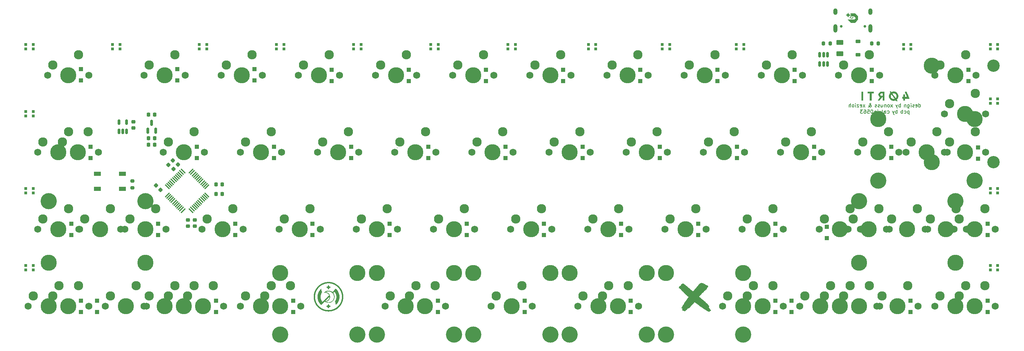
<source format=gbr>
%TF.GenerationSoftware,KiCad,Pcbnew,(7.0.0)*%
%TF.CreationDate,2023-11-15T10:20:09+01:00*%
%TF.ProjectId,forti,666f7274-692e-46b6-9963-61645f706362,rev?*%
%TF.SameCoordinates,Original*%
%TF.FileFunction,Soldermask,Bot*%
%TF.FilePolarity,Negative*%
%FSLAX46Y46*%
G04 Gerber Fmt 4.6, Leading zero omitted, Abs format (unit mm)*
G04 Created by KiCad (PCBNEW (7.0.0)) date 2023-11-15 10:20:09*
%MOMM*%
%LPD*%
G01*
G04 APERTURE LIST*
G04 Aperture macros list*
%AMRoundRect*
0 Rectangle with rounded corners*
0 $1 Rounding radius*
0 $2 $3 $4 $5 $6 $7 $8 $9 X,Y pos of 4 corners*
0 Add a 4 corners polygon primitive as box body*
4,1,4,$2,$3,$4,$5,$6,$7,$8,$9,$2,$3,0*
0 Add four circle primitives for the rounded corners*
1,1,$1+$1,$2,$3*
1,1,$1+$1,$4,$5*
1,1,$1+$1,$6,$7*
1,1,$1+$1,$8,$9*
0 Add four rect primitives between the rounded corners*
20,1,$1+$1,$2,$3,$4,$5,0*
20,1,$1+$1,$4,$5,$6,$7,0*
20,1,$1+$1,$6,$7,$8,$9,0*
20,1,$1+$1,$8,$9,$2,$3,0*%
G04 Aperture macros list end*
%ADD10C,0.000000*%
%ADD11C,0.150000*%
%ADD12C,3.987800*%
%ADD13C,3.048000*%
%ADD14C,0.650000*%
%ADD15O,1.000000X2.100000*%
%ADD16O,1.000000X1.600000*%
%ADD17C,1.750000*%
%ADD18C,2.300000*%
%ADD19C,4.000000*%
%ADD20RoundRect,0.105000X0.245000X0.245000X-0.245000X0.245000X-0.245000X-0.245000X0.245000X-0.245000X0*%
%ADD21RoundRect,0.250000X0.300000X-0.300000X0.300000X0.300000X-0.300000X0.300000X-0.300000X-0.300000X0*%
%ADD22RoundRect,0.200000X-0.200000X-0.275000X0.200000X-0.275000X0.200000X0.275000X-0.200000X0.275000X0*%
%ADD23RoundRect,0.200000X0.200000X0.275000X-0.200000X0.275000X-0.200000X-0.275000X0.200000X-0.275000X0*%
%ADD24RoundRect,0.105000X-0.245000X-0.245000X0.245000X-0.245000X0.245000X0.245000X-0.245000X0.245000X0*%
%ADD25RoundRect,0.150000X0.150000X-0.512500X0.150000X0.512500X-0.150000X0.512500X-0.150000X-0.512500X0*%
%ADD26R,1.800000X1.100000*%
%ADD27RoundRect,0.225000X-0.250000X0.225000X-0.250000X-0.225000X0.250000X-0.225000X0.250000X0.225000X0*%
%ADD28RoundRect,0.225000X0.335876X0.017678X0.017678X0.335876X-0.335876X-0.017678X-0.017678X-0.335876X0*%
%ADD29RoundRect,0.225000X0.375000X-0.225000X0.375000X0.225000X-0.375000X0.225000X-0.375000X-0.225000X0*%
%ADD30RoundRect,0.225000X-0.225000X-0.250000X0.225000X-0.250000X0.225000X0.250000X-0.225000X0.250000X0*%
%ADD31RoundRect,0.070000X0.521491X-0.422496X-0.422496X0.521491X-0.521491X0.422496X0.422496X-0.521491X0*%
%ADD32RoundRect,0.070000X0.521491X0.422496X0.422496X0.521491X-0.521491X-0.422496X-0.422496X-0.521491X0*%
%ADD33RoundRect,0.150000X0.150000X-0.587500X0.150000X0.587500X-0.150000X0.587500X-0.150000X-0.587500X0*%
%ADD34RoundRect,0.225000X0.225000X0.250000X-0.225000X0.250000X-0.225000X-0.250000X0.225000X-0.250000X0*%
%ADD35RoundRect,0.200000X0.275000X-0.200000X0.275000X0.200000X-0.275000X0.200000X-0.275000X-0.200000X0*%
%ADD36RoundRect,0.225000X0.017678X-0.335876X0.335876X-0.017678X-0.017678X0.335876X-0.335876X0.017678X0*%
%ADD37RoundRect,0.225000X0.250000X-0.225000X0.250000X0.225000X-0.250000X0.225000X-0.250000X-0.225000X0*%
%ADD38RoundRect,0.250000X-0.625000X0.375000X-0.625000X-0.375000X0.625000X-0.375000X0.625000X0.375000X0*%
G04 APERTURE END LIST*
D10*
G36*
X121640823Y-59070482D02*
G01*
X121654576Y-59078770D01*
X121681255Y-59095472D01*
X121694512Y-59103637D01*
X121707934Y-59111513D01*
X121714758Y-59115303D01*
X121721686Y-59118975D01*
X121728738Y-59122512D01*
X121735935Y-59125900D01*
X121757117Y-59136166D01*
X121778381Y-59145853D01*
X121799810Y-59155045D01*
X121821487Y-59163823D01*
X121843494Y-59172270D01*
X121865914Y-59180469D01*
X121888831Y-59188502D01*
X121912326Y-59196453D01*
X121915859Y-59196453D01*
X121915859Y-59348148D01*
X121897951Y-59331281D01*
X121879925Y-59315081D01*
X121861744Y-59299553D01*
X121843371Y-59284702D01*
X121824771Y-59270533D01*
X121805908Y-59257051D01*
X121786744Y-59244262D01*
X121767246Y-59232171D01*
X121747375Y-59220783D01*
X121727096Y-59210102D01*
X121706373Y-59200135D01*
X121685169Y-59190886D01*
X121663449Y-59182361D01*
X121641177Y-59174564D01*
X121618315Y-59167502D01*
X121594829Y-59161178D01*
X121626575Y-59062400D01*
X121640823Y-59070482D01*
G37*
D11*
X250519677Y-49089964D02*
X250519677Y-48189964D01*
X250519677Y-49047107D02*
X250605391Y-49089964D01*
X250605391Y-49089964D02*
X250776819Y-49089964D01*
X250776819Y-49089964D02*
X250862534Y-49047107D01*
X250862534Y-49047107D02*
X250905391Y-49004250D01*
X250905391Y-49004250D02*
X250948248Y-48918536D01*
X250948248Y-48918536D02*
X250948248Y-48661393D01*
X250948248Y-48661393D02*
X250905391Y-48575679D01*
X250905391Y-48575679D02*
X250862534Y-48532822D01*
X250862534Y-48532822D02*
X250776819Y-48489964D01*
X250776819Y-48489964D02*
X250605391Y-48489964D01*
X250605391Y-48489964D02*
X250519677Y-48532822D01*
X249748248Y-49047107D02*
X249833962Y-49089964D01*
X249833962Y-49089964D02*
X250005391Y-49089964D01*
X250005391Y-49089964D02*
X250091105Y-49047107D01*
X250091105Y-49047107D02*
X250133962Y-48961393D01*
X250133962Y-48961393D02*
X250133962Y-48618536D01*
X250133962Y-48618536D02*
X250091105Y-48532822D01*
X250091105Y-48532822D02*
X250005391Y-48489964D01*
X250005391Y-48489964D02*
X249833962Y-48489964D01*
X249833962Y-48489964D02*
X249748248Y-48532822D01*
X249748248Y-48532822D02*
X249705391Y-48618536D01*
X249705391Y-48618536D02*
X249705391Y-48704250D01*
X249705391Y-48704250D02*
X250133962Y-48789964D01*
X249362533Y-49047107D02*
X249276819Y-49089964D01*
X249276819Y-49089964D02*
X249105390Y-49089964D01*
X249105390Y-49089964D02*
X249019676Y-49047107D01*
X249019676Y-49047107D02*
X248976819Y-48961393D01*
X248976819Y-48961393D02*
X248976819Y-48918536D01*
X248976819Y-48918536D02*
X249019676Y-48832822D01*
X249019676Y-48832822D02*
X249105390Y-48789964D01*
X249105390Y-48789964D02*
X249233962Y-48789964D01*
X249233962Y-48789964D02*
X249319676Y-48747107D01*
X249319676Y-48747107D02*
X249362533Y-48661393D01*
X249362533Y-48661393D02*
X249362533Y-48618536D01*
X249362533Y-48618536D02*
X249319676Y-48532822D01*
X249319676Y-48532822D02*
X249233962Y-48489964D01*
X249233962Y-48489964D02*
X249105390Y-48489964D01*
X249105390Y-48489964D02*
X249019676Y-48532822D01*
X248591105Y-49089964D02*
X248591105Y-48489964D01*
X248591105Y-48189964D02*
X248633962Y-48232822D01*
X248633962Y-48232822D02*
X248591105Y-48275679D01*
X248591105Y-48275679D02*
X248548248Y-48232822D01*
X248548248Y-48232822D02*
X248591105Y-48189964D01*
X248591105Y-48189964D02*
X248591105Y-48275679D01*
X247776820Y-48489964D02*
X247776820Y-49218536D01*
X247776820Y-49218536D02*
X247819677Y-49304250D01*
X247819677Y-49304250D02*
X247862534Y-49347107D01*
X247862534Y-49347107D02*
X247948248Y-49389964D01*
X247948248Y-49389964D02*
X248076820Y-49389964D01*
X248076820Y-49389964D02*
X248162534Y-49347107D01*
X247776820Y-49047107D02*
X247862534Y-49089964D01*
X247862534Y-49089964D02*
X248033962Y-49089964D01*
X248033962Y-49089964D02*
X248119677Y-49047107D01*
X248119677Y-49047107D02*
X248162534Y-49004250D01*
X248162534Y-49004250D02*
X248205391Y-48918536D01*
X248205391Y-48918536D02*
X248205391Y-48661393D01*
X248205391Y-48661393D02*
X248162534Y-48575679D01*
X248162534Y-48575679D02*
X248119677Y-48532822D01*
X248119677Y-48532822D02*
X248033962Y-48489964D01*
X248033962Y-48489964D02*
X247862534Y-48489964D01*
X247862534Y-48489964D02*
X247776820Y-48532822D01*
X247348248Y-48489964D02*
X247348248Y-49089964D01*
X247348248Y-48575679D02*
X247305391Y-48532822D01*
X247305391Y-48532822D02*
X247219676Y-48489964D01*
X247219676Y-48489964D02*
X247091105Y-48489964D01*
X247091105Y-48489964D02*
X247005391Y-48532822D01*
X247005391Y-48532822D02*
X246962534Y-48618536D01*
X246962534Y-48618536D02*
X246962534Y-49089964D01*
X245993962Y-49089964D02*
X245993962Y-48189964D01*
X245993962Y-48532822D02*
X245908248Y-48489964D01*
X245908248Y-48489964D02*
X245736819Y-48489964D01*
X245736819Y-48489964D02*
X245651105Y-48532822D01*
X245651105Y-48532822D02*
X245608248Y-48575679D01*
X245608248Y-48575679D02*
X245565390Y-48661393D01*
X245565390Y-48661393D02*
X245565390Y-48918536D01*
X245565390Y-48918536D02*
X245608248Y-49004250D01*
X245608248Y-49004250D02*
X245651105Y-49047107D01*
X245651105Y-49047107D02*
X245736819Y-49089964D01*
X245736819Y-49089964D02*
X245908248Y-49089964D01*
X245908248Y-49089964D02*
X245993962Y-49047107D01*
X245265390Y-48489964D02*
X245051104Y-49089964D01*
X244836819Y-48489964D02*
X245051104Y-49089964D01*
X245051104Y-49089964D02*
X245136819Y-49304250D01*
X245136819Y-49304250D02*
X245179676Y-49347107D01*
X245179676Y-49347107D02*
X245265390Y-49389964D01*
X244039676Y-49089964D02*
X243568248Y-48489964D01*
X244039676Y-48489964D02*
X243568248Y-49089964D01*
X243096819Y-49089964D02*
X243182534Y-49047107D01*
X243182534Y-49047107D02*
X243225391Y-49004250D01*
X243225391Y-49004250D02*
X243268248Y-48918536D01*
X243268248Y-48918536D02*
X243268248Y-48661393D01*
X243268248Y-48661393D02*
X243225391Y-48575679D01*
X243225391Y-48575679D02*
X243182534Y-48532822D01*
X243182534Y-48532822D02*
X243096819Y-48489964D01*
X243096819Y-48489964D02*
X242968248Y-48489964D01*
X242968248Y-48489964D02*
X242882534Y-48532822D01*
X242882534Y-48532822D02*
X242839677Y-48575679D01*
X242839677Y-48575679D02*
X242796819Y-48661393D01*
X242796819Y-48661393D02*
X242796819Y-48918536D01*
X242796819Y-48918536D02*
X242839677Y-49004250D01*
X242839677Y-49004250D02*
X242882534Y-49047107D01*
X242882534Y-49047107D02*
X242968248Y-49089964D01*
X242968248Y-49089964D02*
X243096819Y-49089964D01*
X242411105Y-48489964D02*
X242411105Y-49089964D01*
X242411105Y-48575679D02*
X242368248Y-48532822D01*
X242368248Y-48532822D02*
X242282533Y-48489964D01*
X242282533Y-48489964D02*
X242153962Y-48489964D01*
X242153962Y-48489964D02*
X242068248Y-48532822D01*
X242068248Y-48532822D02*
X242025391Y-48618536D01*
X242025391Y-48618536D02*
X242025391Y-49089964D01*
X241211105Y-48489964D02*
X241211105Y-49089964D01*
X241596819Y-48489964D02*
X241596819Y-48961393D01*
X241596819Y-48961393D02*
X241553962Y-49047107D01*
X241553962Y-49047107D02*
X241468247Y-49089964D01*
X241468247Y-49089964D02*
X241339676Y-49089964D01*
X241339676Y-49089964D02*
X241253962Y-49047107D01*
X241253962Y-49047107D02*
X241211105Y-49004250D01*
X240825390Y-49047107D02*
X240739676Y-49089964D01*
X240739676Y-49089964D02*
X240568247Y-49089964D01*
X240568247Y-49089964D02*
X240482533Y-49047107D01*
X240482533Y-49047107D02*
X240439676Y-48961393D01*
X240439676Y-48961393D02*
X240439676Y-48918536D01*
X240439676Y-48918536D02*
X240482533Y-48832822D01*
X240482533Y-48832822D02*
X240568247Y-48789964D01*
X240568247Y-48789964D02*
X240696819Y-48789964D01*
X240696819Y-48789964D02*
X240782533Y-48747107D01*
X240782533Y-48747107D02*
X240825390Y-48661393D01*
X240825390Y-48661393D02*
X240825390Y-48618536D01*
X240825390Y-48618536D02*
X240782533Y-48532822D01*
X240782533Y-48532822D02*
X240696819Y-48489964D01*
X240696819Y-48489964D02*
X240568247Y-48489964D01*
X240568247Y-48489964D02*
X240482533Y-48532822D01*
X240096819Y-49047107D02*
X240011105Y-49089964D01*
X240011105Y-49089964D02*
X239839676Y-49089964D01*
X239839676Y-49089964D02*
X239753962Y-49047107D01*
X239753962Y-49047107D02*
X239711105Y-48961393D01*
X239711105Y-48961393D02*
X239711105Y-48918536D01*
X239711105Y-48918536D02*
X239753962Y-48832822D01*
X239753962Y-48832822D02*
X239839676Y-48789964D01*
X239839676Y-48789964D02*
X239968248Y-48789964D01*
X239968248Y-48789964D02*
X240053962Y-48747107D01*
X240053962Y-48747107D02*
X240096819Y-48661393D01*
X240096819Y-48661393D02*
X240096819Y-48618536D01*
X240096819Y-48618536D02*
X240053962Y-48532822D01*
X240053962Y-48532822D02*
X239968248Y-48489964D01*
X239968248Y-48489964D02*
X239839676Y-48489964D01*
X239839676Y-48489964D02*
X239753962Y-48532822D01*
X238056819Y-49089964D02*
X238099677Y-49089964D01*
X238099677Y-49089964D02*
X238185391Y-49047107D01*
X238185391Y-49047107D02*
X238313962Y-48918536D01*
X238313962Y-48918536D02*
X238528248Y-48661393D01*
X238528248Y-48661393D02*
X238613962Y-48532822D01*
X238613962Y-48532822D02*
X238656819Y-48404250D01*
X238656819Y-48404250D02*
X238656819Y-48318536D01*
X238656819Y-48318536D02*
X238613962Y-48232822D01*
X238613962Y-48232822D02*
X238528248Y-48189964D01*
X238528248Y-48189964D02*
X238485391Y-48189964D01*
X238485391Y-48189964D02*
X238399677Y-48232822D01*
X238399677Y-48232822D02*
X238356819Y-48318536D01*
X238356819Y-48318536D02*
X238356819Y-48361393D01*
X238356819Y-48361393D02*
X238399677Y-48447107D01*
X238399677Y-48447107D02*
X238442534Y-48489964D01*
X238442534Y-48489964D02*
X238699677Y-48661393D01*
X238699677Y-48661393D02*
X238742534Y-48704250D01*
X238742534Y-48704250D02*
X238785391Y-48789964D01*
X238785391Y-48789964D02*
X238785391Y-48918536D01*
X238785391Y-48918536D02*
X238742534Y-49004250D01*
X238742534Y-49004250D02*
X238699677Y-49047107D01*
X238699677Y-49047107D02*
X238613962Y-49089964D01*
X238613962Y-49089964D02*
X238485391Y-49089964D01*
X238485391Y-49089964D02*
X238399677Y-49047107D01*
X238399677Y-49047107D02*
X238356819Y-49004250D01*
X238356819Y-49004250D02*
X238228248Y-48832822D01*
X238228248Y-48832822D02*
X238185391Y-48704250D01*
X238185391Y-48704250D02*
X238185391Y-48618536D01*
X237216819Y-49089964D02*
X236745391Y-48489964D01*
X237216819Y-48489964D02*
X236745391Y-49089964D01*
X236059677Y-49047107D02*
X236145391Y-49089964D01*
X236145391Y-49089964D02*
X236316820Y-49089964D01*
X236316820Y-49089964D02*
X236402534Y-49047107D01*
X236402534Y-49047107D02*
X236445391Y-48961393D01*
X236445391Y-48961393D02*
X236445391Y-48618536D01*
X236445391Y-48618536D02*
X236402534Y-48532822D01*
X236402534Y-48532822D02*
X236316820Y-48489964D01*
X236316820Y-48489964D02*
X236145391Y-48489964D01*
X236145391Y-48489964D02*
X236059677Y-48532822D01*
X236059677Y-48532822D02*
X236016820Y-48618536D01*
X236016820Y-48618536D02*
X236016820Y-48704250D01*
X236016820Y-48704250D02*
X236445391Y-48789964D01*
X235716819Y-48489964D02*
X235245391Y-48489964D01*
X235245391Y-48489964D02*
X235716819Y-49089964D01*
X235716819Y-49089964D02*
X235245391Y-49089964D01*
X234902534Y-49089964D02*
X234902534Y-48489964D01*
X234902534Y-48189964D02*
X234945391Y-48232822D01*
X234945391Y-48232822D02*
X234902534Y-48275679D01*
X234902534Y-48275679D02*
X234859677Y-48232822D01*
X234859677Y-48232822D02*
X234902534Y-48189964D01*
X234902534Y-48189964D02*
X234902534Y-48275679D01*
X234345391Y-49089964D02*
X234431106Y-49047107D01*
X234431106Y-49047107D02*
X234473963Y-49004250D01*
X234473963Y-49004250D02*
X234516820Y-48918536D01*
X234516820Y-48918536D02*
X234516820Y-48661393D01*
X234516820Y-48661393D02*
X234473963Y-48575679D01*
X234473963Y-48575679D02*
X234431106Y-48532822D01*
X234431106Y-48532822D02*
X234345391Y-48489964D01*
X234345391Y-48489964D02*
X234216820Y-48489964D01*
X234216820Y-48489964D02*
X234131106Y-48532822D01*
X234131106Y-48532822D02*
X234088249Y-48575679D01*
X234088249Y-48575679D02*
X234045391Y-48661393D01*
X234045391Y-48661393D02*
X234045391Y-48918536D01*
X234045391Y-48918536D02*
X234088249Y-49004250D01*
X234088249Y-49004250D02*
X234131106Y-49047107D01*
X234131106Y-49047107D02*
X234216820Y-49089964D01*
X234216820Y-49089964D02*
X234345391Y-49089964D01*
X233659677Y-49089964D02*
X233659677Y-48189964D01*
X233273963Y-49089964D02*
X233273963Y-48618536D01*
X233273963Y-48618536D02*
X233316820Y-48532822D01*
X233316820Y-48532822D02*
X233402534Y-48489964D01*
X233402534Y-48489964D02*
X233531105Y-48489964D01*
X233531105Y-48489964D02*
X233616820Y-48532822D01*
X233616820Y-48532822D02*
X233659677Y-48575679D01*
X248109850Y-50077464D02*
X248109850Y-50977464D01*
X248109850Y-50120322D02*
X248024136Y-50077464D01*
X248024136Y-50077464D02*
X247852707Y-50077464D01*
X247852707Y-50077464D02*
X247766993Y-50120322D01*
X247766993Y-50120322D02*
X247724136Y-50163179D01*
X247724136Y-50163179D02*
X247681278Y-50248893D01*
X247681278Y-50248893D02*
X247681278Y-50506036D01*
X247681278Y-50506036D02*
X247724136Y-50591750D01*
X247724136Y-50591750D02*
X247766993Y-50634607D01*
X247766993Y-50634607D02*
X247852707Y-50677464D01*
X247852707Y-50677464D02*
X248024136Y-50677464D01*
X248024136Y-50677464D02*
X248109850Y-50634607D01*
X246909850Y-50634607D02*
X246995564Y-50677464D01*
X246995564Y-50677464D02*
X247166992Y-50677464D01*
X247166992Y-50677464D02*
X247252707Y-50634607D01*
X247252707Y-50634607D02*
X247295564Y-50591750D01*
X247295564Y-50591750D02*
X247338421Y-50506036D01*
X247338421Y-50506036D02*
X247338421Y-50248893D01*
X247338421Y-50248893D02*
X247295564Y-50163179D01*
X247295564Y-50163179D02*
X247252707Y-50120322D01*
X247252707Y-50120322D02*
X247166992Y-50077464D01*
X247166992Y-50077464D02*
X246995564Y-50077464D01*
X246995564Y-50077464D02*
X246909850Y-50120322D01*
X246524135Y-50677464D02*
X246524135Y-49777464D01*
X246524135Y-50120322D02*
X246438421Y-50077464D01*
X246438421Y-50077464D02*
X246266992Y-50077464D01*
X246266992Y-50077464D02*
X246181278Y-50120322D01*
X246181278Y-50120322D02*
X246138421Y-50163179D01*
X246138421Y-50163179D02*
X246095563Y-50248893D01*
X246095563Y-50248893D02*
X246095563Y-50506036D01*
X246095563Y-50506036D02*
X246138421Y-50591750D01*
X246138421Y-50591750D02*
X246181278Y-50634607D01*
X246181278Y-50634607D02*
X246266992Y-50677464D01*
X246266992Y-50677464D02*
X246438421Y-50677464D01*
X246438421Y-50677464D02*
X246524135Y-50634607D01*
X245169849Y-50677464D02*
X245169849Y-49777464D01*
X245169849Y-50120322D02*
X245084135Y-50077464D01*
X245084135Y-50077464D02*
X244912706Y-50077464D01*
X244912706Y-50077464D02*
X244826992Y-50120322D01*
X244826992Y-50120322D02*
X244784135Y-50163179D01*
X244784135Y-50163179D02*
X244741277Y-50248893D01*
X244741277Y-50248893D02*
X244741277Y-50506036D01*
X244741277Y-50506036D02*
X244784135Y-50591750D01*
X244784135Y-50591750D02*
X244826992Y-50634607D01*
X244826992Y-50634607D02*
X244912706Y-50677464D01*
X244912706Y-50677464D02*
X245084135Y-50677464D01*
X245084135Y-50677464D02*
X245169849Y-50634607D01*
X244441277Y-50077464D02*
X244226991Y-50677464D01*
X244012706Y-50077464D02*
X244226991Y-50677464D01*
X244226991Y-50677464D02*
X244312706Y-50891750D01*
X244312706Y-50891750D02*
X244355563Y-50934607D01*
X244355563Y-50934607D02*
X244441277Y-50977464D01*
X242744135Y-50634607D02*
X242829849Y-50677464D01*
X242829849Y-50677464D02*
X243001277Y-50677464D01*
X243001277Y-50677464D02*
X243086992Y-50634607D01*
X243086992Y-50634607D02*
X243129849Y-50591750D01*
X243129849Y-50591750D02*
X243172706Y-50506036D01*
X243172706Y-50506036D02*
X243172706Y-50248893D01*
X243172706Y-50248893D02*
X243129849Y-50163179D01*
X243129849Y-50163179D02*
X243086992Y-50120322D01*
X243086992Y-50120322D02*
X243001277Y-50077464D01*
X243001277Y-50077464D02*
X242829849Y-50077464D01*
X242829849Y-50077464D02*
X242744135Y-50120322D01*
X241972706Y-50677464D02*
X241972706Y-50206036D01*
X241972706Y-50206036D02*
X242015563Y-50120322D01*
X242015563Y-50120322D02*
X242101277Y-50077464D01*
X242101277Y-50077464D02*
X242272706Y-50077464D01*
X242272706Y-50077464D02*
X242358420Y-50120322D01*
X241972706Y-50634607D02*
X242058420Y-50677464D01*
X242058420Y-50677464D02*
X242272706Y-50677464D01*
X242272706Y-50677464D02*
X242358420Y-50634607D01*
X242358420Y-50634607D02*
X242401277Y-50548893D01*
X242401277Y-50548893D02*
X242401277Y-50463179D01*
X242401277Y-50463179D02*
X242358420Y-50377464D01*
X242358420Y-50377464D02*
X242272706Y-50334607D01*
X242272706Y-50334607D02*
X242058420Y-50334607D01*
X242058420Y-50334607D02*
X241972706Y-50291750D01*
X241415562Y-50677464D02*
X241501277Y-50634607D01*
X241501277Y-50634607D02*
X241544134Y-50548893D01*
X241544134Y-50548893D02*
X241544134Y-49777464D01*
X241158419Y-50077464D02*
X240944133Y-50677464D01*
X240944133Y-50677464D02*
X240729848Y-50077464D01*
X240386991Y-50677464D02*
X240386991Y-50077464D01*
X240386991Y-49777464D02*
X240429848Y-49820322D01*
X240429848Y-49820322D02*
X240386991Y-49863179D01*
X240386991Y-49863179D02*
X240344134Y-49820322D01*
X240344134Y-49820322D02*
X240386991Y-49777464D01*
X240386991Y-49777464D02*
X240386991Y-49863179D01*
X239958420Y-50077464D02*
X239958420Y-50677464D01*
X239958420Y-50163179D02*
X239915563Y-50120322D01*
X239915563Y-50120322D02*
X239829848Y-50077464D01*
X239829848Y-50077464D02*
X239701277Y-50077464D01*
X239701277Y-50077464D02*
X239615563Y-50120322D01*
X239615563Y-50120322D02*
X239572706Y-50206036D01*
X239572706Y-50206036D02*
X239572706Y-50677464D01*
X238972705Y-49777464D02*
X238886991Y-49777464D01*
X238886991Y-49777464D02*
X238801277Y-49820322D01*
X238801277Y-49820322D02*
X238758420Y-49863179D01*
X238758420Y-49863179D02*
X238715562Y-49948893D01*
X238715562Y-49948893D02*
X238672705Y-50120322D01*
X238672705Y-50120322D02*
X238672705Y-50334607D01*
X238672705Y-50334607D02*
X238715562Y-50506036D01*
X238715562Y-50506036D02*
X238758420Y-50591750D01*
X238758420Y-50591750D02*
X238801277Y-50634607D01*
X238801277Y-50634607D02*
X238886991Y-50677464D01*
X238886991Y-50677464D02*
X238972705Y-50677464D01*
X238972705Y-50677464D02*
X239058420Y-50634607D01*
X239058420Y-50634607D02*
X239101277Y-50591750D01*
X239101277Y-50591750D02*
X239144134Y-50506036D01*
X239144134Y-50506036D02*
X239186991Y-50334607D01*
X239186991Y-50334607D02*
X239186991Y-50120322D01*
X239186991Y-50120322D02*
X239144134Y-49948893D01*
X239144134Y-49948893D02*
X239101277Y-49863179D01*
X239101277Y-49863179D02*
X239058420Y-49820322D01*
X239058420Y-49820322D02*
X238972705Y-49777464D01*
X237858419Y-49777464D02*
X238286991Y-49777464D01*
X238286991Y-49777464D02*
X238329848Y-50206036D01*
X238329848Y-50206036D02*
X238286991Y-50163179D01*
X238286991Y-50163179D02*
X238201277Y-50120322D01*
X238201277Y-50120322D02*
X237986991Y-50120322D01*
X237986991Y-50120322D02*
X237901277Y-50163179D01*
X237901277Y-50163179D02*
X237858419Y-50206036D01*
X237858419Y-50206036D02*
X237815562Y-50291750D01*
X237815562Y-50291750D02*
X237815562Y-50506036D01*
X237815562Y-50506036D02*
X237858419Y-50591750D01*
X237858419Y-50591750D02*
X237901277Y-50634607D01*
X237901277Y-50634607D02*
X237986991Y-50677464D01*
X237986991Y-50677464D02*
X238201277Y-50677464D01*
X238201277Y-50677464D02*
X238286991Y-50634607D01*
X238286991Y-50634607D02*
X238329848Y-50591750D01*
X237044134Y-49777464D02*
X237215562Y-49777464D01*
X237215562Y-49777464D02*
X237301276Y-49820322D01*
X237301276Y-49820322D02*
X237344134Y-49863179D01*
X237344134Y-49863179D02*
X237429848Y-49991750D01*
X237429848Y-49991750D02*
X237472705Y-50163179D01*
X237472705Y-50163179D02*
X237472705Y-50506036D01*
X237472705Y-50506036D02*
X237429848Y-50591750D01*
X237429848Y-50591750D02*
X237386991Y-50634607D01*
X237386991Y-50634607D02*
X237301276Y-50677464D01*
X237301276Y-50677464D02*
X237129848Y-50677464D01*
X237129848Y-50677464D02*
X237044134Y-50634607D01*
X237044134Y-50634607D02*
X237001276Y-50591750D01*
X237001276Y-50591750D02*
X236958419Y-50506036D01*
X236958419Y-50506036D02*
X236958419Y-50291750D01*
X236958419Y-50291750D02*
X237001276Y-50206036D01*
X237001276Y-50206036D02*
X237044134Y-50163179D01*
X237044134Y-50163179D02*
X237129848Y-50120322D01*
X237129848Y-50120322D02*
X237301276Y-50120322D01*
X237301276Y-50120322D02*
X237386991Y-50163179D01*
X237386991Y-50163179D02*
X237429848Y-50206036D01*
X237429848Y-50206036D02*
X237472705Y-50291750D01*
X236658419Y-49777464D02*
X236101276Y-49777464D01*
X236101276Y-49777464D02*
X236401276Y-50120322D01*
X236401276Y-50120322D02*
X236272705Y-50120322D01*
X236272705Y-50120322D02*
X236186991Y-50163179D01*
X236186991Y-50163179D02*
X236144133Y-50206036D01*
X236144133Y-50206036D02*
X236101276Y-50291750D01*
X236101276Y-50291750D02*
X236101276Y-50506036D01*
X236101276Y-50506036D02*
X236144133Y-50591750D01*
X236144133Y-50591750D02*
X236186991Y-50634607D01*
X236186991Y-50634607D02*
X236272705Y-50677464D01*
X236272705Y-50677464D02*
X236529848Y-50677464D01*
X236529848Y-50677464D02*
X236615562Y-50634607D01*
X236615562Y-50634607D02*
X236658419Y-50591750D01*
%TO.C,G\u002A\u002A\u002A*%
G36*
X236611416Y-45286435D02*
G01*
X236669232Y-45286869D01*
X236708971Y-45288405D01*
X236734970Y-45291738D01*
X236751563Y-45297566D01*
X236763086Y-45306585D01*
X236773874Y-45319494D01*
X236778313Y-45325387D01*
X236782337Y-45332297D01*
X236785817Y-45341622D01*
X236788784Y-45354968D01*
X236791272Y-45373943D01*
X236793315Y-45400155D01*
X236794945Y-45435209D01*
X236796197Y-45480713D01*
X236797104Y-45538275D01*
X236797698Y-45609501D01*
X236798014Y-45695999D01*
X236798084Y-45799375D01*
X236797942Y-45921237D01*
X236797622Y-46063191D01*
X236797156Y-46226846D01*
X236796578Y-46413807D01*
X236795993Y-46586431D01*
X236795287Y-46757377D01*
X236794501Y-46906165D01*
X236793606Y-47034251D01*
X236792576Y-47143091D01*
X236791383Y-47234140D01*
X236790000Y-47308854D01*
X236788399Y-47368689D01*
X236786552Y-47415101D01*
X236784433Y-47449546D01*
X236782013Y-47473479D01*
X236779266Y-47488357D01*
X236776163Y-47495634D01*
X236758098Y-47504247D01*
X236719840Y-47511235D01*
X236667378Y-47515918D01*
X236606196Y-47518295D01*
X236541775Y-47518368D01*
X236479599Y-47516136D01*
X236425149Y-47511600D01*
X236383907Y-47504759D01*
X236361357Y-47495614D01*
X236360166Y-47494479D01*
X236356305Y-47489454D01*
X236352933Y-47481617D01*
X236350018Y-47469392D01*
X236347525Y-47451198D01*
X236345422Y-47425457D01*
X236343676Y-47390590D01*
X236342253Y-47345019D01*
X236341122Y-47287164D01*
X236340249Y-47215447D01*
X236339600Y-47128288D01*
X236339143Y-47024110D01*
X236338846Y-46901333D01*
X236338674Y-46758378D01*
X236338595Y-46593666D01*
X236338576Y-46405619D01*
X236338582Y-46254611D01*
X236338626Y-46085475D01*
X236338744Y-45938403D01*
X236338972Y-45811806D01*
X236339347Y-45704095D01*
X236339905Y-45613682D01*
X236340681Y-45538977D01*
X236341713Y-45478391D01*
X236343036Y-45430335D01*
X236344686Y-45393221D01*
X236346700Y-45365460D01*
X236349114Y-45345462D01*
X236351964Y-45331638D01*
X236355286Y-45322400D01*
X236359116Y-45316160D01*
X236363490Y-45311326D01*
X236374034Y-45302380D01*
X236389043Y-45295224D01*
X236411622Y-45290577D01*
X236446105Y-45287911D01*
X236496829Y-45286699D01*
X236568128Y-45286412D01*
X236611416Y-45286435D01*
G37*
G36*
X238703354Y-45286420D02*
G01*
X238848250Y-45286538D01*
X238970863Y-45286835D01*
X239073110Y-45287361D01*
X239156906Y-45288166D01*
X239224167Y-45289300D01*
X239276809Y-45290813D01*
X239316748Y-45292754D01*
X239345900Y-45295174D01*
X239366180Y-45298123D01*
X239379505Y-45301649D01*
X239387791Y-45305804D01*
X239392170Y-45308984D01*
X239401623Y-45318206D01*
X239408103Y-45331654D01*
X239412169Y-45353465D01*
X239414379Y-45387778D01*
X239415296Y-45438729D01*
X239415477Y-45510456D01*
X239415450Y-45532123D01*
X239414745Y-45601067D01*
X239412808Y-45649985D01*
X239409268Y-45682748D01*
X239403756Y-45703226D01*
X239395901Y-45715292D01*
X239394221Y-45716847D01*
X239382553Y-45723419D01*
X239362904Y-45728223D01*
X239331890Y-45731513D01*
X239286124Y-45733547D01*
X239222221Y-45734580D01*
X239136794Y-45734867D01*
X239059894Y-45735238D01*
X238984570Y-45736802D01*
X238931020Y-45739686D01*
X238897512Y-45743990D01*
X238882313Y-45749816D01*
X238881404Y-45751191D01*
X238878430Y-45763778D01*
X238875865Y-45789365D01*
X238873687Y-45829277D01*
X238871874Y-45884836D01*
X238870401Y-45957367D01*
X238869247Y-46048193D01*
X238868390Y-46158638D01*
X238867805Y-46290026D01*
X238867471Y-46443679D01*
X238867365Y-46620922D01*
X238867345Y-46734113D01*
X238867224Y-46887096D01*
X238866958Y-47018037D01*
X238866508Y-47128671D01*
X238865836Y-47220730D01*
X238864902Y-47295950D01*
X238863668Y-47356065D01*
X238862095Y-47402809D01*
X238860144Y-47437915D01*
X238857777Y-47463119D01*
X238854955Y-47480154D01*
X238851638Y-47490755D01*
X238847789Y-47496655D01*
X238846142Y-47498193D01*
X238832717Y-47505709D01*
X238810078Y-47510888D01*
X238774303Y-47514112D01*
X238721470Y-47515765D01*
X238647657Y-47516231D01*
X238626067Y-47516143D01*
X238560525Y-47514766D01*
X238504817Y-47511962D01*
X238463969Y-47508046D01*
X238443005Y-47503335D01*
X238442850Y-47503252D01*
X238438194Y-47500080D01*
X238434183Y-47494787D01*
X238430771Y-47485619D01*
X238427908Y-47470823D01*
X238425547Y-47448646D01*
X238423640Y-47417334D01*
X238422137Y-47375135D01*
X238420991Y-47320294D01*
X238420154Y-47251059D01*
X238419578Y-47165676D01*
X238419213Y-47062392D01*
X238419012Y-46939454D01*
X238418927Y-46795109D01*
X238418910Y-46627602D01*
X238418899Y-46567363D01*
X238418723Y-46397185D01*
X238418314Y-46250175D01*
X238417650Y-46125013D01*
X238416708Y-46020380D01*
X238415465Y-45934957D01*
X238413900Y-45867424D01*
X238411989Y-45816463D01*
X238409711Y-45780754D01*
X238407042Y-45758978D01*
X238403961Y-45749816D01*
X238393250Y-45745040D01*
X238363578Y-45740437D01*
X238314213Y-45737275D01*
X238243425Y-45735452D01*
X238149481Y-45734867D01*
X238130441Y-45734857D01*
X238049607Y-45734441D01*
X237989616Y-45733227D01*
X237947083Y-45730962D01*
X237918623Y-45727388D01*
X237900848Y-45722250D01*
X237890373Y-45715292D01*
X237888087Y-45712750D01*
X237880876Y-45698871D01*
X237875912Y-45675573D01*
X237872824Y-45638985D01*
X237871243Y-45585236D01*
X237870798Y-45510456D01*
X237870815Y-45481142D01*
X237871203Y-45417610D01*
X237872535Y-45373319D01*
X237875369Y-45344130D01*
X237880265Y-45325906D01*
X237887783Y-45314510D01*
X237898484Y-45305804D01*
X237901110Y-45304176D01*
X237911053Y-45300261D01*
X237926752Y-45296956D01*
X237950121Y-45294211D01*
X237983077Y-45291976D01*
X238027536Y-45290200D01*
X238085414Y-45288835D01*
X238158626Y-45287830D01*
X238249088Y-45287135D01*
X238358717Y-45286700D01*
X238489428Y-45286476D01*
X238643137Y-45286412D01*
X238703354Y-45286420D01*
G37*
G36*
X242031441Y-46152368D02*
G01*
X242031458Y-46211486D01*
X242031465Y-46398550D01*
X242031465Y-46404248D01*
X242031424Y-46592669D01*
X242031288Y-46757779D01*
X242031028Y-46901139D01*
X242030616Y-47024307D01*
X242030026Y-47128844D01*
X242029228Y-47216307D01*
X242028196Y-47288258D01*
X242026902Y-47346255D01*
X242025317Y-47391859D01*
X242023415Y-47426627D01*
X242021167Y-47452121D01*
X242018546Y-47469898D01*
X242015524Y-47481520D01*
X242012073Y-47488545D01*
X242007872Y-47494237D01*
X241998522Y-47503173D01*
X241984525Y-47509291D01*
X241961829Y-47513125D01*
X241926380Y-47515205D01*
X241874124Y-47516063D01*
X241801009Y-47516231D01*
X241761581Y-47516200D01*
X241699405Y-47515753D01*
X241656061Y-47514351D01*
X241627497Y-47511460D01*
X241609658Y-47506550D01*
X241598492Y-47499089D01*
X241589945Y-47488545D01*
X241585666Y-47480609D01*
X241581317Y-47465899D01*
X241577868Y-47443411D01*
X241575221Y-47410699D01*
X241573277Y-47365314D01*
X241571937Y-47304807D01*
X241571102Y-47226731D01*
X241570673Y-47128639D01*
X241570553Y-47008081D01*
X241570553Y-46555302D01*
X241543141Y-46559283D01*
X241541502Y-46559718D01*
X241529558Y-46568500D01*
X241510559Y-46589252D01*
X241483576Y-46623251D01*
X241447683Y-46671772D01*
X241401952Y-46736094D01*
X241345455Y-46817494D01*
X241277265Y-46917247D01*
X241196455Y-47036633D01*
X240877181Y-47510002D01*
X240652007Y-47513393D01*
X240620806Y-47513826D01*
X240540353Y-47514228D01*
X240480718Y-47512650D01*
X240438823Y-47508341D01*
X240411593Y-47500552D01*
X240395951Y-47488532D01*
X240388822Y-47471531D01*
X240387129Y-47448798D01*
X240390463Y-47439164D01*
X240407072Y-47409263D01*
X240436601Y-47362207D01*
X240477914Y-47299706D01*
X240529874Y-47223470D01*
X240591343Y-47135209D01*
X240661185Y-47036633D01*
X240669822Y-47024531D01*
X240730740Y-46938899D01*
X240786629Y-46859879D01*
X240835908Y-46789743D01*
X240876991Y-46730760D01*
X240908297Y-46685203D01*
X240928241Y-46655344D01*
X240935241Y-46643453D01*
X240926020Y-46633686D01*
X240900385Y-46615794D01*
X240864092Y-46594002D01*
X240802286Y-46553219D01*
X240716869Y-46473748D01*
X240645447Y-46377113D01*
X240590371Y-46266715D01*
X240553995Y-46145951D01*
X240543850Y-46082546D01*
X240542830Y-46015152D01*
X241009984Y-46015152D01*
X241016586Y-46075797D01*
X241045324Y-46149378D01*
X241095513Y-46212214D01*
X241165697Y-46261998D01*
X241170213Y-46264353D01*
X241194764Y-46274867D01*
X241223514Y-46282277D01*
X241261642Y-46287315D01*
X241314325Y-46290710D01*
X241386744Y-46293193D01*
X241454190Y-46294595D01*
X241505344Y-46294383D01*
X241538440Y-46292166D01*
X241556993Y-46287700D01*
X241564518Y-46280736D01*
X241565079Y-46278245D01*
X241566745Y-46254788D01*
X241567885Y-46211507D01*
X241568455Y-46152368D01*
X241568408Y-46081335D01*
X241567700Y-46002373D01*
X241564324Y-45741096D01*
X241389925Y-45741218D01*
X241346167Y-45741364D01*
X241286574Y-45742415D01*
X241243843Y-45745001D01*
X241212862Y-45749736D01*
X241188518Y-45757233D01*
X241165697Y-45768105D01*
X241111565Y-45804027D01*
X241056062Y-45863917D01*
X241021736Y-45935030D01*
X241009984Y-46015152D01*
X240542830Y-46015152D01*
X240541981Y-45959116D01*
X240562850Y-45839084D01*
X240605012Y-45724706D01*
X240667025Y-45618236D01*
X240747446Y-45521930D01*
X240844832Y-45438043D01*
X240957740Y-45368830D01*
X241084726Y-45316545D01*
X241089592Y-45315020D01*
X241112592Y-45309058D01*
X241140268Y-45304211D01*
X241175511Y-45300316D01*
X241221213Y-45297210D01*
X241280264Y-45294729D01*
X241355556Y-45292713D01*
X241449980Y-45290997D01*
X241566427Y-45289419D01*
X241655876Y-45288352D01*
X241750671Y-45287374D01*
X241825280Y-45286956D01*
X241882360Y-45287224D01*
X241924567Y-45288304D01*
X241954561Y-45290322D01*
X241974998Y-45293406D01*
X241988535Y-45297682D01*
X241997829Y-45303276D01*
X242005539Y-45310315D01*
X242009899Y-45314929D01*
X242013920Y-45320753D01*
X242017408Y-45329151D01*
X242020400Y-45341717D01*
X242022934Y-45360048D01*
X242025048Y-45385739D01*
X242026781Y-45420387D01*
X242028169Y-45465586D01*
X242029252Y-45522934D01*
X242030067Y-45594024D01*
X242030653Y-45680455D01*
X242031046Y-45783820D01*
X242031286Y-45905717D01*
X242031411Y-46047740D01*
X242031441Y-46152368D01*
G37*
G36*
X247449185Y-45280924D02*
G01*
X247488936Y-45289538D01*
X247510168Y-45303287D01*
X247512146Y-45306492D01*
X247523866Y-45330145D01*
X247543832Y-45373517D01*
X247571085Y-45434368D01*
X247604671Y-45510457D01*
X247643632Y-45599545D01*
X247687012Y-45699390D01*
X247733855Y-45807752D01*
X247783202Y-45922391D01*
X247834099Y-46041066D01*
X247885589Y-46161536D01*
X247936715Y-46281561D01*
X247986520Y-46398901D01*
X248034048Y-46511315D01*
X248078342Y-46616563D01*
X248118447Y-46712403D01*
X248153404Y-46796596D01*
X248182259Y-46866901D01*
X248204053Y-46921078D01*
X248217832Y-46956885D01*
X248222637Y-46972083D01*
X248222550Y-46986594D01*
X248221003Y-47000801D01*
X248215867Y-47012390D01*
X248205010Y-47021628D01*
X248186299Y-47028781D01*
X248157602Y-47034116D01*
X248116785Y-47037899D01*
X248061718Y-47040396D01*
X247990266Y-47041874D01*
X247900298Y-47042600D01*
X247789681Y-47042841D01*
X247656282Y-47042861D01*
X247533602Y-47042931D01*
X247425581Y-47043208D01*
X247338225Y-47043773D01*
X247269343Y-47044707D01*
X247216750Y-47046090D01*
X247178256Y-47048002D01*
X247151674Y-47050526D01*
X247134815Y-47053741D01*
X247125493Y-47057727D01*
X247121517Y-47062566D01*
X247119993Y-47070595D01*
X247117601Y-47101509D01*
X247115687Y-47149837D01*
X247114416Y-47210814D01*
X247113956Y-47279675D01*
X247113869Y-47320000D01*
X247113018Y-47386521D01*
X247110982Y-47433700D01*
X247107422Y-47465285D01*
X247102001Y-47485021D01*
X247094381Y-47496655D01*
X247092072Y-47498752D01*
X247078312Y-47506040D01*
X247055186Y-47511059D01*
X247018809Y-47514181D01*
X246965298Y-47515781D01*
X246890770Y-47516231D01*
X246835389Y-47516067D01*
X246778251Y-47515086D01*
X246738900Y-47512821D01*
X246713223Y-47508818D01*
X246697104Y-47502627D01*
X246686430Y-47493795D01*
X246680973Y-47486073D01*
X246674599Y-47468752D01*
X246669957Y-47441170D01*
X246666674Y-47399663D01*
X246664379Y-47340569D01*
X246662699Y-47260225D01*
X246659273Y-47049090D01*
X246572353Y-47045342D01*
X246560782Y-47044834D01*
X246516744Y-47041802D01*
X246485120Y-47034981D01*
X246463855Y-47020849D01*
X246450893Y-46995885D01*
X246444179Y-46956569D01*
X246441657Y-46899380D01*
X246441273Y-46820798D01*
X246441278Y-46809381D01*
X246441965Y-46732148D01*
X246445003Y-46676033D01*
X246452074Y-46637670D01*
X246464859Y-46613692D01*
X246485037Y-46600733D01*
X246514290Y-46595427D01*
X246554299Y-46594406D01*
X246555676Y-46594407D01*
X246590579Y-46594744D01*
X246617215Y-46593686D01*
X246636693Y-46588293D01*
X246650126Y-46575626D01*
X246658624Y-46552747D01*
X246663300Y-46516717D01*
X246665264Y-46464597D01*
X246665627Y-46393448D01*
X246665501Y-46300332D01*
X246665388Y-46243113D01*
X246665345Y-46156496D01*
X246667103Y-46090471D01*
X246672533Y-46042258D01*
X246683504Y-46009082D01*
X246701888Y-45988166D01*
X246729554Y-45976732D01*
X246768374Y-45972003D01*
X246820218Y-45971202D01*
X246886957Y-45971552D01*
X246917814Y-45971436D01*
X246980665Y-45971138D01*
X247028508Y-45973091D01*
X247063376Y-45980124D01*
X247087302Y-45995066D01*
X247102319Y-46020745D01*
X247110459Y-46059992D01*
X247113757Y-46115635D01*
X247114245Y-46190502D01*
X247113956Y-46287423D01*
X247113997Y-46319944D01*
X247114750Y-46413330D01*
X247116525Y-46484167D01*
X247119414Y-46534261D01*
X247123510Y-46565422D01*
X247128905Y-46579458D01*
X247132315Y-46581752D01*
X247155273Y-46587444D01*
X247198479Y-46591381D01*
X247263474Y-46593667D01*
X247351799Y-46594406D01*
X247359387Y-46594405D01*
X247434948Y-46594085D01*
X247489444Y-46592977D01*
X247526416Y-46590745D01*
X247549405Y-46587053D01*
X247561951Y-46581565D01*
X247567597Y-46573947D01*
X247566330Y-46564658D01*
X247556178Y-46533147D01*
X247536761Y-46481223D01*
X247508623Y-46410232D01*
X247472311Y-46321521D01*
X247428371Y-46216436D01*
X247377348Y-46096323D01*
X247319788Y-45962530D01*
X247303540Y-45924928D01*
X247255033Y-45812097D01*
X247209972Y-45706447D01*
X247169289Y-45610213D01*
X247133914Y-45525633D01*
X247104779Y-45454942D01*
X247082816Y-45400376D01*
X247068955Y-45364173D01*
X247064128Y-45348568D01*
X247065312Y-45334324D01*
X247073900Y-45315833D01*
X247093719Y-45302472D01*
X247128190Y-45293029D01*
X247180733Y-45286294D01*
X247254768Y-45281054D01*
X247307366Y-45278512D01*
X247389225Y-45277298D01*
X247449185Y-45280924D01*
G37*
G36*
X245459741Y-46431011D02*
G01*
X245459911Y-46481068D01*
X245439275Y-46636424D01*
X245397439Y-46788222D01*
X245334370Y-46934134D01*
X245258196Y-47058507D01*
X245250034Y-47071833D01*
X245144399Y-47198990D01*
X245071144Y-47275277D01*
X245164497Y-47410868D01*
X245171242Y-47420706D01*
X245205120Y-47471535D01*
X245232631Y-47515109D01*
X245251100Y-47547069D01*
X245257850Y-47563053D01*
X245257757Y-47564447D01*
X245248058Y-47584991D01*
X245227274Y-47610225D01*
X245214356Y-47622012D01*
X245196910Y-47632140D01*
X245172864Y-47637800D01*
X245136114Y-47640263D01*
X245080560Y-47640802D01*
X245047746Y-47640595D01*
X244993425Y-47637553D01*
X244954049Y-47628127D01*
X244922868Y-47608867D01*
X244893137Y-47576323D01*
X244858108Y-47527045D01*
X244846941Y-47510906D01*
X244820643Y-47477132D01*
X244801574Y-47461436D01*
X244786509Y-47460834D01*
X244703578Y-47492582D01*
X244548676Y-47536016D01*
X244394702Y-47559451D01*
X244247028Y-47561881D01*
X244168319Y-47554671D01*
X244004418Y-47522481D01*
X243849851Y-47468884D01*
X243706245Y-47395499D01*
X243575223Y-47303942D01*
X243458410Y-47195831D01*
X243357430Y-47072786D01*
X243273908Y-46936423D01*
X243209468Y-46788360D01*
X243165734Y-46630215D01*
X243144331Y-46463607D01*
X243144125Y-46444921D01*
X243604990Y-46444921D01*
X243606396Y-46463976D01*
X243628629Y-46591825D01*
X243672860Y-46708669D01*
X243739724Y-46815832D01*
X243829856Y-46914642D01*
X243860303Y-46941924D01*
X243942932Y-47003297D01*
X244030301Y-47047816D01*
X244131548Y-47080505D01*
X244146510Y-47084080D01*
X244211453Y-47095006D01*
X244280510Y-47100620D01*
X244348889Y-47101193D01*
X244411797Y-47096996D01*
X244464442Y-47088302D01*
X244502031Y-47075382D01*
X244519772Y-47058507D01*
X244517934Y-47052987D01*
X244504292Y-47028882D01*
X244478811Y-46988192D01*
X244443098Y-46933246D01*
X244398761Y-46866374D01*
X244347409Y-46789906D01*
X244290650Y-46706169D01*
X244230091Y-46617494D01*
X244167341Y-46526210D01*
X244104008Y-46434645D01*
X244041700Y-46345130D01*
X243982026Y-46259993D01*
X243926593Y-46181563D01*
X243877009Y-46112170D01*
X243834883Y-46054144D01*
X243801822Y-46009812D01*
X243779436Y-45981505D01*
X243769331Y-45971552D01*
X243757684Y-45974562D01*
X243735811Y-45993790D01*
X243709449Y-46032581D01*
X243677020Y-46093008D01*
X243633677Y-46198780D01*
X243607910Y-46318541D01*
X243604990Y-46444921D01*
X243144125Y-46444921D01*
X243143293Y-46369449D01*
X243160342Y-46209995D01*
X243199787Y-46052698D01*
X243260253Y-45901437D01*
X243336826Y-45766336D01*
X244040888Y-45766336D01*
X244041868Y-45769324D01*
X244053756Y-45790000D01*
X244078022Y-45828340D01*
X244113369Y-45882405D01*
X244158502Y-45950253D01*
X244212127Y-46029944D01*
X244272947Y-46119538D01*
X244339667Y-46217096D01*
X244410992Y-46320676D01*
X244444402Y-46368965D01*
X244534122Y-46497833D01*
X244611736Y-46608015D01*
X244676982Y-46699154D01*
X244729601Y-46770891D01*
X244769331Y-46822871D01*
X244795912Y-46854737D01*
X244809083Y-46866130D01*
X244829783Y-46860377D01*
X244857923Y-46834908D01*
X244888648Y-46793230D01*
X244919621Y-46739452D01*
X244948509Y-46677683D01*
X244972975Y-46612033D01*
X244990684Y-46546609D01*
X244997337Y-46512544D01*
X245006793Y-46431011D01*
X245004347Y-46352388D01*
X244989968Y-46264294D01*
X244954885Y-46147972D01*
X244896535Y-46033210D01*
X244818912Y-45931462D01*
X244724148Y-45845028D01*
X244614379Y-45776208D01*
X244491739Y-45727303D01*
X244430011Y-45714048D01*
X244347274Y-45706272D01*
X244260673Y-45706396D01*
X244179394Y-45714353D01*
X244112625Y-45730074D01*
X244083716Y-45741168D01*
X244054013Y-45755604D01*
X244040888Y-45766336D01*
X243336826Y-45766336D01*
X243340364Y-45760093D01*
X243438746Y-45632546D01*
X243502592Y-45561368D01*
X243435143Y-45464375D01*
X243431968Y-45459808D01*
X243393206Y-45403414D01*
X243367077Y-45363054D01*
X243351802Y-45334796D01*
X243345606Y-45314706D01*
X243346712Y-45298851D01*
X243353343Y-45283298D01*
X243365660Y-45263669D01*
X243381809Y-45246117D01*
X243383383Y-45245335D01*
X243405194Y-45241507D01*
X243443954Y-45238798D01*
X243492907Y-45237260D01*
X243545296Y-45236950D01*
X243594363Y-45237920D01*
X243633353Y-45240225D01*
X243655508Y-45243919D01*
X243667016Y-45252527D01*
X243689330Y-45277839D01*
X243713882Y-45312433D01*
X243731838Y-45338953D01*
X243751307Y-45363956D01*
X243762575Y-45373612D01*
X243762790Y-45373604D01*
X243778874Y-45368518D01*
X243810695Y-45355825D01*
X243851591Y-45338176D01*
X243889609Y-45321613D01*
X243952632Y-45296804D01*
X244010556Y-45278966D01*
X244069374Y-45267024D01*
X244135078Y-45259904D01*
X244213660Y-45256532D01*
X244311112Y-45255836D01*
X244368868Y-45256083D01*
X244435192Y-45257016D01*
X244485616Y-45259157D01*
X244525473Y-45263092D01*
X244560099Y-45269412D01*
X244594828Y-45278704D01*
X244634996Y-45291556D01*
X244728785Y-45326034D01*
X244873726Y-45395716D01*
X245003205Y-45481211D01*
X245121252Y-45584953D01*
X245140402Y-45604550D01*
X245246264Y-45732377D01*
X245331125Y-45870611D01*
X245394954Y-46016924D01*
X245437717Y-46168990D01*
X245459380Y-46324481D01*
X245459741Y-46431011D01*
G37*
G36*
X233823250Y-26959500D02*
G01*
X233709264Y-27073500D01*
X233554264Y-27073500D01*
X233399264Y-27073500D01*
X233513250Y-26959500D01*
X233627237Y-26845500D01*
X233782237Y-26845500D01*
X233937237Y-26845500D01*
X233823250Y-26959500D01*
G37*
G36*
X234215250Y-27073500D02*
G01*
X233987257Y-27301500D01*
X233833754Y-27301500D01*
X233829311Y-27301499D01*
X233805115Y-27301473D01*
X233782169Y-27301412D01*
X233760778Y-27301318D01*
X233741247Y-27301195D01*
X233723883Y-27301045D01*
X233708990Y-27300872D01*
X233696875Y-27300678D01*
X233687843Y-27300467D01*
X233682200Y-27300241D01*
X233680250Y-27300003D01*
X233680933Y-27299204D01*
X233684213Y-27295762D01*
X233690068Y-27289750D01*
X233698350Y-27281318D01*
X233708908Y-27270618D01*
X233721593Y-27257799D01*
X233736255Y-27243014D01*
X233752744Y-27226412D01*
X233770911Y-27208144D01*
X233790605Y-27188362D01*
X233811677Y-27167215D01*
X233833976Y-27144855D01*
X233857355Y-27121433D01*
X233881662Y-27097098D01*
X233906747Y-27072003D01*
X234133244Y-26845500D01*
X234288244Y-26845500D01*
X234443244Y-26845500D01*
X234215250Y-27073500D01*
G37*
G36*
X235138749Y-26288998D02*
G01*
X235530251Y-26680496D01*
X235530251Y-27073496D01*
X235530250Y-27466496D01*
X235138752Y-27857998D01*
X234747254Y-28249500D01*
X234256250Y-28249500D01*
X233765247Y-28249500D01*
X233373250Y-27857500D01*
X232981254Y-27465500D01*
X233765256Y-27465500D01*
X234549258Y-27465500D01*
X234745250Y-27269500D01*
X234941243Y-27073500D01*
X234745250Y-26877500D01*
X234549258Y-26681499D01*
X233965754Y-26681500D01*
X233925045Y-26681496D01*
X233877877Y-26681485D01*
X233831888Y-26681466D01*
X233787234Y-26681440D01*
X233744072Y-26681406D01*
X233702558Y-26681365D01*
X233662849Y-26681318D01*
X233625103Y-26681265D01*
X233589475Y-26681205D01*
X233556123Y-26681140D01*
X233525204Y-26681070D01*
X233496873Y-26680995D01*
X233471289Y-26680916D01*
X233448607Y-26680832D01*
X233428985Y-26680744D01*
X233412578Y-26680653D01*
X233399545Y-26680558D01*
X233390041Y-26680461D01*
X233384224Y-26680361D01*
X233382250Y-26680259D01*
X233383638Y-26677498D01*
X233387580Y-26672318D01*
X233393738Y-26665067D01*
X233401775Y-26656092D01*
X233411354Y-26645738D01*
X233422136Y-26634353D01*
X233433785Y-26622283D01*
X233445963Y-26609875D01*
X233458333Y-26597475D01*
X233470558Y-26585431D01*
X233482299Y-26574088D01*
X233493220Y-26563794D01*
X233502983Y-26554895D01*
X233511250Y-26547737D01*
X233542599Y-26522554D01*
X233592742Y-26486032D01*
X233644361Y-26452976D01*
X233697694Y-26423267D01*
X233752980Y-26396782D01*
X233810460Y-26373403D01*
X233870372Y-26353008D01*
X233932955Y-26335478D01*
X233938880Y-26333955D01*
X233948075Y-26331461D01*
X233955230Y-26329347D01*
X233959729Y-26327800D01*
X233960955Y-26327007D01*
X233959320Y-26326398D01*
X233954594Y-26325075D01*
X233948250Y-26323545D01*
X233942383Y-26322172D01*
X233927458Y-26318392D01*
X233910306Y-26313744D01*
X233891984Y-26308532D01*
X233873554Y-26303062D01*
X233856072Y-26297638D01*
X233840600Y-26292564D01*
X233832524Y-26289783D01*
X233773546Y-26267209D01*
X233716403Y-26241304D01*
X233661351Y-26212203D01*
X233608648Y-26180041D01*
X233558553Y-26144953D01*
X233556756Y-26143605D01*
X233549024Y-26137796D01*
X233542628Y-26132972D01*
X233538192Y-26129604D01*
X233536337Y-26128163D01*
X233536583Y-26127788D01*
X233539092Y-26125017D01*
X233544126Y-26119734D01*
X233551477Y-26112150D01*
X233560938Y-26102477D01*
X233572300Y-26090927D01*
X233585354Y-26077711D01*
X233599893Y-26063041D01*
X233615707Y-26047128D01*
X233632589Y-26030184D01*
X233650331Y-26012419D01*
X233765237Y-25897500D01*
X234256242Y-25897500D01*
X234747247Y-25897500D01*
X235138749Y-26288998D01*
G37*
G36*
X233069356Y-25694521D02*
G01*
X233078526Y-25730058D01*
X233096053Y-25785976D01*
X233116872Y-25839701D01*
X233141038Y-25891358D01*
X233168609Y-25941076D01*
X233199639Y-25988981D01*
X233217593Y-26013732D01*
X233253027Y-26057473D01*
X233291347Y-26098700D01*
X233332333Y-26137259D01*
X233375761Y-26172996D01*
X233421412Y-26205758D01*
X233469064Y-26235390D01*
X233518495Y-26261738D01*
X233569484Y-26284649D01*
X233621810Y-26303970D01*
X233675250Y-26319545D01*
X233677503Y-26320118D01*
X233686960Y-26322604D01*
X233694832Y-26324796D01*
X233700353Y-26326474D01*
X233702756Y-26327418D01*
X233702305Y-26328020D01*
X233698847Y-26329438D01*
X233692748Y-26331294D01*
X233684756Y-26333345D01*
X233666698Y-26337932D01*
X233631078Y-26348512D01*
X233594483Y-26361235D01*
X233558133Y-26375662D01*
X233523250Y-26391354D01*
X233486075Y-26410350D01*
X233437020Y-26439223D01*
X233390206Y-26471270D01*
X233345779Y-26506326D01*
X233303884Y-26544228D01*
X233264665Y-26584813D01*
X233228268Y-26627917D01*
X233194839Y-26673377D01*
X233164521Y-26721029D01*
X233137461Y-26770709D01*
X233113803Y-26822253D01*
X233093692Y-26875500D01*
X233091039Y-26883446D01*
X233087987Y-26892942D01*
X233085024Y-26902670D01*
X233081940Y-26913359D01*
X233078526Y-26925740D01*
X233074570Y-26940544D01*
X233069865Y-26958500D01*
X233069475Y-26959977D01*
X233068689Y-26962425D01*
X233067918Y-26963106D01*
X233066966Y-26961597D01*
X233065633Y-26957476D01*
X233063721Y-26950320D01*
X233061031Y-26939707D01*
X233060002Y-26935722D01*
X233056484Y-26922952D01*
X233052246Y-26908457D01*
X233047731Y-26893735D01*
X233043385Y-26880279D01*
X233028549Y-26839401D01*
X233005892Y-26786999D01*
X232979900Y-26736597D01*
X232950715Y-26688323D01*
X232918478Y-26642311D01*
X232883330Y-26598692D01*
X232845412Y-26557597D01*
X232804864Y-26519157D01*
X232761828Y-26483505D01*
X232716444Y-26450771D01*
X232668854Y-26421087D01*
X232619199Y-26394585D01*
X232567619Y-26371396D01*
X232514256Y-26351652D01*
X232459250Y-26335483D01*
X232452899Y-26333810D01*
X232443925Y-26331279D01*
X232437109Y-26329141D01*
X232433025Y-26327581D01*
X232432250Y-26326784D01*
X232432403Y-26326736D01*
X232435777Y-26325800D01*
X232442094Y-26324139D01*
X232450509Y-26321973D01*
X232460176Y-26319522D01*
X232482099Y-26313634D01*
X232531803Y-26297608D01*
X232581201Y-26278068D01*
X232629668Y-26255319D01*
X232676582Y-26229668D01*
X232721317Y-26201420D01*
X232763250Y-26170882D01*
X232782670Y-26155082D01*
X232806645Y-26134138D01*
X232830626Y-26111753D01*
X232853736Y-26088775D01*
X232875102Y-26066049D01*
X232893848Y-26044424D01*
X232909164Y-26025298D01*
X232943238Y-25978237D01*
X232973911Y-25929111D01*
X233001117Y-25878051D01*
X233024789Y-25825187D01*
X233044861Y-25770648D01*
X233061268Y-25714565D01*
X233062436Y-25710036D01*
X233064835Y-25701106D01*
X233066560Y-25695501D01*
X233067778Y-25692809D01*
X233068655Y-25692619D01*
X233069356Y-25694521D01*
G37*
G36*
X196819325Y-92588509D02*
G01*
X196814010Y-92604052D01*
X196808146Y-92616943D01*
X196807994Y-92647276D01*
X196813464Y-92677912D01*
X196822848Y-92691893D01*
X196829222Y-92689201D01*
X196857249Y-92672799D01*
X196898351Y-92646441D01*
X196921338Y-92631505D01*
X196953137Y-92614303D01*
X196970774Y-92614283D01*
X196983098Y-92629694D01*
X196999919Y-92646958D01*
X197038543Y-92648517D01*
X197066159Y-92646468D01*
X197089334Y-92657096D01*
X197118702Y-92682329D01*
X197165343Y-92702623D01*
X197214212Y-92712932D01*
X197250449Y-92708514D01*
X197287159Y-92694871D01*
X197343588Y-92699558D01*
X197401770Y-92736786D01*
X197420254Y-92754891D01*
X197445967Y-92790251D01*
X197451826Y-92816418D01*
X197435311Y-92826641D01*
X197431126Y-92827179D01*
X197418468Y-92843744D01*
X197424029Y-92849801D01*
X197455294Y-92856385D01*
X197506896Y-92857268D01*
X197523802Y-92856832D01*
X197592314Y-92863346D01*
X197644665Y-92886190D01*
X197646953Y-92887665D01*
X197692270Y-92908055D01*
X197732909Y-92913594D01*
X197755472Y-92912645D01*
X197765907Y-92924775D01*
X197761469Y-92960208D01*
X197759256Y-92972505D01*
X197759658Y-93003241D01*
X197775910Y-93011920D01*
X197799158Y-93014832D01*
X197850219Y-93036272D01*
X197894079Y-93071008D01*
X197917667Y-93109997D01*
X197924657Y-93137147D01*
X197938554Y-93166399D01*
X197960557Y-93168883D01*
X197999642Y-93148856D01*
X198017822Y-93138718D01*
X198054616Y-93125143D01*
X198067724Y-93134688D01*
X198056564Y-93167168D01*
X198047288Y-93188762D01*
X198046035Y-93207170D01*
X198047583Y-93207957D01*
X198072725Y-93211583D01*
X198120986Y-93214711D01*
X198183669Y-93216737D01*
X198185763Y-93216778D01*
X198260229Y-93220574D01*
X198304784Y-93228736D01*
X198322919Y-93241895D01*
X198336839Y-93255955D01*
X198370934Y-93264572D01*
X198410149Y-93272746D01*
X198421893Y-93298628D01*
X198406812Y-93344084D01*
X198392389Y-93383050D01*
X198390684Y-93411953D01*
X198397978Y-93421323D01*
X198428002Y-93431744D01*
X198463961Y-93429952D01*
X198488536Y-93415346D01*
X198496566Y-93408424D01*
X198517938Y-93413241D01*
X198538062Y-93435674D01*
X198546982Y-93466935D01*
X198537265Y-93492297D01*
X198509942Y-93533717D01*
X198471187Y-93581041D01*
X198433926Y-93625729D01*
X198406048Y-93665727D01*
X198395391Y-93690302D01*
X198381891Y-93713377D01*
X198348525Y-93734672D01*
X198348268Y-93734779D01*
X198301706Y-93760134D01*
X198255525Y-93793727D01*
X198229284Y-93818197D01*
X198222432Y-93834101D01*
X198237833Y-93844284D01*
X198254721Y-93855161D01*
X198247932Y-93873543D01*
X198240907Y-93883887D01*
X198238858Y-93916042D01*
X198234620Y-93942980D01*
X198210930Y-93974853D01*
X198185134Y-94009465D01*
X198184247Y-94051401D01*
X198184896Y-94054125D01*
X198186975Y-94105130D01*
X198174427Y-94154960D01*
X198151522Y-94192793D01*
X198122531Y-94207808D01*
X198119637Y-94208053D01*
X198087844Y-94221517D01*
X198040846Y-94251143D01*
X197986669Y-94290776D01*
X197933339Y-94334259D01*
X197888882Y-94375435D01*
X197861326Y-94408149D01*
X197839977Y-94431508D01*
X197798036Y-94466597D01*
X197746108Y-94503844D01*
X197685471Y-94547998D01*
X197615793Y-94604678D01*
X197553006Y-94661022D01*
X197525365Y-94687400D01*
X197460316Y-94748912D01*
X197387607Y-94817131D01*
X197318416Y-94881548D01*
X197317413Y-94882478D01*
X197229692Y-94967258D01*
X197125523Y-95073650D01*
X197009276Y-95196883D01*
X196885321Y-95332189D01*
X196758028Y-95474799D01*
X196631765Y-95619944D01*
X196510904Y-95762856D01*
X196289056Y-96029375D01*
X196377701Y-96108147D01*
X196423628Y-96149545D01*
X196482790Y-96204165D01*
X196531075Y-96250083D01*
X196557167Y-96273495D01*
X196597086Y-96302084D01*
X196625105Y-96313246D01*
X196633040Y-96315965D01*
X196664684Y-96337230D01*
X196712792Y-96376167D01*
X196772395Y-96428646D01*
X196838526Y-96490542D01*
X196858852Y-96509955D01*
X196934076Y-96579447D01*
X197008379Y-96644910D01*
X197074132Y-96699741D01*
X197123707Y-96737339D01*
X197157964Y-96761752D01*
X197228185Y-96814564D01*
X197309206Y-96877828D01*
X197392012Y-96944362D01*
X197467587Y-97006986D01*
X197526916Y-97058517D01*
X197551075Y-97077938D01*
X197570380Y-97088047D01*
X197579526Y-97094653D01*
X197603915Y-97122183D01*
X197635625Y-97163843D01*
X197659177Y-97194119D01*
X197690567Y-97226903D01*
X197711665Y-97239638D01*
X197733477Y-97248021D01*
X197763760Y-97273325D01*
X197788402Y-97295636D01*
X197811888Y-97307012D01*
X197819340Y-97309306D01*
X197848146Y-97328508D01*
X197885073Y-97360847D01*
X197886257Y-97361999D01*
X197927717Y-97414636D01*
X197940731Y-97466119D01*
X197941486Y-97478805D01*
X197952947Y-97511752D01*
X197981876Y-97543599D01*
X198032974Y-97578628D01*
X198110944Y-97621120D01*
X198138832Y-97637784D01*
X198198439Y-97680883D01*
X198272427Y-97740629D01*
X198355216Y-97812452D01*
X198441228Y-97891779D01*
X198452025Y-97902177D01*
X198480272Y-97933896D01*
X198487601Y-97957467D01*
X198478230Y-97983329D01*
X198468483Y-98009644D01*
X198476672Y-98033040D01*
X198508033Y-98063881D01*
X198511895Y-98067230D01*
X198551783Y-98101780D01*
X198605265Y-98148055D01*
X198661888Y-98197011D01*
X198713432Y-98245151D01*
X198754401Y-98296383D01*
X198765472Y-98334759D01*
X198747028Y-98361015D01*
X198743608Y-98364106D01*
X198735161Y-98396188D01*
X198737897Y-98455357D01*
X198741521Y-98508089D01*
X198734769Y-98543579D01*
X198714708Y-98570985D01*
X198692482Y-98596740D01*
X198681730Y-98617387D01*
X198687226Y-98628097D01*
X198711238Y-98657364D01*
X198747853Y-98695379D01*
X198765763Y-98713236D01*
X198794827Y-98747467D01*
X198804188Y-98773547D01*
X198798383Y-98800955D01*
X198788087Y-98829530D01*
X198782791Y-98847926D01*
X198783259Y-98849099D01*
X198797325Y-98868219D01*
X198827016Y-98904763D01*
X198866975Y-98952101D01*
X198867899Y-98953181D01*
X198913663Y-99011976D01*
X198953223Y-99071931D01*
X198978109Y-99120230D01*
X199010120Y-99177271D01*
X199080773Y-99244519D01*
X199149756Y-99303212D01*
X199196543Y-99363713D01*
X199217129Y-99420390D01*
X199210191Y-99469525D01*
X199174403Y-99507398D01*
X199167227Y-99511819D01*
X199118946Y-99542301D01*
X199067957Y-99575347D01*
X199052941Y-99584769D01*
X199003160Y-99605387D01*
X198954263Y-99604231D01*
X198945115Y-99602432D01*
X198914390Y-99599829D01*
X198902608Y-99614137D01*
X198900696Y-99653738D01*
X198894954Y-99698086D01*
X198871220Y-99730789D01*
X198855017Y-99735691D01*
X198808249Y-99740184D01*
X198744667Y-99740838D01*
X198674470Y-99737922D01*
X198607856Y-99731705D01*
X198555025Y-99722455D01*
X198532332Y-99713685D01*
X198482895Y-99689019D01*
X198418056Y-99653441D01*
X198345084Y-99611264D01*
X198271253Y-99566802D01*
X198203833Y-99524368D01*
X198150098Y-99488274D01*
X198117318Y-99462834D01*
X198089684Y-99439647D01*
X198071041Y-99429294D01*
X198060637Y-99425623D01*
X198026835Y-99407427D01*
X197979016Y-99378718D01*
X197925516Y-99344824D01*
X197874672Y-99311068D01*
X197834818Y-99282776D01*
X197814290Y-99265272D01*
X197810659Y-99261157D01*
X197774543Y-99233466D01*
X197712480Y-99196770D01*
X197629012Y-99153801D01*
X197611882Y-99144582D01*
X197561968Y-99112785D01*
X197511107Y-99075375D01*
X197492364Y-99061109D01*
X197431817Y-99020680D01*
X197374750Y-98989003D01*
X197356224Y-98979423D01*
X197296756Y-98941538D01*
X197242869Y-98898800D01*
X197221273Y-98880095D01*
X197177711Y-98847764D01*
X197144756Y-98830011D01*
X197132976Y-98825581D01*
X197086772Y-98802170D01*
X197030327Y-98768157D01*
X196973644Y-98730134D01*
X196926726Y-98694692D01*
X196899575Y-98668425D01*
X196881758Y-98650177D01*
X196853255Y-98637649D01*
X196831540Y-98631156D01*
X196799260Y-98608173D01*
X196783849Y-98595276D01*
X196740658Y-98566246D01*
X196688561Y-98536588D01*
X196688328Y-98536467D01*
X196634071Y-98503114D01*
X196569759Y-98456276D01*
X196509264Y-98406051D01*
X196497688Y-98395704D01*
X196451647Y-98355991D01*
X196416747Y-98328131D01*
X196399795Y-98317622D01*
X196382870Y-98309989D01*
X196356301Y-98282110D01*
X196335712Y-98245656D01*
X196326068Y-98229233D01*
X196294546Y-98204379D01*
X196278999Y-98196595D01*
X196239079Y-98171384D01*
X196192429Y-98137857D01*
X196166967Y-98119216D01*
X196112011Y-98082780D01*
X196066103Y-98056761D01*
X196012919Y-98025263D01*
X195933110Y-97957229D01*
X195846187Y-97859726D01*
X195844266Y-97857362D01*
X195784039Y-97796985D01*
X195728770Y-97769480D01*
X195727344Y-97769169D01*
X195682334Y-97753989D01*
X195628554Y-97729226D01*
X195579543Y-97701734D01*
X195548839Y-97678370D01*
X195541158Y-97671788D01*
X195510794Y-97648061D01*
X195463550Y-97612160D01*
X195405669Y-97568861D01*
X195373669Y-97544835D01*
X195310470Y-97496030D01*
X195256346Y-97452559D01*
X195220391Y-97421647D01*
X195208719Y-97410973D01*
X195177872Y-97384967D01*
X195161439Y-97374579D01*
X195158998Y-97375693D01*
X195141344Y-97394523D01*
X195115700Y-97429243D01*
X195108316Y-97439472D01*
X195073249Y-97482776D01*
X195025277Y-97537509D01*
X194972530Y-97594295D01*
X194960373Y-97607060D01*
X194901238Y-97671000D01*
X194844037Y-97735375D01*
X194799651Y-97787995D01*
X194767188Y-97828011D01*
X194734624Y-97867434D01*
X194715434Y-97889769D01*
X194714417Y-97890873D01*
X194693685Y-97914291D01*
X194658727Y-97954494D01*
X194616521Y-98003462D01*
X194610683Y-98010206D01*
X194569154Y-98055044D01*
X194535119Y-98086736D01*
X194515460Y-98098790D01*
X194511142Y-98100352D01*
X194485938Y-98120163D01*
X194445425Y-98158688D01*
X194394439Y-98210795D01*
X194337813Y-98271349D01*
X194280383Y-98335219D01*
X194226983Y-98397270D01*
X194182448Y-98452370D01*
X194067222Y-98593063D01*
X193942598Y-98724658D01*
X193824822Y-98826614D01*
X193820376Y-98829976D01*
X193768864Y-98864875D01*
X193730413Y-98879954D01*
X193695223Y-98879187D01*
X193674743Y-98877355D01*
X193640182Y-98884664D01*
X193594672Y-98906919D01*
X193530612Y-98947264D01*
X193521365Y-98953507D01*
X193459177Y-98999914D01*
X193403823Y-99047946D01*
X193366339Y-99088141D01*
X193351541Y-99107652D01*
X193324401Y-99142294D01*
X193309386Y-99159798D01*
X193303157Y-99167249D01*
X193281952Y-99197068D01*
X193253516Y-99239804D01*
X193229539Y-99273513D01*
X193197131Y-99302989D01*
X193162710Y-99311389D01*
X193162198Y-99311391D01*
X193127206Y-99321253D01*
X193082701Y-99352443D01*
X193023990Y-99408239D01*
X192993685Y-99438840D01*
X192904407Y-99522093D01*
X192828047Y-99582304D01*
X192766313Y-99618410D01*
X192720911Y-99629348D01*
X192693546Y-99614055D01*
X192693018Y-99613288D01*
X192668590Y-99604569D01*
X192625047Y-99607533D01*
X192589796Y-99610943D01*
X192550834Y-99601004D01*
X192504245Y-99570837D01*
X192486661Y-99557180D01*
X192446826Y-99523314D01*
X192422004Y-99498019D01*
X192416270Y-99491204D01*
X192394503Y-99481394D01*
X192359419Y-99492499D01*
X192349644Y-99496735D01*
X192316783Y-99503154D01*
X192291403Y-99487621D01*
X192279817Y-99477591D01*
X192238997Y-99464039D01*
X192200749Y-99482795D01*
X192196258Y-99486657D01*
X192169419Y-99489783D01*
X192142211Y-99466215D01*
X192119020Y-99421483D01*
X192104233Y-99361117D01*
X192102769Y-99349580D01*
X192102053Y-99281210D01*
X192119411Y-99225671D01*
X192135721Y-99183327D01*
X192132152Y-99152847D01*
X192103349Y-99142954D01*
X192094110Y-99140306D01*
X192081270Y-99116569D01*
X192080537Y-99076795D01*
X192091253Y-99031541D01*
X192112765Y-98991363D01*
X192113234Y-98990762D01*
X192136293Y-98956874D01*
X192146077Y-98934000D01*
X192147160Y-98929383D01*
X192161985Y-98901691D01*
X192188561Y-98863539D01*
X192191456Y-98859708D01*
X192221135Y-98813578D01*
X192230464Y-98783275D01*
X192218037Y-98773114D01*
X192204327Y-98783499D01*
X192175976Y-98814276D01*
X192140327Y-98858198D01*
X192127689Y-98874036D01*
X192083334Y-98919258D01*
X192049398Y-98936446D01*
X192027896Y-98925148D01*
X192020845Y-98884913D01*
X192021565Y-98838342D01*
X191973672Y-98889587D01*
X191952279Y-98911502D01*
X191920048Y-98935943D01*
X191897413Y-98934663D01*
X191877931Y-98908967D01*
X191877443Y-98908028D01*
X191873898Y-98864596D01*
X191896588Y-98802086D01*
X191945020Y-98721867D01*
X191987852Y-98654429D01*
X192040014Y-98562397D01*
X192092015Y-98461609D01*
X192093672Y-98458269D01*
X192119960Y-98409894D01*
X192155037Y-98350718D01*
X192193789Y-98288741D01*
X192231100Y-98231966D01*
X192261856Y-98188396D01*
X192280942Y-98166031D01*
X192282017Y-98165155D01*
X192307410Y-98135790D01*
X192343181Y-98083956D01*
X192385761Y-98016006D01*
X192431581Y-97938295D01*
X192477073Y-97857178D01*
X192518668Y-97779009D01*
X192552797Y-97710143D01*
X192575892Y-97656933D01*
X192584383Y-97625734D01*
X192584772Y-97623477D01*
X192597092Y-97597779D01*
X192623272Y-97553221D01*
X192658625Y-97496976D01*
X192698466Y-97436217D01*
X192738110Y-97378118D01*
X192772871Y-97329851D01*
X192798064Y-97298591D01*
X192798649Y-97297955D01*
X192825865Y-97265287D01*
X192868660Y-97210329D01*
X192923264Y-97138117D01*
X192985907Y-97053686D01*
X193052818Y-96962071D01*
X193120228Y-96868307D01*
X193180346Y-96783984D01*
X193274109Y-96652576D01*
X193351461Y-96544344D01*
X193414382Y-96456530D01*
X193464855Y-96386376D01*
X193504860Y-96331124D01*
X193536380Y-96288016D01*
X193561397Y-96254294D01*
X193602206Y-96199339D01*
X193634325Y-96150920D01*
X193647520Y-96115933D01*
X193642353Y-96086839D01*
X193619390Y-96056101D01*
X193579192Y-96016180D01*
X193534943Y-95976207D01*
X193478608Y-95931248D01*
X193431833Y-95899935D01*
X193417374Y-95891308D01*
X193375698Y-95860078D01*
X193350762Y-95831752D01*
X193336406Y-95810498D01*
X193297284Y-95765220D01*
X193242438Y-95708941D01*
X193178118Y-95647748D01*
X193110572Y-95587728D01*
X193046051Y-95534968D01*
X192993124Y-95491620D01*
X192921662Y-95427852D01*
X192860062Y-95367696D01*
X192826888Y-95333993D01*
X192765381Y-95273901D01*
X192695142Y-95207231D01*
X192625790Y-95143201D01*
X192574060Y-95094408D01*
X192512787Y-95032014D01*
X192462118Y-94975423D01*
X192429552Y-94932680D01*
X192409885Y-94903605D01*
X192379954Y-94866097D01*
X192358828Y-94847883D01*
X192357056Y-94846978D01*
X192334465Y-94829811D01*
X192293887Y-94795545D01*
X192240886Y-94749182D01*
X192181023Y-94695725D01*
X192119861Y-94640175D01*
X192062963Y-94587535D01*
X192015889Y-94542806D01*
X191984203Y-94510991D01*
X191982025Y-94508655D01*
X191915043Y-94430008D01*
X191874032Y-94366305D01*
X191860112Y-94319278D01*
X191859991Y-94312590D01*
X191850996Y-94282906D01*
X191822215Y-94274646D01*
X191815677Y-94274284D01*
X191774262Y-94262147D01*
X191739779Y-94238979D01*
X191725364Y-94213127D01*
X191723667Y-94208461D01*
X191702040Y-94188169D01*
X191663494Y-94164312D01*
X191654596Y-94159275D01*
X191607632Y-94122594D01*
X191574232Y-94081341D01*
X191564238Y-94067240D01*
X191525741Y-94028878D01*
X191468733Y-93982461D01*
X191400293Y-93933986D01*
X191355365Y-93903142D01*
X191302886Y-93863660D01*
X191267025Y-93832295D01*
X191253746Y-93813933D01*
X191253889Y-93810861D01*
X191267652Y-93781570D01*
X191294373Y-93761398D01*
X191320502Y-93761073D01*
X191339396Y-93762142D01*
X191348790Y-93739940D01*
X191346593Y-93702385D01*
X191331852Y-93658124D01*
X191324381Y-93642270D01*
X191313337Y-93610107D01*
X191320856Y-93587965D01*
X191349706Y-93560750D01*
X191387209Y-93516730D01*
X191414246Y-93464639D01*
X191423791Y-93443612D01*
X191469135Y-93394856D01*
X191539336Y-93357811D01*
X191628514Y-93336006D01*
X191639954Y-93334189D01*
X191676814Y-93323490D01*
X191691677Y-93310667D01*
X191692786Y-93307469D01*
X191715112Y-93300666D01*
X191760139Y-93303006D01*
X191808867Y-93304138D01*
X191837078Y-93289622D01*
X191835504Y-93259817D01*
X191803348Y-93216325D01*
X191768787Y-93164184D01*
X191762031Y-93103768D01*
X191788528Y-93043474D01*
X191812402Y-93009041D01*
X191837230Y-92969617D01*
X191854421Y-92950400D01*
X191896183Y-92940902D01*
X191911851Y-92941641D01*
X191959669Y-92931307D01*
X191996781Y-92906880D01*
X192011704Y-92874918D01*
X192020001Y-92851388D01*
X192048452Y-92825003D01*
X192071665Y-92814826D01*
X192129563Y-92796165D01*
X192198999Y-92778565D01*
X192266222Y-92765356D01*
X192317480Y-92759867D01*
X192350241Y-92766205D01*
X192408593Y-92790130D01*
X192480084Y-92827796D01*
X192557669Y-92874879D01*
X192634302Y-92927055D01*
X192702940Y-92979998D01*
X192756537Y-93029385D01*
X192763764Y-93036643D01*
X192800743Y-93069662D01*
X192845039Y-93105382D01*
X192863049Y-93119564D01*
X192916934Y-93165088D01*
X192968288Y-93211886D01*
X193000439Y-93241960D01*
X193058488Y-93294301D01*
X193115595Y-93343989D01*
X193152743Y-93375692D01*
X193218437Y-93432214D01*
X193276850Y-93482948D01*
X193313712Y-93513725D01*
X193350004Y-93540577D01*
X193369982Y-93550912D01*
X193385414Y-93558672D01*
X193409715Y-93584599D01*
X193429660Y-93605887D01*
X193454319Y-93618286D01*
X193454597Y-93618289D01*
X193478610Y-93630803D01*
X193507660Y-93660260D01*
X193531289Y-93684808D01*
X193577461Y-93723883D01*
X193630998Y-93762991D01*
X193667683Y-93789579D01*
X193722953Y-93833631D01*
X193783348Y-93884814D01*
X193842575Y-93937505D01*
X193894338Y-93986078D01*
X193932345Y-94024906D01*
X193950301Y-94048366D01*
X193954570Y-94055918D01*
X193965246Y-94067208D01*
X193986162Y-94084036D01*
X194021751Y-94109707D01*
X194076448Y-94147530D01*
X194154687Y-94200811D01*
X194203609Y-94236776D01*
X194265247Y-94292360D01*
X194304215Y-94342149D01*
X194312753Y-94356154D01*
X194346963Y-94398828D01*
X194380364Y-94425077D01*
X194414527Y-94440976D01*
X194463397Y-94463823D01*
X194479311Y-94473538D01*
X194520237Y-94505193D01*
X194572820Y-94550779D01*
X194629598Y-94604002D01*
X194752728Y-94723976D01*
X194910764Y-94529413D01*
X194942754Y-94490278D01*
X195018432Y-94398927D01*
X195103861Y-94297048D01*
X195190779Y-94194470D01*
X195270921Y-94101020D01*
X195326368Y-94036759D01*
X195394496Y-93957494D01*
X195455822Y-93885821D01*
X195505256Y-93827691D01*
X195537708Y-93789058D01*
X195545518Y-93779712D01*
X195592229Y-93725731D01*
X195649305Y-93661910D01*
X195706143Y-93600139D01*
X195714388Y-93591313D01*
X195776087Y-93524108D01*
X195839551Y-93453389D01*
X195892257Y-93393086D01*
X195939773Y-93338171D01*
X195986960Y-93284712D01*
X196022730Y-93245296D01*
X196034152Y-93232250D01*
X196056636Y-93198671D01*
X196060787Y-93177475D01*
X196062720Y-93167855D01*
X196082559Y-93137294D01*
X196118771Y-93092784D01*
X196166796Y-93040229D01*
X196195732Y-93009879D01*
X196247653Y-92954445D01*
X196290372Y-92907619D01*
X196316747Y-92877172D01*
X196321467Y-92871368D01*
X196368197Y-92819878D01*
X196413525Y-92778983D01*
X196450940Y-92753949D01*
X196473930Y-92750041D01*
X196477617Y-92761189D01*
X196465545Y-92792133D01*
X196437514Y-92834415D01*
X196398410Y-92880972D01*
X196353116Y-92924740D01*
X196335602Y-92941673D01*
X196312186Y-92975252D01*
X196306924Y-93001391D01*
X196322670Y-93011920D01*
X196323936Y-93011702D01*
X196344158Y-92996837D01*
X196378230Y-92963229D01*
X196419520Y-92917353D01*
X196462496Y-92869691D01*
X196522749Y-92808354D01*
X196587525Y-92746897D01*
X196652130Y-92689341D01*
X196711872Y-92639706D01*
X196762058Y-92602014D01*
X196797994Y-92580284D01*
X196814989Y-92578539D01*
X196819325Y-92588509D01*
G37*
G36*
X104774739Y-93097535D02*
G01*
X104775203Y-93098127D01*
X104775995Y-93099337D01*
X104777136Y-93101200D01*
X104778645Y-93103754D01*
X104780543Y-93107035D01*
X104782850Y-93111079D01*
X104785586Y-93115924D01*
X104788772Y-93121606D01*
X104792429Y-93128161D01*
X104796575Y-93135626D01*
X104801232Y-93144038D01*
X104806420Y-93153433D01*
X104812159Y-93163848D01*
X104818470Y-93175320D01*
X104825372Y-93187884D01*
X104832886Y-93201578D01*
X104841033Y-93216439D01*
X104849832Y-93232502D01*
X104859304Y-93249804D01*
X104869469Y-93268383D01*
X104880347Y-93288274D01*
X104985214Y-93480061D01*
X105176904Y-93584894D01*
X105186490Y-93590137D01*
X105202265Y-93598770D01*
X105217653Y-93607195D01*
X105232602Y-93615385D01*
X105247058Y-93623309D01*
X105260967Y-93630939D01*
X105274277Y-93638244D01*
X105286933Y-93645195D01*
X105298882Y-93651763D01*
X105310072Y-93657919D01*
X105320447Y-93663633D01*
X105329955Y-93668876D01*
X105338543Y-93673617D01*
X105346157Y-93677829D01*
X105352744Y-93681481D01*
X105358250Y-93684544D01*
X105362622Y-93686988D01*
X105365806Y-93688785D01*
X105367749Y-93689905D01*
X105368397Y-93690317D01*
X105368160Y-93690471D01*
X105366716Y-93691300D01*
X105364010Y-93692819D01*
X105360094Y-93694998D01*
X105355023Y-93697808D01*
X105348850Y-93701220D01*
X105341628Y-93705203D01*
X105333411Y-93709729D01*
X105324253Y-93714767D01*
X105314207Y-93720290D01*
X105303327Y-93726266D01*
X105291666Y-93732668D01*
X105279278Y-93739464D01*
X105266217Y-93746627D01*
X105252537Y-93754125D01*
X105238290Y-93761931D01*
X105223530Y-93770014D01*
X105208312Y-93778345D01*
X105192688Y-93786895D01*
X105176713Y-93795634D01*
X104985225Y-93900360D01*
X104915376Y-94028107D01*
X104914741Y-94029269D01*
X104906979Y-94043465D01*
X104899056Y-94057956D01*
X104891035Y-94072624D01*
X104882982Y-94087352D01*
X104874960Y-94102023D01*
X104867034Y-94116520D01*
X104859267Y-94130725D01*
X104851723Y-94144520D01*
X104844468Y-94157790D01*
X104837564Y-94170416D01*
X104831077Y-94182280D01*
X104825069Y-94193267D01*
X104819606Y-94203257D01*
X104814752Y-94212135D01*
X104810570Y-94219783D01*
X104808977Y-94222695D01*
X104804023Y-94231739D01*
X104799290Y-94240362D01*
X104794829Y-94248469D01*
X104790692Y-94255970D01*
X104786930Y-94262770D01*
X104783595Y-94268778D01*
X104780737Y-94273901D01*
X104778409Y-94278046D01*
X104776662Y-94281121D01*
X104775547Y-94283032D01*
X104775115Y-94283687D01*
X104774961Y-94283449D01*
X104774131Y-94282006D01*
X104772613Y-94279300D01*
X104770434Y-94275385D01*
X104767624Y-94270315D01*
X104764214Y-94264142D01*
X104760231Y-94256921D01*
X104755706Y-94248706D01*
X104750668Y-94239549D01*
X104745147Y-94229504D01*
X104739171Y-94218624D01*
X104732770Y-94206964D01*
X104725974Y-94194576D01*
X104718812Y-94181515D01*
X104711313Y-94167833D01*
X104703507Y-94153584D01*
X104695423Y-94138821D01*
X104687090Y-94123599D01*
X104678539Y-94107971D01*
X104669797Y-94091989D01*
X104564978Y-93900316D01*
X104373199Y-93795410D01*
X104363537Y-93790124D01*
X104347759Y-93781490D01*
X104332366Y-93773065D01*
X104317412Y-93764876D01*
X104302950Y-93756955D01*
X104289034Y-93749330D01*
X104275717Y-93742030D01*
X104263053Y-93735086D01*
X104251095Y-93728525D01*
X104239896Y-93722379D01*
X104229510Y-93716675D01*
X104219991Y-93711444D01*
X104211392Y-93706714D01*
X104203766Y-93702515D01*
X104197168Y-93698877D01*
X104191649Y-93695829D01*
X104187264Y-93693400D01*
X104184067Y-93691619D01*
X104182110Y-93690516D01*
X104181448Y-93690120D01*
X104181679Y-93689976D01*
X104183113Y-93689162D01*
X104185809Y-93687659D01*
X104189714Y-93685495D01*
X104194775Y-93682701D01*
X104200939Y-93679305D01*
X104208151Y-93675336D01*
X104216359Y-93670826D01*
X104225508Y-93665801D01*
X104235546Y-93660293D01*
X104246418Y-93654330D01*
X104258071Y-93647941D01*
X104270452Y-93641157D01*
X104283507Y-93634006D01*
X104297183Y-93626518D01*
X104311425Y-93618722D01*
X104326181Y-93610647D01*
X104341397Y-93602323D01*
X104357019Y-93593780D01*
X104372994Y-93585046D01*
X104382275Y-93579972D01*
X104398064Y-93571337D01*
X104413474Y-93562907D01*
X104428450Y-93554710D01*
X104442938Y-93546776D01*
X104456886Y-93539136D01*
X104470239Y-93531817D01*
X104482943Y-93524851D01*
X104494944Y-93518266D01*
X104506189Y-93512092D01*
X104516625Y-93506359D01*
X104526196Y-93501095D01*
X104534850Y-93496332D01*
X104542532Y-93492097D01*
X104549189Y-93488422D01*
X104554767Y-93485334D01*
X104559213Y-93482865D01*
X104562471Y-93481043D01*
X104564490Y-93479898D01*
X104565214Y-93479459D01*
X104565336Y-93479252D01*
X104566118Y-93477854D01*
X104567592Y-93475190D01*
X104569728Y-93471313D01*
X104572496Y-93466278D01*
X104575868Y-93460139D01*
X104579814Y-93452949D01*
X104584303Y-93444763D01*
X104589306Y-93435635D01*
X104594794Y-93425619D01*
X104600737Y-93414769D01*
X104607106Y-93403139D01*
X104613870Y-93390783D01*
X104621001Y-93377755D01*
X104628468Y-93364109D01*
X104636242Y-93349900D01*
X104644293Y-93335181D01*
X104652592Y-93320006D01*
X104661110Y-93304430D01*
X104669816Y-93288506D01*
X104674200Y-93280486D01*
X104682817Y-93264728D01*
X104691232Y-93249344D01*
X104699415Y-93234388D01*
X104707336Y-93219914D01*
X104714966Y-93205977D01*
X104722276Y-93192630D01*
X104729235Y-93179928D01*
X104735813Y-93167924D01*
X104741982Y-93156673D01*
X104747711Y-93146230D01*
X104752971Y-93136647D01*
X104757732Y-93127979D01*
X104761964Y-93120280D01*
X104765639Y-93113604D01*
X104768725Y-93108006D01*
X104771194Y-93103539D01*
X104773015Y-93100258D01*
X104774160Y-93098217D01*
X104774597Y-93097469D01*
X104774739Y-93097535D01*
G37*
G36*
X104774684Y-97804858D02*
G01*
X104775124Y-97805410D01*
X104775969Y-97806719D01*
X104777236Y-97808818D01*
X104778943Y-97811736D01*
X104781107Y-97815506D01*
X104783745Y-97820158D01*
X104786875Y-97825724D01*
X104790513Y-97832234D01*
X104794677Y-97839720D01*
X104799384Y-97848213D01*
X104804651Y-97857744D01*
X104810496Y-97868345D01*
X104816936Y-97880046D01*
X104823988Y-97892878D01*
X104831670Y-97906873D01*
X104839998Y-97922063D01*
X104848990Y-97938477D01*
X104858663Y-97956147D01*
X104869035Y-97975105D01*
X104880122Y-97995381D01*
X104885232Y-98004728D01*
X104893868Y-98020519D01*
X104902299Y-98035929D01*
X104910497Y-98050906D01*
X104918430Y-98065395D01*
X104926070Y-98079343D01*
X104933387Y-98092696D01*
X104940353Y-98105400D01*
X104946936Y-98117401D01*
X104953108Y-98128647D01*
X104958839Y-98139082D01*
X104964100Y-98148653D01*
X104968861Y-98157306D01*
X104973092Y-98164988D01*
X104976765Y-98171645D01*
X104979849Y-98177222D01*
X104982315Y-98181667D01*
X104984133Y-98184926D01*
X104985274Y-98186943D01*
X104985709Y-98187667D01*
X104985836Y-98187744D01*
X104987077Y-98188443D01*
X104989591Y-98189836D01*
X104993322Y-98191895D01*
X104998217Y-98194589D01*
X105004222Y-98197890D01*
X105011281Y-98201766D01*
X105019341Y-98206188D01*
X105028347Y-98211127D01*
X105038245Y-98216553D01*
X105048981Y-98222436D01*
X105060499Y-98228745D01*
X105072746Y-98235452D01*
X105085667Y-98242526D01*
X105099209Y-98249938D01*
X105113316Y-98257658D01*
X105127934Y-98265656D01*
X105143008Y-98273902D01*
X105158486Y-98282367D01*
X105174311Y-98291020D01*
X105179949Y-98294103D01*
X105195699Y-98302715D01*
X105211100Y-98311137D01*
X105226096Y-98319337D01*
X105240632Y-98327287D01*
X105254651Y-98334955D01*
X105268100Y-98342312D01*
X105280921Y-98349326D01*
X105293061Y-98355967D01*
X105304462Y-98362206D01*
X105315071Y-98368012D01*
X105324831Y-98373353D01*
X105333687Y-98378201D01*
X105341584Y-98382525D01*
X105348465Y-98386294D01*
X105354277Y-98389479D01*
X105358962Y-98392048D01*
X105362466Y-98393971D01*
X105364734Y-98395218D01*
X105365709Y-98395759D01*
X105369355Y-98397844D01*
X105179108Y-98501794D01*
X105171125Y-98506157D01*
X105155341Y-98514783D01*
X105139924Y-98523211D01*
X105124929Y-98531410D01*
X105110410Y-98539350D01*
X105096423Y-98547002D01*
X105083020Y-98554336D01*
X105070258Y-98561322D01*
X105058190Y-98567929D01*
X105046871Y-98574129D01*
X105036355Y-98579891D01*
X105026697Y-98585186D01*
X105017951Y-98589983D01*
X105010171Y-98594253D01*
X105003413Y-98597967D01*
X104997731Y-98601093D01*
X104993178Y-98603603D01*
X104989810Y-98605466D01*
X104987681Y-98606653D01*
X104986846Y-98607133D01*
X104986776Y-98607199D01*
X104986132Y-98608126D01*
X104984916Y-98610114D01*
X104983120Y-98613180D01*
X104980734Y-98617341D01*
X104977749Y-98622614D01*
X104974155Y-98629016D01*
X104969943Y-98636564D01*
X104965103Y-98645274D01*
X104959627Y-98655165D01*
X104953503Y-98666253D01*
X104946724Y-98678555D01*
X104939280Y-98692088D01*
X104931161Y-98706870D01*
X104922357Y-98722917D01*
X104912860Y-98740246D01*
X104902660Y-98758875D01*
X104891748Y-98778820D01*
X104880114Y-98800098D01*
X104874907Y-98809622D01*
X104866283Y-98825389D01*
X104857865Y-98840768D01*
X104849684Y-98855705D01*
X104841768Y-98870147D01*
X104834147Y-98884041D01*
X104826851Y-98897334D01*
X104819908Y-98909971D01*
X104813349Y-98921901D01*
X104807201Y-98933069D01*
X104801496Y-98943422D01*
X104796262Y-98952906D01*
X104791529Y-98961470D01*
X104787325Y-98969058D01*
X104783681Y-98975618D01*
X104780626Y-98981097D01*
X104778188Y-98985441D01*
X104776398Y-98988597D01*
X104775286Y-98990511D01*
X104774879Y-98991130D01*
X104774732Y-98990881D01*
X104773913Y-98989417D01*
X104772404Y-98986691D01*
X104770234Y-98982755D01*
X104767432Y-98977664D01*
X104764029Y-98971471D01*
X104760053Y-98964230D01*
X104755534Y-98955995D01*
X104750502Y-98946819D01*
X104744985Y-98936757D01*
X104739014Y-98925861D01*
X104732617Y-98914186D01*
X104725825Y-98901786D01*
X104718666Y-98888714D01*
X104711171Y-98875023D01*
X104703367Y-98860768D01*
X104695286Y-98846003D01*
X104686956Y-98830780D01*
X104678408Y-98815154D01*
X104669669Y-98799179D01*
X104564978Y-98607772D01*
X104373511Y-98503082D01*
X104364148Y-98497962D01*
X104348374Y-98489332D01*
X104332985Y-98480909D01*
X104318034Y-98472721D01*
X104303574Y-98464799D01*
X104289659Y-98457170D01*
X104276342Y-98449866D01*
X104263678Y-98442914D01*
X104251719Y-98436346D01*
X104240519Y-98430189D01*
X104230132Y-98424474D01*
X104220611Y-98419230D01*
X104212009Y-98414487D01*
X104204381Y-98410274D01*
X104197780Y-98406619D01*
X104192259Y-98403554D01*
X104187871Y-98401107D01*
X104184671Y-98399308D01*
X104182712Y-98398186D01*
X104182047Y-98397770D01*
X104182278Y-98397614D01*
X104183708Y-98396780D01*
X104186402Y-98395257D01*
X104190305Y-98393073D01*
X104195364Y-98390259D01*
X104201525Y-98386843D01*
X104208735Y-98382856D01*
X104216940Y-98378326D01*
X104226086Y-98373283D01*
X104236121Y-98367757D01*
X104246991Y-98361776D01*
X104258642Y-98355371D01*
X104271020Y-98348571D01*
X104284073Y-98341406D01*
X104297746Y-98333904D01*
X104311987Y-98326095D01*
X104326740Y-98318009D01*
X104341954Y-98309676D01*
X104357575Y-98301123D01*
X104373548Y-98292382D01*
X104565045Y-98187616D01*
X104669447Y-97996755D01*
X104674214Y-97988040D01*
X104682846Y-97972263D01*
X104691273Y-97956862D01*
X104699466Y-97941890D01*
X104707396Y-97927403D01*
X104715033Y-97913453D01*
X104722347Y-97900094D01*
X104729310Y-97887382D01*
X104735890Y-97875369D01*
X104742059Y-97864109D01*
X104747787Y-97853657D01*
X104753045Y-97844067D01*
X104757802Y-97835393D01*
X104762030Y-97827688D01*
X104765699Y-97821007D01*
X104768778Y-97815403D01*
X104771239Y-97810931D01*
X104773053Y-97807644D01*
X104774188Y-97805597D01*
X104774616Y-97804844D01*
X104774684Y-97804858D01*
G37*
G36*
X108433903Y-96061051D02*
G01*
X108433912Y-96074452D01*
X108432803Y-96140788D01*
X108430540Y-96206671D01*
X108427127Y-96271817D01*
X108426186Y-96286607D01*
X108420504Y-96361539D01*
X108413316Y-96436206D01*
X108404623Y-96510594D01*
X108394429Y-96584690D01*
X108382735Y-96658481D01*
X108369544Y-96731952D01*
X108354859Y-96805090D01*
X108338681Y-96877882D01*
X108321013Y-96950313D01*
X108301859Y-97022371D01*
X108281219Y-97094041D01*
X108276075Y-97111083D01*
X108253607Y-97182241D01*
X108229707Y-97252856D01*
X108204385Y-97322909D01*
X108177650Y-97392383D01*
X108149514Y-97461259D01*
X108119987Y-97529518D01*
X108089079Y-97597142D01*
X108056800Y-97664113D01*
X108023161Y-97730411D01*
X107988172Y-97796019D01*
X107951843Y-97860918D01*
X107914184Y-97925089D01*
X107875205Y-97988515D01*
X107834918Y-98051176D01*
X107793332Y-98113054D01*
X107750458Y-98174130D01*
X107706305Y-98234387D01*
X107660884Y-98293806D01*
X107614206Y-98352368D01*
X107566281Y-98410054D01*
X107517118Y-98466847D01*
X107508383Y-98476695D01*
X107466761Y-98522608D01*
X107423871Y-98568306D01*
X107379933Y-98613569D01*
X107335166Y-98658176D01*
X107289792Y-98701908D01*
X107244029Y-98744545D01*
X107198098Y-98785867D01*
X107184594Y-98797740D01*
X107127591Y-98846603D01*
X107069697Y-98894227D01*
X107010932Y-98940602D01*
X106951314Y-98985718D01*
X106890861Y-99029564D01*
X106829593Y-99072130D01*
X106767527Y-99113405D01*
X106704683Y-99153379D01*
X106641078Y-99192043D01*
X106576732Y-99229385D01*
X106511662Y-99265395D01*
X106445888Y-99300062D01*
X106379429Y-99333378D01*
X106312302Y-99365330D01*
X106244526Y-99395909D01*
X106176121Y-99425105D01*
X106107104Y-99452907D01*
X106037494Y-99479304D01*
X105967309Y-99504287D01*
X105896569Y-99527845D01*
X105825292Y-99549968D01*
X105815258Y-99552954D01*
X105743680Y-99573341D01*
X105671683Y-99592254D01*
X105599289Y-99609690D01*
X105526522Y-99625645D01*
X105453405Y-99640115D01*
X105379962Y-99653097D01*
X105306216Y-99664587D01*
X105232191Y-99674582D01*
X105157910Y-99683077D01*
X105083398Y-99690068D01*
X105008676Y-99695553D01*
X104933770Y-99699528D01*
X104858702Y-99701988D01*
X104848062Y-99702208D01*
X104822360Y-99702579D01*
X104795580Y-99702759D01*
X104768035Y-99702751D01*
X104740036Y-99702558D01*
X104711895Y-99702184D01*
X104683923Y-99701633D01*
X104656433Y-99700908D01*
X104629735Y-99700014D01*
X104604141Y-99698954D01*
X104587083Y-99698134D01*
X104512329Y-99693599D01*
X104437814Y-99687553D01*
X104363557Y-99680001D01*
X104289578Y-99670951D01*
X104215898Y-99660409D01*
X104142535Y-99648383D01*
X104069510Y-99634879D01*
X103996843Y-99619905D01*
X103924552Y-99603466D01*
X103852659Y-99585570D01*
X103781183Y-99566223D01*
X103710144Y-99545433D01*
X103639561Y-99523206D01*
X103569454Y-99499550D01*
X103499843Y-99474471D01*
X103430748Y-99447975D01*
X103362189Y-99420070D01*
X103294185Y-99390763D01*
X103226756Y-99360061D01*
X103159922Y-99327969D01*
X103093704Y-99294496D01*
X103028119Y-99259648D01*
X102963189Y-99223432D01*
X102898934Y-99185854D01*
X102835372Y-99146922D01*
X102772524Y-99106643D01*
X102710410Y-99065022D01*
X102649048Y-99022068D01*
X102590421Y-98979255D01*
X102530657Y-98933753D01*
X102471910Y-98887108D01*
X102414193Y-98839335D01*
X102357520Y-98790448D01*
X102301903Y-98740463D01*
X102247356Y-98689396D01*
X102193891Y-98637260D01*
X102141523Y-98584072D01*
X102090264Y-98529846D01*
X102040127Y-98474598D01*
X101991125Y-98418342D01*
X101943272Y-98361094D01*
X101896581Y-98302869D01*
X101851065Y-98243682D01*
X101806737Y-98183547D01*
X101763610Y-98122482D01*
X101721698Y-98060499D01*
X101681013Y-97997615D01*
X101641569Y-97933844D01*
X101603379Y-97869202D01*
X101566456Y-97803704D01*
X101530813Y-97737365D01*
X101504365Y-97685912D01*
X101471720Y-97619422D01*
X101440465Y-97552296D01*
X101410605Y-97484560D01*
X101382148Y-97416235D01*
X101355100Y-97347348D01*
X101329467Y-97277919D01*
X101305255Y-97207975D01*
X101282470Y-97137537D01*
X101261119Y-97066630D01*
X101241208Y-96995277D01*
X101222744Y-96923502D01*
X101205732Y-96851328D01*
X101190179Y-96778780D01*
X101176091Y-96705880D01*
X101163474Y-96632653D01*
X101152336Y-96559121D01*
X101142681Y-96485310D01*
X101134516Y-96411241D01*
X101127848Y-96336940D01*
X101122683Y-96262429D01*
X101119027Y-96187732D01*
X101117570Y-96142073D01*
X101116685Y-96095063D01*
X101116494Y-96064983D01*
X101463129Y-96064983D01*
X101463170Y-96079826D01*
X101463266Y-96093856D01*
X101463421Y-96107273D01*
X101463637Y-96120279D01*
X101463918Y-96133075D01*
X101464266Y-96145864D01*
X101464685Y-96158846D01*
X101465178Y-96172223D01*
X101465748Y-96186196D01*
X101467955Y-96230988D01*
X101472561Y-96300192D01*
X101478609Y-96369341D01*
X101486087Y-96438356D01*
X101494981Y-96507158D01*
X101505281Y-96575669D01*
X101516975Y-96643810D01*
X101530049Y-96711502D01*
X101544492Y-96778667D01*
X101560292Y-96845225D01*
X101577436Y-96911099D01*
X101578311Y-96914310D01*
X101597904Y-96983190D01*
X101618918Y-97051493D01*
X101641345Y-97119205D01*
X101665178Y-97186312D01*
X101690409Y-97252799D01*
X101717031Y-97318651D01*
X101745037Y-97383856D01*
X101774420Y-97448398D01*
X101805173Y-97512264D01*
X101837288Y-97575438D01*
X101870759Y-97637907D01*
X101905577Y-97699657D01*
X101941736Y-97760673D01*
X101979228Y-97820942D01*
X102018046Y-97880448D01*
X102058184Y-97939178D01*
X102099633Y-97997117D01*
X102142387Y-98054251D01*
X102186438Y-98110566D01*
X102199306Y-98126560D01*
X102244954Y-98181728D01*
X102291691Y-98235814D01*
X102339524Y-98288824D01*
X102388457Y-98340763D01*
X102438496Y-98391637D01*
X102489646Y-98441452D01*
X102541913Y-98490213D01*
X102595301Y-98537925D01*
X102599759Y-98541817D01*
X102654040Y-98588117D01*
X102709192Y-98633162D01*
X102765193Y-98676943D01*
X102822024Y-98719451D01*
X102879664Y-98760675D01*
X102938093Y-98800608D01*
X102997290Y-98839239D01*
X103057236Y-98876560D01*
X103117909Y-98912560D01*
X103179289Y-98947231D01*
X103241356Y-98980563D01*
X103304090Y-99012547D01*
X103367469Y-99043174D01*
X103431475Y-99072433D01*
X103496085Y-99100316D01*
X103561281Y-99126814D01*
X103627041Y-99151917D01*
X103693345Y-99175616D01*
X103760173Y-99197901D01*
X103827505Y-99218763D01*
X103895319Y-99238193D01*
X103963596Y-99256182D01*
X104032315Y-99272719D01*
X104101455Y-99287796D01*
X104170998Y-99301404D01*
X104240921Y-99313533D01*
X104311204Y-99324173D01*
X104350564Y-99329463D01*
X104395506Y-99334914D01*
X104440501Y-99339731D01*
X104485782Y-99343934D01*
X104531580Y-99347543D01*
X104578129Y-99350577D01*
X104625659Y-99353057D01*
X104674405Y-99355001D01*
X104678229Y-99355111D01*
X104683767Y-99355230D01*
X104690531Y-99355346D01*
X104698360Y-99355460D01*
X104707089Y-99355568D01*
X104716558Y-99355671D01*
X104726602Y-99355768D01*
X104737061Y-99355857D01*
X104747772Y-99355937D01*
X104758571Y-99356007D01*
X104769297Y-99356067D01*
X104779788Y-99356114D01*
X104789880Y-99356149D01*
X104799412Y-99356170D01*
X104808221Y-99356175D01*
X104816144Y-99356165D01*
X104823020Y-99356138D01*
X104828685Y-99356092D01*
X104832977Y-99356027D01*
X104869021Y-99355116D01*
X104904280Y-99353907D01*
X104938767Y-99352392D01*
X104972852Y-99350555D01*
X105006908Y-99348378D01*
X105052662Y-99344910D01*
X105123402Y-99338287D01*
X105193921Y-99330153D01*
X105264192Y-99320514D01*
X105334193Y-99309377D01*
X105403898Y-99296746D01*
X105473284Y-99282630D01*
X105542325Y-99267033D01*
X105610997Y-99249961D01*
X105679277Y-99231422D01*
X105747139Y-99211421D01*
X105814559Y-99189965D01*
X105881512Y-99167059D01*
X105947975Y-99142709D01*
X106013923Y-99116923D01*
X106079331Y-99089706D01*
X106144175Y-99061063D01*
X106172482Y-99048011D01*
X106203373Y-99033381D01*
X106234580Y-99018218D01*
X106265743Y-99002703D01*
X106296500Y-98987016D01*
X106326489Y-98971337D01*
X106355349Y-98955846D01*
X106367521Y-98949188D01*
X106429879Y-98914037D01*
X106491371Y-98877617D01*
X106551993Y-98839933D01*
X106611738Y-98800989D01*
X106670600Y-98760789D01*
X106728572Y-98719337D01*
X106785650Y-98676638D01*
X106841827Y-98632696D01*
X106897097Y-98587514D01*
X106951453Y-98541099D01*
X107004891Y-98493453D01*
X107005883Y-98492549D01*
X107058077Y-98443930D01*
X107109188Y-98394238D01*
X107159196Y-98343496D01*
X107208083Y-98291725D01*
X107255832Y-98238951D01*
X107302425Y-98185194D01*
X107347842Y-98130478D01*
X107392067Y-98074825D01*
X107435080Y-98018259D01*
X107476864Y-97960803D01*
X107517401Y-97902478D01*
X107556672Y-97843309D01*
X107594660Y-97783317D01*
X107631346Y-97722526D01*
X107666711Y-97660958D01*
X107682749Y-97631990D01*
X107716255Y-97569156D01*
X107748355Y-97505715D01*
X107779044Y-97441686D01*
X107808316Y-97377088D01*
X107836165Y-97311943D01*
X107862585Y-97246270D01*
X107887570Y-97180090D01*
X107911115Y-97113422D01*
X107933214Y-97046287D01*
X107953861Y-96978705D01*
X107973050Y-96910695D01*
X107990776Y-96842279D01*
X108007032Y-96773475D01*
X108021813Y-96704305D01*
X108035114Y-96634789D01*
X108046927Y-96564946D01*
X108057249Y-96494796D01*
X108066072Y-96424361D01*
X108073391Y-96353659D01*
X108079200Y-96282711D01*
X108083493Y-96211537D01*
X108083836Y-96204486D01*
X108086486Y-96132711D01*
X108087613Y-96061051D01*
X108087222Y-95989523D01*
X108085313Y-95918146D01*
X108081890Y-95846937D01*
X108076955Y-95775913D01*
X108070510Y-95705092D01*
X108062559Y-95634492D01*
X108053104Y-95564130D01*
X108042146Y-95494024D01*
X108029690Y-95424191D01*
X108015736Y-95354649D01*
X108000289Y-95285416D01*
X107983350Y-95216509D01*
X107964922Y-95147945D01*
X107945007Y-95079743D01*
X107923609Y-95011920D01*
X107900728Y-94944493D01*
X107876786Y-94878628D01*
X107851208Y-94812726D01*
X107824207Y-94747375D01*
X107795799Y-94682605D01*
X107765998Y-94618443D01*
X107734821Y-94554918D01*
X107702282Y-94492057D01*
X107668396Y-94429890D01*
X107633180Y-94368443D01*
X107596649Y-94307745D01*
X107558817Y-94247825D01*
X107519701Y-94188710D01*
X107479315Y-94130429D01*
X107437675Y-94073009D01*
X107394796Y-94016480D01*
X107380602Y-93998309D01*
X107335808Y-93942605D01*
X107289888Y-93887936D01*
X107242860Y-93834315D01*
X107194744Y-93781760D01*
X107145556Y-93730284D01*
X107095314Y-93679904D01*
X107044038Y-93630635D01*
X106991744Y-93582492D01*
X106938452Y-93535491D01*
X106884179Y-93489647D01*
X106828944Y-93444975D01*
X106772764Y-93401492D01*
X106715658Y-93359212D01*
X106657643Y-93318151D01*
X106598739Y-93278324D01*
X106538962Y-93239747D01*
X106478331Y-93202435D01*
X106416865Y-93166403D01*
X106354581Y-93131667D01*
X106337531Y-93122472D01*
X106306777Y-93106238D01*
X106275176Y-93089978D01*
X106243133Y-93073896D01*
X106211052Y-93058194D01*
X106179339Y-93043073D01*
X106148399Y-93028736D01*
X106133353Y-93021918D01*
X106068295Y-92993471D01*
X106002692Y-92966456D01*
X105936566Y-92940880D01*
X105869939Y-92916748D01*
X105802832Y-92894065D01*
X105735268Y-92872837D01*
X105667267Y-92853070D01*
X105598850Y-92834768D01*
X105530040Y-92817939D01*
X105460859Y-92802586D01*
X105391326Y-92788717D01*
X105321465Y-92776335D01*
X105251296Y-92765448D01*
X105180841Y-92756060D01*
X105110122Y-92748177D01*
X105039160Y-92741805D01*
X105015259Y-92739990D01*
X104989405Y-92738207D01*
X104964092Y-92736663D01*
X104939090Y-92735352D01*
X104914170Y-92734265D01*
X104889102Y-92733394D01*
X104863656Y-92732731D01*
X104837603Y-92732270D01*
X104810712Y-92732000D01*
X104782754Y-92731916D01*
X104753499Y-92732008D01*
X104746606Y-92732050D01*
X104733700Y-92732137D01*
X104722063Y-92732228D01*
X104711517Y-92732328D01*
X104701883Y-92732442D01*
X104692983Y-92732574D01*
X104684637Y-92732727D01*
X104676668Y-92732906D01*
X104668897Y-92733116D01*
X104661145Y-92733360D01*
X104653234Y-92733643D01*
X104644986Y-92733969D01*
X104636221Y-92734343D01*
X104626761Y-92734767D01*
X104616428Y-92735247D01*
X104600577Y-92736031D01*
X104529631Y-92740470D01*
X104458867Y-92746423D01*
X104388310Y-92753881D01*
X104317987Y-92762840D01*
X104247924Y-92773293D01*
X104178147Y-92785233D01*
X104108682Y-92798656D01*
X104039554Y-92813554D01*
X103970791Y-92829922D01*
X103902418Y-92847753D01*
X103834462Y-92867041D01*
X103766948Y-92887781D01*
X103699902Y-92909965D01*
X103633351Y-92933589D01*
X103567320Y-92958644D01*
X103501837Y-92985127D01*
X103436926Y-93013030D01*
X103427393Y-93017268D01*
X103362392Y-93047129D01*
X103298151Y-93078323D01*
X103234683Y-93110842D01*
X103171998Y-93144680D01*
X103110107Y-93179829D01*
X103049022Y-93216281D01*
X102988754Y-93254030D01*
X102929314Y-93293068D01*
X102870712Y-93333387D01*
X102812962Y-93374981D01*
X102756072Y-93417842D01*
X102700056Y-93461962D01*
X102644923Y-93507335D01*
X102590686Y-93553953D01*
X102537355Y-93601808D01*
X102534516Y-93604414D01*
X102500354Y-93636292D01*
X102466022Y-93669267D01*
X102431842Y-93703016D01*
X102398137Y-93737218D01*
X102365228Y-93771550D01*
X102333439Y-93805690D01*
X102299652Y-93843098D01*
X102252930Y-93896769D01*
X102207373Y-93951417D01*
X102163002Y-94007011D01*
X102119840Y-94063522D01*
X102077907Y-94120919D01*
X102037225Y-94179172D01*
X101997815Y-94238250D01*
X101959700Y-94298124D01*
X101922900Y-94358762D01*
X101887437Y-94420136D01*
X101853332Y-94482214D01*
X101827208Y-94532020D01*
X101795366Y-94595666D01*
X101764946Y-94659882D01*
X101735952Y-94724649D01*
X101708391Y-94789951D01*
X101682265Y-94855770D01*
X101657581Y-94922086D01*
X101634344Y-94988883D01*
X101612557Y-95056143D01*
X101592227Y-95123848D01*
X101573358Y-95191980D01*
X101555954Y-95260520D01*
X101540022Y-95329453D01*
X101525565Y-95398758D01*
X101512588Y-95468420D01*
X101501097Y-95538419D01*
X101491097Y-95608738D01*
X101482591Y-95679359D01*
X101475586Y-95750264D01*
X101470086Y-95821436D01*
X101466096Y-95892856D01*
X101465692Y-95901931D01*
X101465318Y-95910689D01*
X101464989Y-95918876D01*
X101464701Y-95926668D01*
X101464452Y-95934241D01*
X101464236Y-95941770D01*
X101464049Y-95949430D01*
X101463889Y-95957398D01*
X101463751Y-95965848D01*
X101463632Y-95974956D01*
X101463527Y-95984898D01*
X101463432Y-95995849D01*
X101463344Y-96007984D01*
X101463259Y-96021480D01*
X101463202Y-96032050D01*
X101463141Y-96049125D01*
X101463129Y-96064983D01*
X101116494Y-96064983D01*
X101116382Y-96047384D01*
X101116659Y-95999415D01*
X101117513Y-95951532D01*
X101118942Y-95904112D01*
X101120944Y-95857533D01*
X101124100Y-95802436D01*
X101129691Y-95728018D01*
X101136796Y-95653790D01*
X101145408Y-95579778D01*
X101155521Y-95506005D01*
X101167129Y-95432497D01*
X101180226Y-95359278D01*
X101194807Y-95286372D01*
X101210865Y-95213803D01*
X101228394Y-95141596D01*
X101247388Y-95069775D01*
X101267842Y-94998364D01*
X101289749Y-94927388D01*
X101313103Y-94856872D01*
X101337899Y-94786839D01*
X101364130Y-94717315D01*
X101391791Y-94648322D01*
X101420874Y-94579887D01*
X101451376Y-94512033D01*
X101472920Y-94466232D01*
X101505937Y-94399056D01*
X101540306Y-94332604D01*
X101576013Y-94266893D01*
X101613049Y-94201939D01*
X101651400Y-94137762D01*
X101691056Y-94074378D01*
X101732005Y-94011805D01*
X101774236Y-93950060D01*
X101817736Y-93889161D01*
X101862494Y-93829126D01*
X101908500Y-93769972D01*
X101955740Y-93711716D01*
X102004204Y-93654377D01*
X102053880Y-93597972D01*
X102086731Y-93561913D01*
X102138058Y-93507453D01*
X102190474Y-93454069D01*
X102243955Y-93401776D01*
X102298482Y-93350593D01*
X102354033Y-93300536D01*
X102410585Y-93251622D01*
X102468119Y-93203869D01*
X102526611Y-93157292D01*
X102586041Y-93111909D01*
X102646387Y-93067737D01*
X102707628Y-93024794D01*
X102769743Y-92983095D01*
X102832709Y-92942658D01*
X102896506Y-92903500D01*
X102961112Y-92865637D01*
X103026505Y-92829088D01*
X103050349Y-92816220D01*
X103077309Y-92801973D01*
X103105060Y-92787603D01*
X103133261Y-92773281D01*
X103161575Y-92759176D01*
X103189662Y-92745459D01*
X103217183Y-92732301D01*
X103243797Y-92719872D01*
X103259171Y-92712827D01*
X103327684Y-92682465D01*
X103396680Y-92653559D01*
X103466149Y-92626112D01*
X103536078Y-92600127D01*
X103606455Y-92575606D01*
X103677266Y-92552553D01*
X103748501Y-92530970D01*
X103820145Y-92510861D01*
X103892188Y-92492229D01*
X103964617Y-92475076D01*
X104037418Y-92459406D01*
X104110581Y-92445221D01*
X104184092Y-92432525D01*
X104257939Y-92421319D01*
X104332111Y-92411609D01*
X104406593Y-92403395D01*
X104481375Y-92396682D01*
X104556443Y-92391472D01*
X104631786Y-92387768D01*
X104651643Y-92387062D01*
X104680463Y-92386262D01*
X104710221Y-92385682D01*
X104740610Y-92385320D01*
X104771322Y-92385179D01*
X104802051Y-92385256D01*
X104832488Y-92385553D01*
X104862328Y-92386069D01*
X104891262Y-92386805D01*
X104918983Y-92387760D01*
X104956300Y-92389416D01*
X105031608Y-92393890D01*
X105106616Y-92399866D01*
X105181313Y-92407341D01*
X105255690Y-92416313D01*
X105329737Y-92426780D01*
X105403443Y-92438740D01*
X105476800Y-92452189D01*
X105549798Y-92467127D01*
X105622426Y-92483550D01*
X105694674Y-92501456D01*
X105766534Y-92520843D01*
X105837994Y-92541709D01*
X105909046Y-92564052D01*
X105979678Y-92587869D01*
X106049882Y-92613157D01*
X106119648Y-92639915D01*
X106188966Y-92668141D01*
X106257825Y-92697832D01*
X106312181Y-92722469D01*
X106379295Y-92754405D01*
X106445769Y-92787727D01*
X106511577Y-92822420D01*
X106576691Y-92858465D01*
X106641086Y-92895845D01*
X106704735Y-92934545D01*
X106767613Y-92974547D01*
X106829691Y-93015835D01*
X106890945Y-93058391D01*
X106951348Y-93102198D01*
X107010873Y-93147240D01*
X107069494Y-93193501D01*
X107127185Y-93240962D01*
X107183919Y-93289608D01*
X107237667Y-93337589D01*
X107292616Y-93388649D01*
X107346473Y-93440776D01*
X107399222Y-93493952D01*
X107450849Y-93548159D01*
X107501338Y-93603377D01*
X107550675Y-93659588D01*
X107598843Y-93716773D01*
X107645829Y-93774913D01*
X107691617Y-93833990D01*
X107736191Y-93893986D01*
X107779538Y-93954881D01*
X107821641Y-94016656D01*
X107862487Y-94079294D01*
X107902058Y-94142775D01*
X107940342Y-94207081D01*
X107977321Y-94272192D01*
X108001532Y-94316579D01*
X108036163Y-94382744D01*
X108069391Y-94449521D01*
X108101211Y-94516891D01*
X108131616Y-94584833D01*
X108160602Y-94653326D01*
X108188162Y-94722350D01*
X108214291Y-94791886D01*
X108238982Y-94861913D01*
X108262232Y-94932410D01*
X108284032Y-95003357D01*
X108304379Y-95074735D01*
X108323266Y-95146523D01*
X108340688Y-95218700D01*
X108356638Y-95291247D01*
X108371112Y-95364143D01*
X108384103Y-95437367D01*
X108395606Y-95510901D01*
X108405615Y-95584723D01*
X108414124Y-95658813D01*
X108421128Y-95733151D01*
X108426621Y-95807716D01*
X108430597Y-95882490D01*
X108432660Y-95941559D01*
X108433865Y-96007948D01*
X108433903Y-96061051D01*
G37*
G36*
X106283384Y-96086656D02*
G01*
X106283295Y-96091616D01*
X106283268Y-96092607D01*
X106282978Y-96103169D01*
X106282699Y-96112480D01*
X106282416Y-96120805D01*
X106282119Y-96128406D01*
X106281793Y-96135546D01*
X106281427Y-96142487D01*
X106281006Y-96149493D01*
X106280519Y-96156826D01*
X106279953Y-96164749D01*
X106279294Y-96173526D01*
X106275814Y-96212471D01*
X106270174Y-96260090D01*
X106263044Y-96307385D01*
X106254433Y-96354326D01*
X106244354Y-96400884D01*
X106232819Y-96447032D01*
X106219837Y-96492740D01*
X106205421Y-96537980D01*
X106189581Y-96582723D01*
X106172330Y-96626941D01*
X106153678Y-96670604D01*
X106133637Y-96713684D01*
X106112218Y-96756153D01*
X106089431Y-96797982D01*
X106065290Y-96839142D01*
X106039804Y-96879604D01*
X106012985Y-96919340D01*
X105984844Y-96958321D01*
X105955393Y-96996518D01*
X105934611Y-97022038D01*
X105903274Y-97058478D01*
X105870835Y-97093858D01*
X105837314Y-97128158D01*
X105802734Y-97161362D01*
X105767115Y-97193452D01*
X105730480Y-97224409D01*
X105692849Y-97254216D01*
X105654243Y-97282854D01*
X105614685Y-97310307D01*
X105574196Y-97336555D01*
X105532797Y-97361582D01*
X105490509Y-97385368D01*
X105489395Y-97385970D01*
X105482797Y-97389473D01*
X105475103Y-97393473D01*
X105466558Y-97397848D01*
X105457408Y-97402477D01*
X105447897Y-97407237D01*
X105438271Y-97412007D01*
X105428776Y-97416665D01*
X105419657Y-97421091D01*
X105411158Y-97425161D01*
X105403525Y-97428755D01*
X105397004Y-97431750D01*
X105383311Y-97437850D01*
X105338865Y-97456554D01*
X105293960Y-97473795D01*
X105248615Y-97489568D01*
X105202853Y-97503866D01*
X105156693Y-97516686D01*
X105110155Y-97528022D01*
X105063261Y-97537869D01*
X105016030Y-97546221D01*
X104968483Y-97553075D01*
X104920641Y-97558424D01*
X104872524Y-97562264D01*
X104862586Y-97562861D01*
X104832464Y-97564227D01*
X104801500Y-97565007D01*
X104770127Y-97565199D01*
X104738775Y-97564803D01*
X104707876Y-97563819D01*
X104677860Y-97562249D01*
X104646470Y-97559931D01*
X104598778Y-97555143D01*
X104551316Y-97548850D01*
X104504121Y-97541060D01*
X104457232Y-97531782D01*
X104410688Y-97521026D01*
X104364526Y-97508800D01*
X104318787Y-97495114D01*
X104273507Y-97479976D01*
X104228726Y-97463396D01*
X104184481Y-97445384D01*
X104161251Y-97435252D01*
X104118083Y-97415149D01*
X104075504Y-97393646D01*
X104033569Y-97370776D01*
X103992333Y-97346570D01*
X103951850Y-97321062D01*
X103912175Y-97294285D01*
X103873363Y-97266270D01*
X103835468Y-97237051D01*
X103833778Y-97235707D01*
X103830694Y-97233269D01*
X103828118Y-97231251D01*
X103826280Y-97229833D01*
X103825411Y-97229195D01*
X103825258Y-97229312D01*
X103824150Y-97230348D01*
X103821990Y-97232441D01*
X103818799Y-97235567D01*
X103814600Y-97239706D01*
X103809413Y-97244836D01*
X103803262Y-97250935D01*
X103796166Y-97257981D01*
X103788148Y-97265954D01*
X103779229Y-97274830D01*
X103769431Y-97284590D01*
X103758776Y-97295211D01*
X103747285Y-97306672D01*
X103734980Y-97318950D01*
X103721882Y-97332025D01*
X103708013Y-97345875D01*
X103693395Y-97360478D01*
X103678049Y-97375812D01*
X103661998Y-97391857D01*
X103645262Y-97408590D01*
X103627862Y-97425990D01*
X103609822Y-97444035D01*
X103591162Y-97462704D01*
X103571905Y-97481975D01*
X103552070Y-97501827D01*
X103531682Y-97522237D01*
X103510760Y-97543185D01*
X103489326Y-97564648D01*
X103467403Y-97586605D01*
X103445011Y-97609035D01*
X103422173Y-97631916D01*
X103398909Y-97655226D01*
X103387175Y-97666984D01*
X103365861Y-97688341D01*
X103344826Y-97709417D01*
X103324096Y-97730184D01*
X103303698Y-97750618D01*
X103283658Y-97770692D01*
X103264001Y-97790381D01*
X103244753Y-97809658D01*
X103225941Y-97828497D01*
X103207591Y-97846872D01*
X103189727Y-97864758D01*
X103172377Y-97882128D01*
X103155566Y-97898957D01*
X103139321Y-97915218D01*
X103123666Y-97930885D01*
X103108629Y-97945933D01*
X103094235Y-97960335D01*
X103080511Y-97974065D01*
X103067481Y-97987099D01*
X103055172Y-97999408D01*
X103043611Y-98010968D01*
X103032822Y-98021753D01*
X103022833Y-98031736D01*
X103013668Y-98040892D01*
X103005354Y-98049194D01*
X102997918Y-98056617D01*
X102991384Y-98063134D01*
X102985779Y-98068720D01*
X102981128Y-98073349D01*
X102977459Y-98076994D01*
X102974796Y-98079630D01*
X102973166Y-98081231D01*
X102972595Y-98081770D01*
X102972511Y-98081739D01*
X102971517Y-98081017D01*
X102969613Y-98079451D01*
X102966979Y-98077194D01*
X102963794Y-98074399D01*
X102960238Y-98071221D01*
X102926151Y-98039958D01*
X102879974Y-97995863D01*
X102834823Y-97950695D01*
X102790754Y-97904514D01*
X102747823Y-97857382D01*
X102706086Y-97809357D01*
X102665598Y-97760500D01*
X102626415Y-97710872D01*
X102604123Y-97681527D01*
X102566028Y-97629405D01*
X102529257Y-97576518D01*
X102493819Y-97522889D01*
X102459721Y-97468538D01*
X102426970Y-97413488D01*
X102395576Y-97357759D01*
X102365546Y-97301375D01*
X102336889Y-97244355D01*
X102309611Y-97186723D01*
X102283721Y-97128499D01*
X102259228Y-97069705D01*
X102236139Y-97010362D01*
X102214462Y-96950494D01*
X102194204Y-96890120D01*
X102175375Y-96829263D01*
X102157983Y-96767944D01*
X102142034Y-96706185D01*
X102127537Y-96644008D01*
X102114501Y-96581434D01*
X102102932Y-96518484D01*
X102092840Y-96455181D01*
X102084231Y-96391546D01*
X102077115Y-96327601D01*
X102071499Y-96263367D01*
X102067391Y-96198866D01*
X102067001Y-96191146D01*
X102064579Y-96126307D01*
X102063679Y-96061584D01*
X102064298Y-95996996D01*
X102066431Y-95932565D01*
X102070077Y-95868309D01*
X102075232Y-95804250D01*
X102081892Y-95740407D01*
X102090055Y-95676800D01*
X102099716Y-95613449D01*
X102110873Y-95550375D01*
X102123523Y-95487597D01*
X102137661Y-95425136D01*
X102153286Y-95363012D01*
X102170393Y-95301244D01*
X102188979Y-95239854D01*
X102209042Y-95178860D01*
X102230577Y-95118283D01*
X102253581Y-95058143D01*
X102271177Y-95014838D01*
X102296545Y-94955918D01*
X102323303Y-94897639D01*
X102351437Y-94840021D01*
X102380931Y-94783089D01*
X102411774Y-94726865D01*
X102443949Y-94671371D01*
X102477444Y-94616631D01*
X102512244Y-94562667D01*
X102548335Y-94509501D01*
X102585704Y-94457157D01*
X102624336Y-94405657D01*
X102664218Y-94355024D01*
X102705334Y-94305281D01*
X102747672Y-94256450D01*
X102747892Y-94256203D01*
X102786362Y-94213826D01*
X102826087Y-94171893D01*
X102866802Y-94130674D01*
X102908241Y-94090438D01*
X102950135Y-94051457D01*
X102950507Y-94051118D01*
X102955433Y-94046652D01*
X102959358Y-94043137D01*
X102962396Y-94040483D01*
X102964661Y-94038598D01*
X102966265Y-94037391D01*
X102967324Y-94036772D01*
X102967950Y-94036648D01*
X102968257Y-94036930D01*
X102968265Y-94036956D01*
X102968485Y-94037995D01*
X102968990Y-94040495D01*
X102969771Y-94044416D01*
X102970822Y-94049718D01*
X102972134Y-94056359D01*
X102973699Y-94064301D01*
X102975509Y-94073502D01*
X102977557Y-94083922D01*
X102979834Y-94095521D01*
X102982333Y-94108258D01*
X102985045Y-94122092D01*
X102987964Y-94136985D01*
X102991080Y-94152894D01*
X102994386Y-94169780D01*
X102997874Y-94187603D01*
X103001537Y-94206322D01*
X103005365Y-94225896D01*
X103009352Y-94246285D01*
X103013490Y-94267450D01*
X103017770Y-94289348D01*
X103022185Y-94311941D01*
X103026726Y-94335188D01*
X103031387Y-94359048D01*
X103036158Y-94383480D01*
X103041032Y-94408446D01*
X103046002Y-94433903D01*
X103051058Y-94459812D01*
X103056194Y-94486133D01*
X103061402Y-94512825D01*
X103153959Y-94987285D01*
X103143702Y-95003132D01*
X103141564Y-95006442D01*
X103128746Y-95026611D01*
X103116235Y-95046868D01*
X103103871Y-95067486D01*
X103091492Y-95088739D01*
X103078937Y-95110899D01*
X103066044Y-95134238D01*
X103065123Y-95135932D01*
X103061805Y-95142146D01*
X103057961Y-95149475D01*
X103053694Y-95157717D01*
X103049107Y-95166664D01*
X103044302Y-95176112D01*
X103039384Y-95185857D01*
X103034454Y-95195692D01*
X103029616Y-95205414D01*
X103024972Y-95214816D01*
X103020626Y-95223693D01*
X103016680Y-95231841D01*
X103013237Y-95239055D01*
X103010401Y-95245128D01*
X103004637Y-95257780D01*
X102982725Y-95308173D01*
X102962291Y-95358980D01*
X102943338Y-95410192D01*
X102925867Y-95461800D01*
X102909881Y-95513797D01*
X102895382Y-95566174D01*
X102882372Y-95618923D01*
X102870852Y-95672036D01*
X102860826Y-95725505D01*
X102852295Y-95779321D01*
X102845260Y-95833476D01*
X102839725Y-95887962D01*
X102835691Y-95942770D01*
X102835421Y-95947344D01*
X102834839Y-95957629D01*
X102834341Y-95967230D01*
X102833920Y-95976369D01*
X102833570Y-95985268D01*
X102833287Y-95994150D01*
X102833063Y-96003236D01*
X102832893Y-96012747D01*
X102832771Y-96022907D01*
X102832692Y-96033936D01*
X102832650Y-96046057D01*
X102832638Y-96059492D01*
X102832646Y-96067243D01*
X102832721Y-96084110D01*
X102832881Y-96099811D01*
X102833137Y-96114603D01*
X102833497Y-96128741D01*
X102833972Y-96142483D01*
X102834571Y-96156085D01*
X102835304Y-96169803D01*
X102836179Y-96183895D01*
X102837207Y-96198617D01*
X102838398Y-96214225D01*
X102842764Y-96261999D01*
X102849140Y-96316026D01*
X102857008Y-96369736D01*
X102866361Y-96423103D01*
X102877187Y-96476101D01*
X102889477Y-96528707D01*
X102903221Y-96580894D01*
X102918409Y-96632636D01*
X102935031Y-96683910D01*
X102953078Y-96734688D01*
X102972540Y-96784947D01*
X102993406Y-96834661D01*
X103015667Y-96883804D01*
X103039314Y-96932352D01*
X103064335Y-96980278D01*
X103090722Y-97027558D01*
X103118465Y-97074167D01*
X103147553Y-97120078D01*
X103177977Y-97165267D01*
X103209727Y-97209708D01*
X103242794Y-97253377D01*
X103244241Y-97255230D01*
X103248429Y-97260553D01*
X103252935Y-97266231D01*
X103257660Y-97272143D01*
X103262508Y-97278170D01*
X103267379Y-97284192D01*
X103272176Y-97290090D01*
X103276800Y-97295744D01*
X103281154Y-97301035D01*
X103285139Y-97305842D01*
X103288658Y-97310046D01*
X103291612Y-97313527D01*
X103293903Y-97316166D01*
X103295434Y-97317843D01*
X103296106Y-97318439D01*
X103296111Y-97318435D01*
X103296758Y-97317802D01*
X103298464Y-97316107D01*
X103301207Y-97313374D01*
X103304963Y-97309625D01*
X103309710Y-97304884D01*
X103315425Y-97299174D01*
X103322083Y-97292517D01*
X103329662Y-97284938D01*
X103338140Y-97276458D01*
X103347492Y-97267103D01*
X103357696Y-97256893D01*
X103368728Y-97245854D01*
X103380566Y-97234007D01*
X103393186Y-97221376D01*
X103406565Y-97207985D01*
X103420681Y-97193856D01*
X103435509Y-97179012D01*
X103451028Y-97163477D01*
X103467213Y-97147274D01*
X103484041Y-97130426D01*
X103501490Y-97112956D01*
X103517111Y-97097316D01*
X103975482Y-97097316D01*
X103994168Y-97097158D01*
X103995561Y-97097145D01*
X104021112Y-97096657D01*
X104045618Y-97095666D01*
X104069474Y-97094143D01*
X104093075Y-97092058D01*
X104116817Y-97089381D01*
X104141095Y-97086082D01*
X104162319Y-97082732D01*
X104200520Y-97075506D01*
X104238485Y-97066790D01*
X104276137Y-97056608D01*
X104313401Y-97044986D01*
X104350202Y-97031952D01*
X104386464Y-97017530D01*
X104422111Y-97001746D01*
X104457068Y-96984626D01*
X104491259Y-96966196D01*
X104519104Y-96949884D01*
X104551626Y-96929297D01*
X104583360Y-96907522D01*
X104614140Y-96884671D01*
X104643805Y-96860857D01*
X104650768Y-96854993D01*
X104680674Y-96828594D01*
X104709441Y-96801189D01*
X104737048Y-96772801D01*
X104763473Y-96743456D01*
X104788695Y-96713178D01*
X104812692Y-96681991D01*
X104835443Y-96649921D01*
X104856926Y-96616991D01*
X104876447Y-96584432D01*
X104895469Y-96549802D01*
X104913098Y-96514544D01*
X104929324Y-96478690D01*
X104944134Y-96442272D01*
X104957519Y-96405324D01*
X104969467Y-96367876D01*
X104979967Y-96329963D01*
X104989008Y-96291615D01*
X104996580Y-96252866D01*
X105002671Y-96213748D01*
X105007270Y-96174294D01*
X105007285Y-96174135D01*
X105007902Y-96167255D01*
X105008503Y-96159591D01*
X105009081Y-96151310D01*
X105009629Y-96142577D01*
X105010141Y-96133556D01*
X105010609Y-96124414D01*
X105011028Y-96115316D01*
X105011390Y-96106427D01*
X105011689Y-96097912D01*
X105011918Y-96089936D01*
X105012070Y-96082666D01*
X105012138Y-96076266D01*
X105012116Y-96070902D01*
X105011996Y-96066740D01*
X105011773Y-96063943D01*
X105011131Y-96059180D01*
X104540789Y-96530338D01*
X104521939Y-96549221D01*
X104499199Y-96572002D01*
X104476644Y-96594597D01*
X104454303Y-96616979D01*
X104432205Y-96639120D01*
X104410376Y-96660990D01*
X104388846Y-96682562D01*
X104367643Y-96703808D01*
X104346793Y-96724700D01*
X104326327Y-96745209D01*
X104306271Y-96765307D01*
X104286653Y-96784966D01*
X104267503Y-96804158D01*
X104248848Y-96822855D01*
X104230715Y-96841029D01*
X104213134Y-96858651D01*
X104196132Y-96875693D01*
X104179738Y-96892127D01*
X104163979Y-96907925D01*
X104148884Y-96923058D01*
X104134480Y-96937500D01*
X104120796Y-96951220D01*
X104107861Y-96964192D01*
X104095701Y-96976387D01*
X104084345Y-96987777D01*
X104073821Y-96998333D01*
X104064158Y-97008028D01*
X104055383Y-97016834D01*
X104047525Y-97024721D01*
X104040611Y-97031663D01*
X104034670Y-97037630D01*
X104029730Y-97042595D01*
X104025819Y-97046530D01*
X104022964Y-97049405D01*
X103975482Y-97097316D01*
X103517111Y-97097316D01*
X103519537Y-97094887D01*
X103538158Y-97076243D01*
X103557329Y-97057046D01*
X103577029Y-97037320D01*
X103597234Y-97017088D01*
X103617921Y-96996373D01*
X103639066Y-96975198D01*
X103660647Y-96953587D01*
X103682640Y-96931562D01*
X103705022Y-96909147D01*
X103727771Y-96886365D01*
X103750862Y-96863239D01*
X103774274Y-96839792D01*
X103797982Y-96816048D01*
X103821964Y-96792029D01*
X103846197Y-96767758D01*
X103870657Y-96743260D01*
X103895322Y-96718556D01*
X103920167Y-96693671D01*
X103945171Y-96668627D01*
X103970310Y-96643447D01*
X103995560Y-96618155D01*
X104020900Y-96592774D01*
X104046305Y-96567326D01*
X104071752Y-96541836D01*
X104097219Y-96516326D01*
X104122682Y-96490820D01*
X104148118Y-96465340D01*
X104173504Y-96439909D01*
X104198818Y-96414552D01*
X104224034Y-96389290D01*
X104249132Y-96364148D01*
X104274087Y-96339148D01*
X104298877Y-96314314D01*
X104323477Y-96289668D01*
X104347866Y-96265235D01*
X104372020Y-96241036D01*
X104395916Y-96217095D01*
X104419531Y-96193436D01*
X104442842Y-96170081D01*
X104465825Y-96147053D01*
X104488457Y-96124377D01*
X104510716Y-96102074D01*
X104532578Y-96080169D01*
X104554021Y-96058684D01*
X104575020Y-96037642D01*
X104595553Y-96017066D01*
X104615597Y-95996981D01*
X104635128Y-95977408D01*
X104654124Y-95958372D01*
X104672561Y-95939894D01*
X104690417Y-95921999D01*
X104707668Y-95904710D01*
X104724290Y-95888049D01*
X104740262Y-95872040D01*
X104755559Y-95856706D01*
X104770160Y-95842070D01*
X104784039Y-95828155D01*
X104797175Y-95814985D01*
X104809545Y-95802583D01*
X104821124Y-95790971D01*
X104831891Y-95780173D01*
X104841821Y-95770213D01*
X104850893Y-95761112D01*
X104859082Y-95752895D01*
X104866365Y-95745585D01*
X104872721Y-95739204D01*
X104937788Y-95673861D01*
X104930579Y-95657038D01*
X104915438Y-95623303D01*
X104897949Y-95587812D01*
X104879255Y-95553257D01*
X104859334Y-95519603D01*
X104838166Y-95486818D01*
X104815730Y-95454867D01*
X104792005Y-95423717D01*
X104766970Y-95393334D01*
X104764809Y-95390819D01*
X104738403Y-95361338D01*
X104710975Y-95332979D01*
X104682561Y-95305762D01*
X104653198Y-95279711D01*
X104622923Y-95254849D01*
X104591773Y-95231198D01*
X104559783Y-95208781D01*
X104526991Y-95187620D01*
X104493433Y-95167739D01*
X104459145Y-95149160D01*
X104424165Y-95131906D01*
X104388529Y-95115999D01*
X104352273Y-95101463D01*
X104315434Y-95088320D01*
X104278049Y-95076592D01*
X104240154Y-95066302D01*
X104214698Y-95060265D01*
X104176057Y-95052398D01*
X104137213Y-95046033D01*
X104098212Y-95041170D01*
X104059102Y-95037805D01*
X104019929Y-95035939D01*
X103980740Y-95035568D01*
X103941582Y-95036692D01*
X103902503Y-95039308D01*
X103863548Y-95043416D01*
X103824765Y-95049012D01*
X103786201Y-95056097D01*
X103747902Y-95064667D01*
X103709916Y-95074722D01*
X103672289Y-95086260D01*
X103669263Y-95087257D01*
X103655242Y-95092009D01*
X103641528Y-95096862D01*
X103628520Y-95101673D01*
X103616615Y-95106299D01*
X103614490Y-95107148D01*
X103610305Y-95108820D01*
X103606495Y-95110340D01*
X103603409Y-95111570D01*
X103601398Y-95112369D01*
X103600019Y-95112880D01*
X103598501Y-95113241D01*
X103598287Y-95112865D01*
X103599002Y-95111887D01*
X103600596Y-95109868D01*
X103602920Y-95106995D01*
X103605840Y-95103429D01*
X103609219Y-95099333D01*
X103612924Y-95094870D01*
X103616819Y-95090202D01*
X103620769Y-95085492D01*
X103624640Y-95080903D01*
X103628297Y-95076595D01*
X103631605Y-95072734D01*
X103646587Y-95055602D01*
X103678958Y-95020281D01*
X103712358Y-94986070D01*
X103746754Y-94952987D01*
X103782115Y-94921054D01*
X103809143Y-94898144D01*
X104125673Y-94898144D01*
X104126112Y-94898611D01*
X104127601Y-94898803D01*
X104128683Y-94898876D01*
X104131172Y-94899132D01*
X104134753Y-94899547D01*
X104139193Y-94900093D01*
X104144261Y-94900742D01*
X104149724Y-94901465D01*
X104156384Y-94902380D01*
X104198473Y-94909053D01*
X104240164Y-94917204D01*
X104281430Y-94926821D01*
X104322240Y-94937890D01*
X104362565Y-94950399D01*
X104402377Y-94964336D01*
X104441646Y-94979688D01*
X104480343Y-94996443D01*
X104518439Y-95014588D01*
X104555905Y-95034111D01*
X104592712Y-95054998D01*
X104628831Y-95077239D01*
X104664232Y-95100819D01*
X104698886Y-95125728D01*
X104732766Y-95151951D01*
X104746855Y-95163437D01*
X104779303Y-95191288D01*
X104810634Y-95220185D01*
X104840831Y-95250107D01*
X104869874Y-95281031D01*
X104897749Y-95312933D01*
X104924436Y-95345792D01*
X104949919Y-95379584D01*
X104974180Y-95414287D01*
X104997202Y-95449877D01*
X105018968Y-95486334D01*
X105039459Y-95523633D01*
X105058659Y-95561752D01*
X105076551Y-95600668D01*
X105079908Y-95608402D01*
X105095960Y-95647678D01*
X105110559Y-95687428D01*
X105123700Y-95727619D01*
X105135376Y-95768215D01*
X105145583Y-95809183D01*
X105154315Y-95850487D01*
X105161566Y-95892093D01*
X105167331Y-95933967D01*
X105171604Y-95976073D01*
X105174380Y-96018377D01*
X105175654Y-96060845D01*
X105175569Y-96076266D01*
X105175419Y-96103442D01*
X105173670Y-96146133D01*
X105170403Y-96188884D01*
X105169586Y-96197239D01*
X105164538Y-96239504D01*
X105157996Y-96281420D01*
X105149964Y-96322970D01*
X105140449Y-96364135D01*
X105129454Y-96404897D01*
X105116986Y-96445237D01*
X105103050Y-96485138D01*
X105087651Y-96524580D01*
X105070794Y-96563546D01*
X105052484Y-96602017D01*
X105048632Y-96609697D01*
X105037401Y-96631448D01*
X105026166Y-96652202D01*
X105014706Y-96672340D01*
X105002801Y-96692245D01*
X104990230Y-96712296D01*
X104976772Y-96732876D01*
X104963203Y-96752803D01*
X104938178Y-96787436D01*
X104911992Y-96821075D01*
X104884667Y-96853697D01*
X104856226Y-96885279D01*
X104826690Y-96915799D01*
X104796083Y-96945233D01*
X104764425Y-96973561D01*
X104731739Y-97000758D01*
X104698048Y-97026802D01*
X104663373Y-97051671D01*
X104645428Y-97063820D01*
X104609589Y-97086695D01*
X104573026Y-97108227D01*
X104535776Y-97128402D01*
X104497876Y-97147207D01*
X104459363Y-97164628D01*
X104420273Y-97180651D01*
X104380643Y-97195261D01*
X104340509Y-97208446D01*
X104299909Y-97220190D01*
X104258879Y-97230481D01*
X104217456Y-97239304D01*
X104175677Y-97246646D01*
X104133577Y-97252491D01*
X104131541Y-97252745D01*
X104128878Y-97253142D01*
X104127438Y-97253497D01*
X104127023Y-97253871D01*
X104127434Y-97254322D01*
X104128253Y-97254839D01*
X104130796Y-97256305D01*
X104134471Y-97258317D01*
X104139116Y-97260793D01*
X104144566Y-97263648D01*
X104150659Y-97266801D01*
X104157230Y-97270168D01*
X104164117Y-97273665D01*
X104171156Y-97277210D01*
X104178183Y-97280719D01*
X104185036Y-97284109D01*
X104191550Y-97287298D01*
X104197563Y-97290201D01*
X104202911Y-97292736D01*
X104240865Y-97309827D01*
X104283002Y-97327227D01*
X104325506Y-97343140D01*
X104368387Y-97357568D01*
X104411656Y-97370514D01*
X104455322Y-97381980D01*
X104499396Y-97391968D01*
X104543888Y-97400482D01*
X104588808Y-97407524D01*
X104634166Y-97413095D01*
X104679973Y-97417199D01*
X104726238Y-97419838D01*
X104726897Y-97419864D01*
X104731546Y-97420004D01*
X104737451Y-97420125D01*
X104744379Y-97420228D01*
X104752098Y-97420311D01*
X104760376Y-97420375D01*
X104768979Y-97420418D01*
X104777674Y-97420440D01*
X104786230Y-97420440D01*
X104794414Y-97420417D01*
X104801992Y-97420372D01*
X104808733Y-97420303D01*
X104814403Y-97420209D01*
X104818771Y-97420091D01*
X104846654Y-97418825D01*
X104892592Y-97415576D01*
X104937992Y-97410894D01*
X104982875Y-97404774D01*
X105027265Y-97397212D01*
X105071184Y-97388202D01*
X105114655Y-97377738D01*
X105157700Y-97365816D01*
X105200342Y-97352430D01*
X105242604Y-97337575D01*
X105284507Y-97321247D01*
X105326076Y-97303439D01*
X105335203Y-97299308D01*
X105375393Y-97280088D01*
X105414934Y-97259492D01*
X105453792Y-97237549D01*
X105491930Y-97214286D01*
X105529312Y-97189733D01*
X105565903Y-97163919D01*
X105601665Y-97136873D01*
X105636564Y-97108624D01*
X105670563Y-97079200D01*
X105703626Y-97048631D01*
X105735718Y-97016945D01*
X105766802Y-96984172D01*
X105796842Y-96950339D01*
X105825803Y-96915477D01*
X105853647Y-96879614D01*
X105878180Y-96845813D01*
X105903318Y-96808674D01*
X105927153Y-96770752D01*
X105949671Y-96732086D01*
X105970858Y-96692713D01*
X105990700Y-96652671D01*
X106009181Y-96611998D01*
X106026290Y-96570732D01*
X106042010Y-96528911D01*
X106056328Y-96486573D01*
X106069230Y-96443755D01*
X106080701Y-96400496D01*
X106090728Y-96356833D01*
X106099295Y-96312804D01*
X106106390Y-96268447D01*
X106111998Y-96223800D01*
X106116104Y-96178901D01*
X106116406Y-96174760D01*
X106118836Y-96130747D01*
X106119859Y-96086656D01*
X106119479Y-96042633D01*
X106117698Y-95998826D01*
X106114520Y-95955378D01*
X106109949Y-95912438D01*
X106107869Y-95896394D01*
X106101031Y-95851666D01*
X106092714Y-95807272D01*
X106082932Y-95763250D01*
X106071704Y-95719639D01*
X106059046Y-95676474D01*
X106044974Y-95633795D01*
X106029504Y-95591639D01*
X106012654Y-95550044D01*
X105994439Y-95509048D01*
X105974876Y-95468688D01*
X105953982Y-95429002D01*
X105931774Y-95390028D01*
X105908267Y-95351804D01*
X105883478Y-95314367D01*
X105857424Y-95277755D01*
X105830121Y-95242006D01*
X105801586Y-95207158D01*
X105787417Y-95190725D01*
X105759645Y-95160031D01*
X105730736Y-95129972D01*
X105700875Y-95100723D01*
X105670244Y-95072463D01*
X105639028Y-95045368D01*
X105607410Y-95019617D01*
X105572149Y-94992776D01*
X105535406Y-94966704D01*
X105497851Y-94941914D01*
X105459523Y-94918421D01*
X105420462Y-94896240D01*
X105380707Y-94875387D01*
X105340296Y-94855875D01*
X105299269Y-94837720D01*
X105257664Y-94820937D01*
X105215522Y-94805541D01*
X105172880Y-94791547D01*
X105129778Y-94778970D01*
X105086255Y-94767826D01*
X105042351Y-94758128D01*
X104998103Y-94749892D01*
X104953551Y-94743133D01*
X104908735Y-94737866D01*
X104863693Y-94734106D01*
X104846684Y-94733107D01*
X104821138Y-94732052D01*
X104794853Y-94731459D01*
X104768259Y-94731329D01*
X104741784Y-94731662D01*
X104715860Y-94732460D01*
X104690915Y-94733724D01*
X104687499Y-94733938D01*
X104642382Y-94737590D01*
X104597495Y-94742741D01*
X104552880Y-94749379D01*
X104508577Y-94757494D01*
X104464626Y-94767074D01*
X104421070Y-94778109D01*
X104377947Y-94790588D01*
X104335300Y-94804500D01*
X104293168Y-94819833D01*
X104251593Y-94836577D01*
X104210615Y-94854721D01*
X104170275Y-94874254D01*
X104166413Y-94876212D01*
X104159494Y-94879751D01*
X104152855Y-94883184D01*
X104146633Y-94886437D01*
X104140964Y-94889438D01*
X104135984Y-94892114D01*
X104131831Y-94894392D01*
X104128641Y-94896198D01*
X104126550Y-94897460D01*
X104125694Y-94898104D01*
X104125673Y-94898144D01*
X103809143Y-94898144D01*
X103818408Y-94890291D01*
X103855600Y-94860717D01*
X103893659Y-94832352D01*
X103932553Y-94805216D01*
X103972250Y-94779330D01*
X104012717Y-94754713D01*
X104053921Y-94731385D01*
X104095831Y-94709367D01*
X104138414Y-94688678D01*
X104181637Y-94669339D01*
X104225470Y-94651369D01*
X104269878Y-94634788D01*
X104314829Y-94619617D01*
X104360293Y-94605875D01*
X104406235Y-94593582D01*
X104450092Y-94583263D01*
X104494773Y-94574134D01*
X104539496Y-94566409D01*
X104584464Y-94560059D01*
X104629878Y-94555050D01*
X104675941Y-94551352D01*
X104678320Y-94551198D01*
X104710228Y-94549536D01*
X104743050Y-94548550D01*
X104776353Y-94548241D01*
X104809706Y-94548607D01*
X104842675Y-94549649D01*
X104874828Y-94551368D01*
X104922615Y-94555234D01*
X104970287Y-94560614D01*
X105017633Y-94567485D01*
X105064627Y-94575837D01*
X105111242Y-94585658D01*
X105157450Y-94596940D01*
X105203226Y-94609671D01*
X105248540Y-94623841D01*
X105293368Y-94639440D01*
X105337682Y-94656458D01*
X105381454Y-94674883D01*
X105424659Y-94694707D01*
X105467268Y-94715917D01*
X105509255Y-94738505D01*
X105550594Y-94762460D01*
X105591257Y-94787770D01*
X105631216Y-94814427D01*
X105670446Y-94842419D01*
X105708920Y-94871737D01*
X105725576Y-94884847D01*
X106097798Y-94511904D01*
X106117086Y-94492579D01*
X106137436Y-94472190D01*
X106157634Y-94451952D01*
X106177648Y-94431900D01*
X106197443Y-94412066D01*
X106216986Y-94392485D01*
X106236244Y-94373189D01*
X106255184Y-94354212D01*
X106273772Y-94335588D01*
X106291975Y-94317349D01*
X106309759Y-94299529D01*
X106327092Y-94282162D01*
X106343940Y-94265280D01*
X106360270Y-94248918D01*
X106376048Y-94233109D01*
X106391241Y-94217886D01*
X106405815Y-94203282D01*
X106419738Y-94189331D01*
X106432976Y-94176067D01*
X106445496Y-94163522D01*
X106457264Y-94151730D01*
X106468247Y-94140725D01*
X106478412Y-94130540D01*
X106487725Y-94121207D01*
X106496153Y-94112762D01*
X106503663Y-94105236D01*
X106510221Y-94098664D01*
X106515794Y-94093079D01*
X106520349Y-94088514D01*
X106523853Y-94085003D01*
X106577685Y-94031045D01*
X106591877Y-94043835D01*
X106595537Y-94047141D01*
X106614672Y-94064672D01*
X106634385Y-94083123D01*
X106654402Y-94102231D01*
X106674446Y-94121728D01*
X106694242Y-94141351D01*
X106713513Y-94160833D01*
X106742907Y-94191331D01*
X106786652Y-94238542D01*
X106829231Y-94286734D01*
X106870628Y-94335883D01*
X106910825Y-94385964D01*
X106949808Y-94436950D01*
X106987559Y-94488819D01*
X107024062Y-94541543D01*
X107059300Y-94595099D01*
X107093258Y-94649461D01*
X107125920Y-94704604D01*
X107157268Y-94760503D01*
X107187286Y-94817133D01*
X107215959Y-94874470D01*
X107243269Y-94932487D01*
X107269200Y-94991160D01*
X107293737Y-95050464D01*
X107298068Y-95061364D01*
X107320973Y-95121469D01*
X107342422Y-95182050D01*
X107362408Y-95243079D01*
X107380926Y-95304532D01*
X107397972Y-95366383D01*
X107413538Y-95428604D01*
X107427619Y-95491171D01*
X107440211Y-95554058D01*
X107451306Y-95617237D01*
X107460900Y-95680684D01*
X107468988Y-95744373D01*
X107475563Y-95808277D01*
X107480619Y-95872370D01*
X107484153Y-95936627D01*
X107485081Y-95961404D01*
X107485867Y-95991049D01*
X107486346Y-96021500D01*
X107486520Y-96052384D01*
X107486388Y-96083326D01*
X107485950Y-96113951D01*
X107485207Y-96143887D01*
X107484158Y-96172758D01*
X107484034Y-96175616D01*
X107480450Y-96240323D01*
X107475358Y-96304775D01*
X107468764Y-96368955D01*
X107460671Y-96432845D01*
X107451084Y-96496425D01*
X107440006Y-96559679D01*
X107427443Y-96622587D01*
X107413398Y-96685133D01*
X107397875Y-96747298D01*
X107380880Y-96809064D01*
X107362416Y-96870412D01*
X107342488Y-96931326D01*
X107321099Y-96991786D01*
X107298254Y-97051775D01*
X107273958Y-97111274D01*
X107248215Y-97170267D01*
X107246807Y-97173385D01*
X107219586Y-97231732D01*
X107191025Y-97289332D01*
X107161125Y-97346178D01*
X107129892Y-97402267D01*
X107097327Y-97457592D01*
X107063435Y-97512150D01*
X107028219Y-97565933D01*
X106991683Y-97618938D01*
X106953829Y-97671159D01*
X106914661Y-97722590D01*
X106874183Y-97773228D01*
X106832398Y-97823065D01*
X106789309Y-97872098D01*
X106780899Y-97881389D01*
X106762611Y-97901216D01*
X106743369Y-97921613D01*
X106723377Y-97942374D01*
X106702843Y-97963290D01*
X106681972Y-97984154D01*
X106660970Y-98004760D01*
X106640045Y-98024901D01*
X106619401Y-98044368D01*
X106599246Y-98062956D01*
X106598593Y-98063552D01*
X106594475Y-98067290D01*
X106590742Y-98070659D01*
X106587544Y-98073525D01*
X106585029Y-98075755D01*
X106583348Y-98077215D01*
X106582650Y-98077772D01*
X106582458Y-98077435D01*
X106581981Y-98075812D01*
X106581302Y-98073027D01*
X106580467Y-98069283D01*
X106579523Y-98064782D01*
X106578515Y-98059726D01*
X106578391Y-98059090D01*
X106577908Y-98056613D01*
X106577144Y-98052692D01*
X106576106Y-98047370D01*
X106574803Y-98040690D01*
X106573243Y-98032695D01*
X106571435Y-98023428D01*
X106569387Y-98012933D01*
X106567108Y-98001254D01*
X106564607Y-97988432D01*
X106561890Y-97974512D01*
X106558968Y-97959536D01*
X106555848Y-97943548D01*
X106552539Y-97926592D01*
X106549049Y-97908710D01*
X106545387Y-97889945D01*
X106541562Y-97870341D01*
X106537580Y-97849942D01*
X106533452Y-97828790D01*
X106529186Y-97806928D01*
X106524789Y-97784400D01*
X106520271Y-97761249D01*
X106515639Y-97737518D01*
X106510903Y-97713251D01*
X106506071Y-97688491D01*
X106501150Y-97663281D01*
X106496150Y-97637664D01*
X106491080Y-97611683D01*
X106485946Y-97585382D01*
X106396930Y-97129310D01*
X106407877Y-97112353D01*
X106423554Y-97087669D01*
X106451862Y-97040917D01*
X106478783Y-96993517D01*
X106504309Y-96945493D01*
X106528433Y-96896864D01*
X106551149Y-96847653D01*
X106572449Y-96797881D01*
X106592326Y-96747570D01*
X106610774Y-96696740D01*
X106627785Y-96645414D01*
X106643352Y-96593614D01*
X106657469Y-96541360D01*
X106670129Y-96488674D01*
X106681324Y-96435578D01*
X106691047Y-96382093D01*
X106699293Y-96328240D01*
X106706052Y-96274042D01*
X106711320Y-96219520D01*
X106715088Y-96164695D01*
X106716148Y-96142625D01*
X106717056Y-96116291D01*
X106717632Y-96089294D01*
X106717873Y-96061995D01*
X106717781Y-96034754D01*
X106717352Y-96007930D01*
X106716588Y-95981884D01*
X106715487Y-95956976D01*
X106711863Y-95902266D01*
X106706732Y-95847759D01*
X106700101Y-95793580D01*
X106691975Y-95739740D01*
X106682357Y-95686251D01*
X106671248Y-95633123D01*
X106658652Y-95580369D01*
X106644571Y-95527998D01*
X106629009Y-95476024D01*
X106611969Y-95424456D01*
X106593452Y-95373305D01*
X106573463Y-95322585D01*
X106552003Y-95272304D01*
X106529076Y-95222475D01*
X106505350Y-95174496D01*
X106480177Y-95127001D01*
X106453625Y-95080109D01*
X106425734Y-95033881D01*
X106396543Y-94988380D01*
X106366094Y-94943668D01*
X106334425Y-94899809D01*
X106301578Y-94856865D01*
X106267592Y-94814899D01*
X106252257Y-94796493D01*
X106234640Y-94814052D01*
X106234421Y-94814271D01*
X106232146Y-94816543D01*
X106228850Y-94819842D01*
X106224584Y-94824113D01*
X106219405Y-94829303D01*
X106213365Y-94835356D01*
X106206518Y-94842220D01*
X106198920Y-94849839D01*
X106190623Y-94858160D01*
X106181683Y-94867128D01*
X106172152Y-94876688D01*
X106162085Y-94886788D01*
X106151537Y-94897371D01*
X106140561Y-94908385D01*
X106129211Y-94919775D01*
X106117542Y-94931487D01*
X106105607Y-94943466D01*
X106093460Y-94955659D01*
X106081157Y-94968010D01*
X105945290Y-95104408D01*
X105949628Y-95109688D01*
X105951162Y-95111572D01*
X105954524Y-95115779D01*
X105958534Y-95120871D01*
X105963022Y-95126625D01*
X105967816Y-95132819D01*
X105972744Y-95139229D01*
X105977634Y-95145633D01*
X105982314Y-95151808D01*
X105986614Y-95157530D01*
X105990362Y-95162578D01*
X105994420Y-95168116D01*
X106022235Y-95207537D01*
X106048703Y-95247688D01*
X106073815Y-95288539D01*
X106097562Y-95330066D01*
X106119934Y-95372241D01*
X106140921Y-95415037D01*
X106160513Y-95458429D01*
X106178702Y-95502388D01*
X106195476Y-95546888D01*
X106210827Y-95591904D01*
X106224745Y-95637407D01*
X106237220Y-95683371D01*
X106248242Y-95729769D01*
X106257802Y-95776576D01*
X106265891Y-95823763D01*
X106272498Y-95871304D01*
X106277614Y-95919173D01*
X106281229Y-95967343D01*
X106282237Y-95987073D01*
X106283002Y-96008044D01*
X106283498Y-96029475D01*
X106283718Y-96050875D01*
X106283653Y-96071753D01*
X106283384Y-96086656D01*
G37*
%TD*%
D12*
%TO.C,ISO1*%
X253682500Y-38893750D03*
X253682500Y-62706250D03*
D13*
X268922500Y-38893750D03*
X268922500Y-62706250D03*
%TD*%
D14*
%TO.C,J2*%
X237159115Y-29125156D03*
X231379115Y-29125156D03*
D15*
X238589114Y-29655155D03*
D16*
X238589114Y-25475155D03*
D15*
X229949114Y-29655155D03*
D16*
X229949114Y-25475155D03*
%TD*%
D17*
%TO.C,MX50*%
X225901250Y-98425000D03*
D12*
X230981250Y-98425000D03*
D17*
X236061250Y-98425000D03*
D18*
X227171250Y-95885000D03*
X233521250Y-93345000D03*
%TD*%
D17*
%TO.C,MX23*%
X235426250Y-60325000D03*
D12*
X240506250Y-60325000D03*
D17*
X245586250Y-60325000D03*
D18*
X236696250Y-57785000D03*
X243046250Y-55245000D03*
%TD*%
D17*
%TO.C,MX51*%
X254476250Y-98425000D03*
D12*
X259556250Y-98425000D03*
D17*
X264636250Y-98425000D03*
D18*
X255746250Y-95885000D03*
X262096250Y-93345000D03*
%TD*%
D17*
%TO.C,MX39*%
X68738750Y-98425000D03*
D12*
X73818750Y-98425000D03*
D17*
X78898750Y-98425000D03*
D18*
X70008750Y-95885000D03*
X76358750Y-93345000D03*
%TD*%
D17*
%TO.C,MXshift2.25*%
X43338750Y-79375000D03*
D12*
X48418750Y-79375000D03*
D17*
X53498750Y-79375000D03*
D18*
X44608750Y-76835000D03*
X50958750Y-74295000D03*
%TD*%
D17*
%TO.C,MX27*%
X73501250Y-79375000D03*
D12*
X78581250Y-79375000D03*
D17*
X83661250Y-79375000D03*
D18*
X74771250Y-76835000D03*
X81121250Y-74295000D03*
%TD*%
D17*
%TO.C,MX11*%
X230663750Y-41275000D03*
D12*
X235743750Y-41275000D03*
D17*
X240823750Y-41275000D03*
D18*
X231933750Y-38735000D03*
X238283750Y-36195000D03*
%TD*%
D17*
%TO.C,MX53*%
X83026250Y-98425000D03*
D12*
X88106250Y-98425000D03*
D17*
X93186250Y-98425000D03*
D18*
X84296250Y-95885000D03*
X90646250Y-93345000D03*
%TD*%
D17*
%TO.C,MXenter2.25*%
X247332500Y-60325000D03*
D12*
X252412500Y-60325000D03*
D17*
X257492500Y-60325000D03*
D18*
X248602500Y-57785000D03*
X254952500Y-55245000D03*
%TD*%
D19*
%TO.C,S1*%
X207168750Y-105410000D03*
D12*
X207168750Y-90170000D03*
D19*
X92868750Y-105410000D03*
D12*
X92868750Y-90170000D03*
%TD*%
D17*
%TO.C,MX54*%
X206851250Y-98425000D03*
D12*
X211931250Y-98425000D03*
D17*
X217011250Y-98425000D03*
D18*
X208121250Y-95885000D03*
X214471250Y-93345000D03*
%TD*%
D17*
%TO.C,MX31*%
X149701250Y-79375000D03*
D12*
X154781250Y-79375000D03*
D17*
X159861250Y-79375000D03*
D18*
X150971250Y-76835000D03*
X157321250Y-74295000D03*
%TD*%
D17*
%TO.C,MX16*%
X102076250Y-60325000D03*
D12*
X107156250Y-60325000D03*
D17*
X112236250Y-60325000D03*
D18*
X103346250Y-57785000D03*
X109696250Y-55245000D03*
%TD*%
D17*
%TO.C,MX47*%
X259238750Y-79375000D03*
D12*
X264318750Y-79375000D03*
D17*
X269398750Y-79375000D03*
D18*
X260508750Y-76835000D03*
X266858750Y-74295000D03*
%TD*%
D17*
%TO.C,MX35*%
X225901250Y-79375000D03*
D12*
X230981250Y-79375000D03*
D17*
X236061250Y-79375000D03*
D18*
X227171250Y-76835000D03*
X233521250Y-74295000D03*
%TD*%
D17*
%TO.C,MXsplit2.75(1)1*%
X166370000Y-98425000D03*
D12*
X171450000Y-98425000D03*
D17*
X176530000Y-98425000D03*
D18*
X167640000Y-95885000D03*
X173990000Y-93345000D03*
%TD*%
D19*
%TO.C,shift2.25*%
X35718750Y-72390000D03*
D12*
X35718750Y-87630000D03*
D19*
X59531250Y-72390000D03*
D12*
X59531250Y-87630000D03*
%TD*%
D17*
%TO.C,MX8*%
X173513750Y-41275000D03*
D12*
X178593750Y-41275000D03*
D17*
X183673750Y-41275000D03*
D18*
X174783750Y-38735000D03*
X181133750Y-36195000D03*
%TD*%
D17*
%TO.C,MX13*%
X37782500Y-60325000D03*
D12*
X42862500Y-60325000D03*
D17*
X47942500Y-60325000D03*
D18*
X39052500Y-57785000D03*
X45402500Y-55245000D03*
%TD*%
D17*
%TO.C,MX32*%
X168751250Y-79375000D03*
D12*
X173831250Y-79375000D03*
D17*
X178911250Y-79375000D03*
D18*
X170021250Y-76835000D03*
X176371250Y-74295000D03*
%TD*%
D17*
%TO.C,MXISO1*%
X256857500Y-50800000D03*
D12*
X261937500Y-50800000D03*
D17*
X267017500Y-50800000D03*
D18*
X258127500Y-48260000D03*
X264477500Y-45720000D03*
%TD*%
D17*
%TO.C,MX21*%
X197326250Y-60325000D03*
D12*
X202406250Y-60325000D03*
D17*
X207486250Y-60325000D03*
D18*
X198596250Y-57785000D03*
X204946250Y-55245000D03*
%TD*%
D17*
%TO.C,MXsplit2.75*%
X123507500Y-98425000D03*
D12*
X128587500Y-98425000D03*
D17*
X133667500Y-98425000D03*
D18*
X124777500Y-95885000D03*
X131127500Y-93345000D03*
%TD*%
D17*
%TO.C,MX4*%
X97313750Y-41275000D03*
D12*
X102393750Y-41275000D03*
D17*
X107473750Y-41275000D03*
D18*
X98583750Y-38735000D03*
X104933750Y-36195000D03*
%TD*%
D17*
%TO.C,MX41*%
X87788750Y-98425000D03*
D12*
X92868750Y-98425000D03*
D17*
X97948750Y-98425000D03*
D18*
X89058750Y-95885000D03*
X95408750Y-93345000D03*
%TD*%
D17*
%TO.C,MX30*%
X130651250Y-79375000D03*
D12*
X135731250Y-79375000D03*
D17*
X140811250Y-79375000D03*
D18*
X131921250Y-76835000D03*
X138271250Y-74295000D03*
%TD*%
D17*
%TO.C,MX1*%
X35401250Y-41275000D03*
D12*
X40481250Y-41275000D03*
D17*
X45561250Y-41275000D03*
D18*
X36671250Y-38735000D03*
X43021250Y-36195000D03*
%TD*%
D17*
%TO.C,MX34*%
X206851250Y-79375000D03*
D12*
X211931250Y-79375000D03*
D17*
X217011250Y-79375000D03*
D18*
X208121250Y-76835000D03*
X214471250Y-74295000D03*
%TD*%
D17*
%TO.C,MX25*%
X33020000Y-79375000D03*
D12*
X38100000Y-79375000D03*
D17*
X43180000Y-79375000D03*
D18*
X34290000Y-76835000D03*
X40640000Y-74295000D03*
%TD*%
D19*
%TO.C,enter2.25*%
X264318750Y-67310000D03*
D12*
X264318750Y-52070000D03*
D19*
X240506250Y-67310000D03*
D12*
X240506250Y-52070000D03*
%TD*%
D17*
%TO.C,MX29*%
X111601250Y-79375000D03*
D12*
X116681250Y-79375000D03*
D17*
X121761250Y-79375000D03*
D18*
X112871250Y-76835000D03*
X119221250Y-74295000D03*
%TD*%
D17*
%TO.C,MX55*%
X230663750Y-98425000D03*
D12*
X235743750Y-98425000D03*
D17*
X240823750Y-98425000D03*
D18*
X231933750Y-95885000D03*
X238283750Y-93345000D03*
%TD*%
D17*
%TO.C,MX22*%
X216376250Y-60325000D03*
D12*
X221456250Y-60325000D03*
D17*
X226536250Y-60325000D03*
D18*
X217646250Y-57785000D03*
X223996250Y-55245000D03*
%TD*%
D17*
%TO.C,MX17*%
X121126250Y-60325000D03*
D12*
X126206250Y-60325000D03*
D17*
X131286250Y-60325000D03*
D18*
X122396250Y-57785000D03*
X128746250Y-55245000D03*
%TD*%
D17*
%TO.C,MX42*%
X144938750Y-98425000D03*
D12*
X150018750Y-98425000D03*
D17*
X155098750Y-98425000D03*
D18*
X146208750Y-95885000D03*
X152558750Y-93345000D03*
%TD*%
D19*
%TO.C,S4*%
X135731250Y-105410000D03*
D12*
X135731250Y-90170000D03*
D19*
X111918750Y-105410000D03*
D12*
X111918750Y-90170000D03*
%TD*%
D17*
%TO.C,MX49*%
X63976250Y-98425000D03*
D12*
X69056250Y-98425000D03*
D17*
X74136250Y-98425000D03*
D18*
X65246250Y-95885000D03*
X71596250Y-93345000D03*
%TD*%
D17*
%TO.C,MX40*%
X233045000Y-79375000D03*
D12*
X238125000Y-79375000D03*
D17*
X243205000Y-79375000D03*
D18*
X234315000Y-76835000D03*
X240665000Y-74295000D03*
%TD*%
D17*
%TO.C,MX26*%
X54451250Y-79375000D03*
D12*
X59531250Y-79375000D03*
D17*
X64611250Y-79375000D03*
D18*
X55721250Y-76835000D03*
X62071250Y-74295000D03*
%TD*%
D17*
%TO.C,MX3*%
X78263750Y-41275000D03*
D12*
X83343750Y-41275000D03*
D17*
X88423750Y-41275000D03*
D18*
X79533750Y-38735000D03*
X85883750Y-36195000D03*
%TD*%
D19*
%TO.C,S2*%
X188118750Y-105410000D03*
D12*
X188118750Y-90170000D03*
D19*
X164306250Y-105410000D03*
D12*
X164306250Y-90170000D03*
%TD*%
D17*
%TO.C,MX36*%
X252095000Y-79375000D03*
D12*
X257175000Y-79375000D03*
D17*
X262255000Y-79375000D03*
D18*
X253365000Y-76835000D03*
X259715000Y-74295000D03*
%TD*%
D17*
%TO.C,MX24*%
X256857500Y-60325000D03*
D12*
X261937500Y-60325000D03*
D17*
X267017500Y-60325000D03*
D18*
X258127500Y-57785000D03*
X264477500Y-55245000D03*
%TD*%
D19*
%TO.C,S5*%
X183356250Y-105410000D03*
D12*
X183356250Y-90170000D03*
D19*
X159543750Y-105410000D03*
D12*
X159543750Y-90170000D03*
%TD*%
D17*
%TO.C,MX52*%
X59213750Y-98425000D03*
D12*
X64293750Y-98425000D03*
D17*
X69373750Y-98425000D03*
D18*
X60483750Y-95885000D03*
X66833750Y-93345000D03*
%TD*%
D17*
%TO.C,MX33*%
X187801250Y-79375000D03*
D12*
X192881250Y-79375000D03*
D17*
X197961250Y-79375000D03*
D18*
X189071250Y-76835000D03*
X195421250Y-74295000D03*
%TD*%
D17*
%TO.C,MX5*%
X116363750Y-41275000D03*
D12*
X121443750Y-41275000D03*
D17*
X126523750Y-41275000D03*
D18*
X117633750Y-38735000D03*
X123983750Y-36195000D03*
%TD*%
D17*
%TO.C,MX44*%
X221138750Y-98425000D03*
D12*
X226218750Y-98425000D03*
D17*
X231298750Y-98425000D03*
D18*
X222408750Y-95885000D03*
X228758750Y-93345000D03*
%TD*%
D19*
%TO.C,S3*%
X140493750Y-105410000D03*
D12*
X140493750Y-90170000D03*
D19*
X116681250Y-105410000D03*
D12*
X116681250Y-90170000D03*
%TD*%
D17*
%TO.C,MXsplit2.25(1)1*%
X118745000Y-98425000D03*
D12*
X123825000Y-98425000D03*
D17*
X128905000Y-98425000D03*
D18*
X120015000Y-95885000D03*
X126365000Y-93345000D03*
%TD*%
D17*
%TO.C,MX28*%
X92551250Y-79375000D03*
D12*
X97631250Y-79375000D03*
D17*
X102711250Y-79375000D03*
D18*
X93821250Y-76835000D03*
X100171250Y-74295000D03*
%TD*%
D17*
%TO.C,MX18*%
X140176250Y-60325000D03*
D12*
X145256250Y-60325000D03*
D17*
X150336250Y-60325000D03*
D18*
X141446250Y-57785000D03*
X147796250Y-55245000D03*
%TD*%
D17*
%TO.C,MXcaps1*%
X33020000Y-60325000D03*
D12*
X38100000Y-60325000D03*
D17*
X43180000Y-60325000D03*
D18*
X34290000Y-57785000D03*
X40640000Y-55245000D03*
%TD*%
D17*
%TO.C,MX48*%
X35401250Y-98425000D03*
D12*
X40481250Y-98425000D03*
D17*
X45561250Y-98425000D03*
D18*
X36671250Y-95885000D03*
X43021250Y-93345000D03*
%TD*%
D17*
%TO.C,MX15*%
X83026250Y-60325000D03*
D12*
X88106250Y-60325000D03*
D17*
X93186250Y-60325000D03*
D18*
X84296250Y-57785000D03*
X90646250Y-55245000D03*
%TD*%
D17*
%TO.C,MX46*%
X259238750Y-98425000D03*
D12*
X264318750Y-98425000D03*
D17*
X269398750Y-98425000D03*
D18*
X260508750Y-95885000D03*
X266858750Y-93345000D03*
%TD*%
D17*
%TO.C,MX37*%
X30638750Y-98425000D03*
D12*
X35718750Y-98425000D03*
D17*
X40798750Y-98425000D03*
D18*
X31908750Y-95885000D03*
X38258750Y-93345000D03*
%TD*%
D19*
%TO.C,shift2.75*%
X235743750Y-72390000D03*
D12*
X235743750Y-87630000D03*
D19*
X259556250Y-72390000D03*
D12*
X259556250Y-87630000D03*
%TD*%
D17*
%TO.C,MX10*%
X211613750Y-41275000D03*
D12*
X216693750Y-41275000D03*
D17*
X221773750Y-41275000D03*
D18*
X212883750Y-38735000D03*
X219233750Y-36195000D03*
%TD*%
D17*
%TO.C,MX9*%
X192563750Y-41275000D03*
D12*
X197643750Y-41275000D03*
D17*
X202723750Y-41275000D03*
D18*
X193833750Y-38735000D03*
X200183750Y-36195000D03*
%TD*%
D17*
%TO.C,MX45*%
X240188750Y-98425000D03*
D12*
X245268750Y-98425000D03*
D17*
X250348750Y-98425000D03*
D18*
X241458750Y-95885000D03*
X247808750Y-93345000D03*
%TD*%
D17*
%TO.C,MX20*%
X178276250Y-60325000D03*
D12*
X183356250Y-60325000D03*
D17*
X188436250Y-60325000D03*
D18*
X179546250Y-57785000D03*
X185896250Y-55245000D03*
%TD*%
D17*
%TO.C,MX6*%
X135413750Y-41275000D03*
D12*
X140493750Y-41275000D03*
D17*
X145573750Y-41275000D03*
D18*
X136683750Y-38735000D03*
X143033750Y-36195000D03*
%TD*%
D17*
%TO.C,MXshift2.75*%
X242570000Y-79375000D03*
D12*
X247650000Y-79375000D03*
D17*
X252730000Y-79375000D03*
D18*
X243840000Y-76835000D03*
X250190000Y-74295000D03*
%TD*%
D17*
%TO.C,MX12*%
X254476250Y-41275000D03*
D12*
X259556250Y-41275000D03*
D17*
X264636250Y-41275000D03*
D18*
X255746250Y-38735000D03*
X262096250Y-36195000D03*
%TD*%
D17*
%TO.C,MX19*%
X159226250Y-60325000D03*
D12*
X164306250Y-60325000D03*
D17*
X169386250Y-60325000D03*
D18*
X160496250Y-57785000D03*
X166846250Y-55245000D03*
%TD*%
D17*
%TO.C,MXsplit2.25*%
X171132500Y-98425000D03*
D12*
X176212500Y-98425000D03*
D17*
X181292500Y-98425000D03*
D18*
X172402500Y-95885000D03*
X178752500Y-93345000D03*
%TD*%
D17*
%TO.C,MX7*%
X154463750Y-41275000D03*
D12*
X159543750Y-41275000D03*
D17*
X164623750Y-41275000D03*
D18*
X155733750Y-38735000D03*
X162083750Y-36195000D03*
%TD*%
D17*
%TO.C,MX14*%
X63976250Y-60325000D03*
D12*
X69056250Y-60325000D03*
D17*
X74136250Y-60325000D03*
D18*
X65246250Y-57785000D03*
X71596250Y-55245000D03*
%TD*%
D17*
%TO.C,MX43*%
X202088750Y-98425000D03*
D12*
X207168750Y-98425000D03*
D17*
X212248750Y-98425000D03*
D18*
X203358750Y-95885000D03*
X209708750Y-93345000D03*
%TD*%
D17*
%TO.C,MX38*%
X49688750Y-98425000D03*
D12*
X54768750Y-98425000D03*
D17*
X59848750Y-98425000D03*
D18*
X50958750Y-95885000D03*
X57308750Y-93345000D03*
%TD*%
D17*
%TO.C,MX2*%
X59213750Y-41275000D03*
D12*
X64293750Y-41275000D03*
D17*
X69373750Y-41275000D03*
D18*
X60483750Y-38735000D03*
X66833750Y-36195000D03*
%TD*%
D20*
%TO.C,LED2*%
X31871250Y-69300000D03*
X31871250Y-70400000D03*
X30041250Y-70400000D03*
X30041250Y-69300000D03*
%TD*%
D21*
%TO.C,D29*%
X119856250Y-80775000D03*
X119856250Y-77975000D03*
%TD*%
%TO.C,D36*%
X267493750Y-80775000D03*
X267493750Y-77975000D03*
%TD*%
%TO.C,D13*%
X46037500Y-61725000D03*
X46037500Y-58925000D03*
%TD*%
D20*
%TO.C,LED23*%
X150933750Y-33581250D03*
X150933750Y-34681250D03*
X149103750Y-34681250D03*
X149103750Y-33581250D03*
%TD*%
D21*
%TO.C,D40*%
X131762500Y-99825000D03*
X131762500Y-97025000D03*
%TD*%
%TO.C,D20*%
X186531250Y-61725000D03*
X186531250Y-58925000D03*
%TD*%
%TO.C,D26*%
X62706250Y-80775000D03*
X62706250Y-77975000D03*
%TD*%
D22*
%TO.C,R1*%
X238887500Y-33337500D03*
X240537500Y-33337500D03*
%TD*%
D21*
%TO.C,D22*%
X224631250Y-61725000D03*
X224631250Y-58925000D03*
%TD*%
D20*
%TO.C,LED25*%
X93783750Y-33581250D03*
X93783750Y-34681250D03*
X91953750Y-34681250D03*
X91953750Y-33581250D03*
%TD*%
D21*
%TO.C,D32*%
X177006250Y-80775000D03*
X177006250Y-77975000D03*
%TD*%
D23*
%TO.C,R2*%
X228631250Y-33337500D03*
X226981250Y-33337500D03*
%TD*%
D20*
%TO.C,LED30*%
X131883750Y-33581250D03*
X131883750Y-34681250D03*
X130053750Y-34681250D03*
X130053750Y-33581250D03*
%TD*%
%TO.C,LED21*%
X189033750Y-33581250D03*
X189033750Y-34681250D03*
X187203750Y-34681250D03*
X187203750Y-33581250D03*
%TD*%
D21*
%TO.C,D15*%
X91281250Y-61725000D03*
X91281250Y-58925000D03*
%TD*%
%TO.C,D41*%
X96043750Y-99825000D03*
X96043750Y-97025000D03*
%TD*%
D20*
%TO.C,LED20*%
X207290000Y-33581250D03*
X207290000Y-34681250D03*
X205460000Y-34681250D03*
X205460000Y-33581250D03*
%TD*%
D21*
%TO.C,D31*%
X157956250Y-80775000D03*
X157956250Y-77975000D03*
%TD*%
%TO.C,D21*%
X205581250Y-61725000D03*
X205581250Y-58925000D03*
%TD*%
%TO.C,D4*%
X105568750Y-42675000D03*
X105568750Y-39875000D03*
%TD*%
%TO.C,D9*%
X200818750Y-42675000D03*
X200818750Y-39875000D03*
%TD*%
%TO.C,D34*%
X215106250Y-80775000D03*
X215106250Y-77975000D03*
%TD*%
%TO.C,D24*%
X265112500Y-61912500D03*
X265112500Y-59112500D03*
%TD*%
%TO.C,D27*%
X81756250Y-80775000D03*
X81756250Y-77975000D03*
%TD*%
D24*
%TO.C,LED16*%
X268166250Y-70400000D03*
X268166250Y-69300000D03*
X269996250Y-69300000D03*
X269996250Y-70400000D03*
%TD*%
D21*
%TO.C,D16*%
X110331250Y-61725000D03*
X110331250Y-58925000D03*
%TD*%
D20*
%TO.C,LED26*%
X74733750Y-33581250D03*
X74733750Y-34681250D03*
X72903750Y-34681250D03*
X72903750Y-33581250D03*
%TD*%
D21*
%TO.C,D3*%
X86518750Y-42487500D03*
X86518750Y-39687500D03*
%TD*%
D25*
%TO.C,U4*%
X54925000Y-55112500D03*
X53975000Y-55112500D03*
X53025000Y-55112500D03*
X53025000Y-52837500D03*
X54925000Y-52837500D03*
%TD*%
D21*
%TO.C,D42*%
X153193750Y-99825000D03*
X153193750Y-97025000D03*
%TD*%
%TO.C,D28*%
X100806250Y-80775000D03*
X100806250Y-77975000D03*
%TD*%
D26*
%TO.C,SW2*%
X53899999Y-65618749D03*
X47699999Y-65618749D03*
X53899999Y-69318749D03*
X47699999Y-69318749D03*
%TD*%
D21*
%TO.C,D10*%
X219868750Y-42675000D03*
X219868750Y-39875000D03*
%TD*%
D20*
%TO.C,LED31*%
X53302500Y-33581250D03*
X53302500Y-34681250D03*
X51472500Y-34681250D03*
X51472500Y-33581250D03*
%TD*%
D27*
%TO.C,C8*%
X70105094Y-77012500D03*
X70105094Y-78562500D03*
%TD*%
D28*
%TO.C,C5*%
X63254258Y-69604258D03*
X62158242Y-68508242D03*
%TD*%
D29*
%TO.C,D_PWR1*%
X235493750Y-36172840D03*
X235493750Y-32872840D03*
%TD*%
D21*
%TO.C,D38*%
X47625000Y-99825000D03*
X47625000Y-97025000D03*
%TD*%
D20*
%TO.C,LED1*%
X31871250Y-50250000D03*
X31871250Y-51350000D03*
X30041250Y-51350000D03*
X30041250Y-50250000D03*
%TD*%
D21*
%TO.C,D43*%
X215106250Y-99825000D03*
X215106250Y-97025000D03*
%TD*%
%TO.C,D2*%
X67468750Y-42487500D03*
X67468750Y-39687500D03*
%TD*%
D30*
%TO.C,C9*%
X77012500Y-70643750D03*
X78562500Y-70643750D03*
%TD*%
D21*
%TO.C,D23*%
X243681250Y-61725000D03*
X243681250Y-58925000D03*
%TD*%
%TO.C,D1*%
X43656250Y-42487500D03*
X43656250Y-39687500D03*
%TD*%
%TO.C,D39*%
X76993750Y-99825000D03*
X76993750Y-97025000D03*
%TD*%
%TO.C,D30*%
X138906250Y-80775000D03*
X138906250Y-77975000D03*
%TD*%
D20*
%TO.C,LED19*%
X248565000Y-33581250D03*
X248565000Y-34681250D03*
X246735000Y-34681250D03*
X246735000Y-33581250D03*
%TD*%
D24*
%TO.C,LED15*%
X268166250Y-89450000D03*
X268166250Y-88350000D03*
X269996250Y-88350000D03*
X269996250Y-89450000D03*
%TD*%
D31*
%TO.C,U3*%
X74737876Y-70848788D03*
X74384322Y-71202342D03*
X74030769Y-71555895D03*
X73677215Y-71909449D03*
X73323662Y-72263002D03*
X72970109Y-72616555D03*
X72616555Y-72970109D03*
X72263002Y-73323662D03*
X71909449Y-73677215D03*
X71555895Y-74030769D03*
X71202342Y-74384322D03*
X70848788Y-74737876D03*
D32*
X68851212Y-74737876D03*
X68497658Y-74384322D03*
X68144105Y-74030769D03*
X67790551Y-73677215D03*
X67436998Y-73323662D03*
X67083445Y-72970109D03*
X66729891Y-72616555D03*
X66376338Y-72263002D03*
X66022785Y-71909449D03*
X65669231Y-71555895D03*
X65315678Y-71202342D03*
X64962124Y-70848788D03*
D31*
X64962124Y-68851212D03*
X65315678Y-68497658D03*
X65669231Y-68144105D03*
X66022785Y-67790551D03*
X66376338Y-67436998D03*
X66729891Y-67083445D03*
X67083445Y-66729891D03*
X67436998Y-66376338D03*
X67790551Y-66022785D03*
X68144105Y-65669231D03*
X68497658Y-65315678D03*
X68851212Y-64962124D03*
D32*
X70848788Y-64962124D03*
X71202342Y-65315678D03*
X71555895Y-65669231D03*
X71909449Y-66022785D03*
X72263002Y-66376338D03*
X72616555Y-66729891D03*
X72970109Y-67083445D03*
X73323662Y-67436998D03*
X73677215Y-67790551D03*
X74030769Y-68144105D03*
X74384322Y-68497658D03*
X74737876Y-68851212D03*
%TD*%
D24*
%TO.C,LED17*%
X268166250Y-48175000D03*
X268166250Y-47075000D03*
X269996250Y-47075000D03*
X269996250Y-48175000D03*
%TD*%
D21*
%TO.C,D8*%
X181768750Y-42675000D03*
X181768750Y-39875000D03*
%TD*%
D33*
%TO.C,U2*%
X62068750Y-54912500D03*
X60168750Y-54912500D03*
X61118750Y-53037500D03*
%TD*%
D21*
%TO.C,D11*%
X238918750Y-42675000D03*
X238918750Y-39875000D03*
%TD*%
%TO.C,D25*%
X41275000Y-80775000D03*
X41275000Y-77975000D03*
%TD*%
D20*
%TO.C,LED18*%
X269996250Y-33581250D03*
X269996250Y-34681250D03*
X268166250Y-34681250D03*
X268166250Y-33581250D03*
%TD*%
%TO.C,LED27*%
X31871250Y-33581250D03*
X31871250Y-34681250D03*
X30041250Y-34681250D03*
X30041250Y-33581250D03*
%TD*%
D21*
%TO.C,D35*%
X227806250Y-81568750D03*
X227806250Y-78768750D03*
%TD*%
%TO.C,D12*%
X262731250Y-42675000D03*
X262731250Y-39875000D03*
%TD*%
%TO.C,D6*%
X143668750Y-42675000D03*
X143668750Y-39875000D03*
%TD*%
D25*
%TO.C,U1*%
X227962500Y-38443750D03*
X227012500Y-38443750D03*
X226062500Y-38443750D03*
X226062500Y-36168750D03*
X227012500Y-36168750D03*
X227962500Y-36168750D03*
%TD*%
D21*
%TO.C,D17*%
X129381250Y-61725000D03*
X129381250Y-58925000D03*
%TD*%
%TO.C,D7*%
X162718750Y-42675000D03*
X162718750Y-39875000D03*
%TD*%
D20*
%TO.C,LED24*%
X112833750Y-33581250D03*
X112833750Y-34681250D03*
X111003750Y-34681250D03*
X111003750Y-33581250D03*
%TD*%
D34*
%TO.C,C2*%
X61894558Y-56804873D03*
X60344558Y-56804873D03*
%TD*%
D21*
%TO.C,D5*%
X124618750Y-42675000D03*
X124618750Y-39875000D03*
%TD*%
%TO.C,D18*%
X148431250Y-61725000D03*
X148431250Y-58925000D03*
%TD*%
D35*
%TO.C,R6*%
X56356250Y-69087500D03*
X56356250Y-67437500D03*
%TD*%
D21*
%TO.C,D44*%
X219075000Y-99825000D03*
X219075000Y-97025000D03*
%TD*%
D36*
%TO.C,C6*%
X66494471Y-64398395D03*
X67590487Y-63302379D03*
%TD*%
D21*
%TO.C,D14*%
X72231250Y-61725000D03*
X72231250Y-58925000D03*
%TD*%
D37*
%TO.C,C12*%
X56588330Y-54274562D03*
X56588330Y-52724562D03*
%TD*%
D38*
%TO.C,F1*%
X230981250Y-33122840D03*
X230981250Y-35922840D03*
%TD*%
D21*
%TO.C,D46*%
X267493750Y-99825000D03*
X267493750Y-97025000D03*
%TD*%
D30*
%TO.C,C3*%
X60343749Y-58387112D03*
X61893749Y-58387112D03*
%TD*%
D20*
%TO.C,LED22*%
X170777500Y-33581250D03*
X170777500Y-34681250D03*
X168947500Y-34681250D03*
X168947500Y-33581250D03*
%TD*%
%TO.C,LED3*%
X31871250Y-88350000D03*
X31871250Y-89450000D03*
X30041250Y-89450000D03*
X30041250Y-88350000D03*
%TD*%
D27*
%TO.C,C13*%
X71737281Y-77025116D03*
X71737281Y-78575116D03*
%TD*%
D21*
%TO.C,D45*%
X248443750Y-99825000D03*
X248443750Y-97025000D03*
%TD*%
%TO.C,D33*%
X196056250Y-80775000D03*
X196056250Y-77975000D03*
%TD*%
%TO.C,D47*%
X179387500Y-99825000D03*
X179387500Y-97025000D03*
%TD*%
%TO.C,D19*%
X167481250Y-61725000D03*
X167481250Y-58925000D03*
%TD*%
%TO.C,D37*%
X43656250Y-99825000D03*
X43656250Y-97025000D03*
%TD*%
D30*
%TO.C,C1*%
X60343750Y-51012500D03*
X61893750Y-51012500D03*
%TD*%
%TO.C,C7*%
X77012500Y-68281250D03*
X78562500Y-68281250D03*
%TD*%
D36*
%TO.C,C4*%
X65211544Y-63395111D03*
X66307560Y-62299095D03*
%TD*%
M02*

</source>
